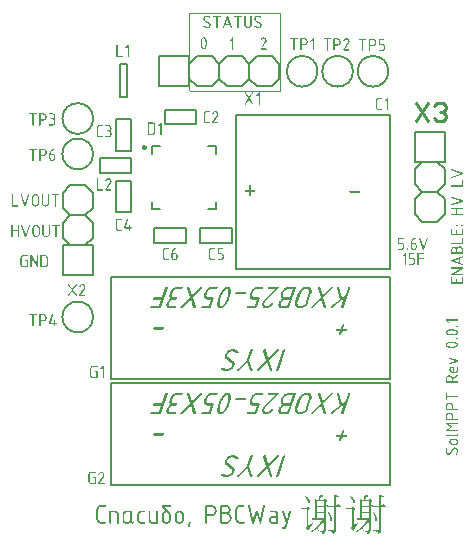
<source format=gto>
G04 Layer_Color=16316664*
%FSLAX44Y44*%
%MOMM*%
G71*
G01*
G75*
%ADD17C,0.2000*%
%ADD31C,0.2500*%
%ADD32C,0.1000*%
%ADD33C,0.2540*%
G36*
X208696Y80935D02*
X208857Y80871D01*
X208987Y80773D01*
X209084Y80611D01*
X209116Y80385D01*
X209052Y80093D01*
X206234Y71867D01*
X208955Y64063D01*
Y64030D01*
X208987Y63901D01*
Y63739D01*
X208955Y63545D01*
X208922Y63512D01*
X208890Y63383D01*
X208793Y63253D01*
X208663Y63059D01*
X208501Y62897D01*
X208307Y62735D01*
X208048Y62638D01*
X207724Y62605D01*
X207659D01*
X207465Y62670D01*
X207238Y62767D01*
X207141Y62897D01*
X207076Y63026D01*
X204680Y69924D01*
X197588Y62994D01*
X197555Y62962D01*
X197523Y62929D01*
X197296Y62800D01*
X197005Y62670D01*
X196843Y62605D01*
X196519D01*
X196357Y62638D01*
X196227Y62735D01*
X196098Y62832D01*
X196001Y62994D01*
X195968Y63221D01*
X196033Y63545D01*
X196065Y63577D01*
X196130Y63706D01*
X196227Y63868D01*
X196422Y64063D01*
X204388Y71803D01*
X207206Y80093D01*
Y80126D01*
X207271Y80223D01*
X207335Y80385D01*
X207465Y80547D01*
X207627Y80709D01*
X207854Y80871D01*
X208113Y80968D01*
X208436Y81000D01*
X208566D01*
X208696Y80935D01*
D02*
G37*
G36*
X236352D02*
X236514Y80871D01*
X236644Y80773D01*
X236741Y80611D01*
X236773Y80385D01*
X236709Y80093D01*
X231074Y63545D01*
X231041Y63512D01*
X231009Y63383D01*
X230912Y63253D01*
X230782Y63059D01*
X230620Y62897D01*
X230426Y62735D01*
X230167Y62638D01*
X229843Y62605D01*
X229713D01*
X229552Y62638D01*
X229422Y62735D01*
X229292Y62832D01*
X229195Y62994D01*
X229163Y63221D01*
X229228Y63545D01*
X234863Y80093D01*
Y80126D01*
X234927Y80223D01*
X234992Y80385D01*
X235122Y80547D01*
X235284Y80709D01*
X235510Y80871D01*
X235769Y80968D01*
X236093Y81000D01*
X236223D01*
X236352Y80935D01*
D02*
G37*
G36*
X219108Y38741D02*
X219247Y38658D01*
X219386Y38575D01*
X219525Y38436D01*
X219608Y38242D01*
X219636Y37964D01*
Y37936D01*
X219608Y37797D01*
X216471Y23639D01*
Y23611D01*
X216443Y23528D01*
X216388Y23444D01*
X216332Y23333D01*
X216221Y23194D01*
X216082Y23111D01*
X215916Y23028D01*
X215694Y23000D01*
X215610D01*
X215499Y23028D01*
X215388Y23083D01*
X215250Y23167D01*
X215111Y23278D01*
X215000Y23444D01*
X214888Y23666D01*
X212556Y30718D01*
X210197Y23666D01*
Y23639D01*
X210141Y23555D01*
X210086Y23444D01*
X210002Y23333D01*
X209891Y23222D01*
X209753Y23111D01*
X209586Y23028D01*
X209392Y23000D01*
X209281D01*
X209170Y23028D01*
X209058Y23083D01*
X208920Y23167D01*
X208809Y23278D01*
X208698Y23444D01*
X208614Y23666D01*
X205449Y37797D01*
Y37825D01*
Y37853D01*
Y37964D01*
Y37992D01*
Y38103D01*
X205505Y38214D01*
X205560Y38380D01*
X205644Y38519D01*
X205783Y38658D01*
X205977Y38741D01*
X206227Y38769D01*
X206338D01*
X206449Y38741D01*
X206560Y38686D01*
X206699Y38630D01*
X206838Y38519D01*
X206921Y38352D01*
X207004Y38158D01*
X209530Y26748D01*
X211751Y33383D01*
Y33411D01*
X211807Y33494D01*
X211863Y33605D01*
X211946Y33716D01*
X212029Y33827D01*
X212168Y33938D01*
X212334Y34022D01*
X212529Y34049D01*
X212612D01*
X212723Y34022D01*
X212862Y33966D01*
X212973Y33883D01*
X213112Y33772D01*
X213223Y33605D01*
X213334Y33383D01*
X215527Y26748D01*
X218081Y38158D01*
Y38186D01*
X218109Y38242D01*
X218165Y38352D01*
X218220Y38464D01*
X218331Y38575D01*
X218470Y38686D01*
X218636Y38741D01*
X218859Y38769D01*
X218970D01*
X219108Y38741D01*
D02*
G37*
G36*
X128326Y34022D02*
X128493Y33938D01*
X128631Y33855D01*
X128770Y33716D01*
X128854Y33522D01*
X128881Y33244D01*
Y23777D01*
Y23750D01*
Y23666D01*
X128854Y23528D01*
X128770Y23389D01*
X128687Y23250D01*
X128548Y23111D01*
X128354Y23028D01*
X128076Y23000D01*
X124078D01*
X123912Y23028D01*
X123662Y23056D01*
X123357Y23111D01*
X122996Y23222D01*
X122635Y23389D01*
X122246Y23583D01*
X121885Y23888D01*
X121857Y23944D01*
X121746Y24055D01*
X121608Y24249D01*
X121441Y24527D01*
X121274Y24832D01*
X121136Y25221D01*
X121025Y25665D01*
X120997Y26137D01*
Y33244D01*
Y33272D01*
Y33383D01*
X121052Y33494D01*
X121108Y33661D01*
X121191Y33800D01*
X121330Y33938D01*
X121524Y34022D01*
X121774Y34049D01*
X121913D01*
X122024Y34022D01*
X122191Y33938D01*
X122329Y33855D01*
X122468Y33716D01*
X122551Y33522D01*
X122579Y33244D01*
Y26137D01*
Y26109D01*
Y26026D01*
X122607Y25915D01*
X122635Y25749D01*
X122690Y25582D01*
X122774Y25388D01*
X122885Y25221D01*
X123023Y25027D01*
X123051Y24999D01*
X123107Y24971D01*
X123218Y24888D01*
X123329Y24804D01*
X123495Y24721D01*
X123690Y24666D01*
X123912Y24610D01*
X124134Y24583D01*
X127299D01*
Y33244D01*
Y33272D01*
Y33383D01*
X127354Y33494D01*
X127410Y33661D01*
X127493Y33800D01*
X127632Y33938D01*
X127826Y34022D01*
X128076Y34049D01*
X128215D01*
X128326Y34022D01*
D02*
G37*
G36*
X241179D02*
X241346Y33938D01*
X241485Y33855D01*
X241623Y33716D01*
X241707Y33522D01*
X241735Y33244D01*
Y33217D01*
Y33161D01*
X241707Y33105D01*
X241651Y32994D01*
X236932Y18808D01*
Y18780D01*
X236904Y18725D01*
X236765Y18530D01*
X236682Y18419D01*
X236543Y18336D01*
X236376Y18280D01*
X236182Y18253D01*
X234516D01*
X234378Y18308D01*
X234239Y18364D01*
X234100Y18447D01*
X233961Y18586D01*
X233878Y18780D01*
X233850Y19058D01*
Y19086D01*
Y19169D01*
X233878Y19280D01*
X233933Y19391D01*
X234017Y19530D01*
X234128Y19669D01*
X234267Y19752D01*
X234489Y19835D01*
X234572D01*
X234683Y19863D01*
X235627D01*
X236932Y23777D01*
X233878Y32994D01*
Y33022D01*
Y33078D01*
X233850Y33244D01*
Y33272D01*
Y33383D01*
X233906Y33494D01*
X233961Y33661D01*
X234044Y33800D01*
X234183Y33938D01*
X234378Y34022D01*
X234627Y34049D01*
X234711D01*
X234822Y34022D01*
X234933Y33994D01*
X235044Y33911D01*
X235183Y33827D01*
X235294Y33688D01*
X235377Y33494D01*
X237765Y26276D01*
X240152Y33494D01*
Y33522D01*
X240180Y33577D01*
X240319Y33772D01*
X240430Y33883D01*
X240569Y33966D01*
X240735Y34022D01*
X240930Y34049D01*
X241068D01*
X241179Y34022D01*
D02*
G37*
G36*
X230814Y80935D02*
X230976Y80871D01*
X231106Y80773D01*
X231203Y80611D01*
X231236Y80385D01*
X231171Y80093D01*
X231138Y80028D01*
X231106Y79931D01*
X230976Y79737D01*
X230847Y79575D01*
X223010Y71803D01*
X225568Y64030D01*
Y63998D01*
X225600Y63868D01*
X225568Y63739D01*
X225536Y63545D01*
X225503Y63512D01*
X225471Y63383D01*
X225374Y63253D01*
X225244Y63059D01*
X225082Y62897D01*
X224888Y62735D01*
X224629Y62638D01*
X224305Y62605D01*
X224240D01*
X224046Y62670D01*
X223852Y62767D01*
X223755Y62897D01*
X223690Y63026D01*
X221326Y70151D01*
X214169Y63026D01*
X214136Y62994D01*
X214104Y62962D01*
X213909Y62800D01*
X213618Y62670D01*
X213424Y62638D01*
X213262Y62605D01*
X213132D01*
X213003Y62638D01*
X212841Y62735D01*
X212711Y62832D01*
X212614Y62994D01*
X212582Y63221D01*
X212647Y63545D01*
X212679Y63577D01*
X212711Y63706D01*
X212808Y63868D01*
X212970Y64030D01*
X220807Y71803D01*
X218249Y79575D01*
Y79608D01*
X218217Y79737D01*
X218249Y79899D01*
X218281Y80093D01*
Y80126D01*
X218346Y80223D01*
X218443Y80385D01*
X218541Y80547D01*
X218735Y80709D01*
X218929Y80871D01*
X219188Y80968D01*
X219512Y81000D01*
X219577D01*
X219771Y80935D01*
X219965Y80838D01*
X220063Y80741D01*
X220127Y80611D01*
X222459Y73487D01*
X229649Y80611D01*
X229681D01*
X229713Y80676D01*
X229908Y80806D01*
X230199Y80935D01*
X230361Y80968D01*
X230555Y81000D01*
X230685D01*
X230814Y80935D01*
D02*
G37*
G36*
X179009Y133935D02*
X179171Y133870D01*
X179300Y133773D01*
X179397Y133611D01*
X179430Y133385D01*
X179365Y133093D01*
X179333Y133061D01*
X179300Y132931D01*
X179203Y132802D01*
X179074Y132607D01*
X178912Y132445D01*
X178717Y132284D01*
X178458Y132186D01*
X178134Y132154D01*
X174248D01*
X174021Y132122D01*
X173730Y132057D01*
X173374Y131960D01*
X173018Y131830D01*
X172596Y131636D01*
X172208Y131377D01*
X172176Y131344D01*
X172046Y131215D01*
X171852Y131053D01*
X171625Y130826D01*
X171366Y130535D01*
X171139Y130211D01*
X170912Y129822D01*
X170751Y129401D01*
X170135Y127588D01*
X170103Y127523D01*
X170070Y127394D01*
X170038Y127167D01*
X170006Y126908D01*
Y126584D01*
X170038Y126260D01*
X170135Y125936D01*
X170297Y125612D01*
X170330Y125580D01*
X170394Y125483D01*
X170524Y125353D01*
X170686Y125191D01*
X170912Y125062D01*
X171204Y124932D01*
X171560Y124835D01*
X171949Y124803D01*
X175770D01*
X175900Y124738D01*
X176062Y124673D01*
X176191Y124576D01*
X176256Y124414D01*
X176288Y124187D01*
X176224Y123896D01*
X173730Y116545D01*
X173698Y116512D01*
X173665Y116383D01*
X173568Y116253D01*
X173438Y116059D01*
X173277Y115897D01*
X173082Y115735D01*
X172823Y115638D01*
X172499Y115605D01*
X165925D01*
X165763Y115638D01*
X165634Y115735D01*
X165504Y115832D01*
X165407Y115994D01*
X165375Y116221D01*
X165439Y116545D01*
Y116577D01*
X165504Y116674D01*
X165601Y116836D01*
X165731Y116998D01*
X165893Y117160D01*
X166119Y117322D01*
X166379Y117419D01*
X166702Y117451D01*
X172208D01*
X174086Y122957D01*
X171107D01*
X170977Y122989D01*
X170653Y123021D01*
X170265Y123119D01*
X169811Y123281D01*
X169358Y123540D01*
X168905Y123863D01*
X168548Y124317D01*
X168516Y124382D01*
X168419Y124544D01*
X168289Y124835D01*
X168160Y125224D01*
X168095Y125709D01*
X168063Y126260D01*
X168127Y126908D01*
X168192Y127232D01*
X168289Y127588D01*
X168905Y129401D01*
Y129434D01*
X168937Y129499D01*
X168969Y129596D01*
X169034Y129725D01*
X169196Y130081D01*
X169455Y130535D01*
X169779Y131053D01*
X170200Y131571D01*
X170751Y132154D01*
X171366Y132672D01*
X171398D01*
X171431Y132737D01*
X171560Y132802D01*
X171690Y132866D01*
X172046Y133093D01*
X172499Y133320D01*
X173050Y133579D01*
X173698Y133806D01*
X174345Y133935D01*
X175058Y134000D01*
X178879D01*
X179009Y133935D01*
D02*
G37*
G36*
X188174Y133968D02*
X188368Y133935D01*
X188789Y133806D01*
X189016Y133708D01*
X189242Y133547D01*
X189501Y133385D01*
X189728Y133158D01*
X189955Y132866D01*
X190149Y132510D01*
X190311Y132122D01*
X190441Y131668D01*
X190538Y131118D01*
X190570Y130502D01*
Y130470D01*
Y130405D01*
Y130243D01*
X190538Y130081D01*
Y129855D01*
X190505Y129563D01*
X190473Y129239D01*
X190441Y128883D01*
X190376Y128495D01*
X190279Y128041D01*
X190214Y127588D01*
X190084Y127070D01*
X189825Y126001D01*
X189437Y124803D01*
Y124770D01*
X189372Y124641D01*
X189307Y124479D01*
X189242Y124252D01*
X189113Y123961D01*
X188983Y123637D01*
X188854Y123281D01*
X188659Y122860D01*
X188271Y121985D01*
X187785Y121014D01*
X187267Y120042D01*
X186684Y119103D01*
X186652Y119071D01*
X186587Y118941D01*
X186457Y118779D01*
X186263Y118552D01*
X186069Y118293D01*
X185810Y118002D01*
X185486Y117678D01*
X185162Y117354D01*
X184417Y116706D01*
X184028Y116415D01*
X183575Y116156D01*
X183122Y115929D01*
X182668Y115767D01*
X182183Y115638D01*
X181697Y115605D01*
X181600D01*
X181470Y115638D01*
X181276Y115670D01*
X180887Y115800D01*
X180628Y115897D01*
X180401Y116059D01*
X180175Y116221D01*
X179916Y116480D01*
X179721Y116739D01*
X179494Y117095D01*
X179333Y117484D01*
X179203Y117969D01*
X179138Y118520D01*
X179106Y119135D01*
Y119168D01*
Y119233D01*
Y119362D01*
X179138Y119556D01*
Y119783D01*
X179171Y120075D01*
X179203Y120398D01*
X179235Y120754D01*
X179300Y121143D01*
X179397Y121564D01*
X179462Y122050D01*
X179592Y122536D01*
X179851Y123604D01*
X180239Y124803D01*
Y124835D01*
X180304Y124932D01*
X180336Y125126D01*
X180434Y125353D01*
X180531Y125645D01*
X180660Y125969D01*
X180822Y126357D01*
X180984Y126746D01*
X181405Y127653D01*
X181859Y128592D01*
X182409Y129563D01*
X182992Y130502D01*
X183025Y130535D01*
X183089Y130664D01*
X183219Y130826D01*
X183413Y131053D01*
X183607Y131312D01*
X183867Y131603D01*
X184158Y131927D01*
X184482Y132251D01*
X185227Y132899D01*
X185648Y133190D01*
X186069Y133449D01*
X186522Y133676D01*
X186975Y133838D01*
X187461Y133968D01*
X187947Y134000D01*
X188044D01*
X188174Y133968D01*
D02*
G37*
G36*
X149538Y133935D02*
X149700Y133870D01*
X149830Y133773D01*
X149927Y133611D01*
X149959Y133385D01*
X149895Y133093D01*
X149862Y133061D01*
X149830Y132931D01*
X149733Y132802D01*
X149603Y132607D01*
X149441Y132445D01*
X149247Y132284D01*
X148988Y132186D01*
X148664Y132154D01*
X144778D01*
X144551Y132122D01*
X144260Y132057D01*
X143936Y131960D01*
X143580Y131830D01*
X143159Y131636D01*
X142770Y131377D01*
X142705Y131344D01*
X142576Y131215D01*
X142414Y131053D01*
X142155Y130826D01*
X141928Y130535D01*
X141669Y130211D01*
X141442Y129822D01*
X141280Y129401D01*
X140665Y127588D01*
X140632Y127523D01*
X140600Y127394D01*
X140568Y127167D01*
X140535Y126908D01*
Y126584D01*
X140568Y126260D01*
X140665Y125936D01*
X140827Y125612D01*
X140859Y125580D01*
X140924Y125483D01*
X141053Y125353D01*
X141215Y125191D01*
X141442Y125062D01*
X141734Y124932D01*
X142090Y124835D01*
X142479Y124803D01*
X144454D01*
X144616Y124738D01*
X144745Y124673D01*
X144875Y124576D01*
X144972Y124414D01*
X145005Y124187D01*
X144940Y123896D01*
Y123863D01*
X144875Y123734D01*
X144810Y123604D01*
X144681Y123410D01*
X144519Y123248D01*
X144292Y123086D01*
X144033Y122989D01*
X143709Y122957D01*
X141669D01*
X141442Y122924D01*
X141151Y122860D01*
X140794Y122762D01*
X140438Y122633D01*
X140017Y122439D01*
X139629Y122179D01*
X139596Y122147D01*
X139467Y122018D01*
X139272Y121856D01*
X139046Y121629D01*
X138787Y121337D01*
X138560Y121014D01*
X138333Y120625D01*
X138171Y120204D01*
X138139Y120139D01*
X138106Y120010D01*
X138074Y119815D01*
X138042Y119524D01*
Y119233D01*
X138074Y118909D01*
X138171Y118585D01*
X138333Y118261D01*
X138366Y118229D01*
X138430Y118131D01*
X138560Y118002D01*
X138722Y117840D01*
X138948Y117710D01*
X139240Y117581D01*
X139596Y117484D01*
X139985Y117451D01*
X143774D01*
X143936Y117387D01*
X144065Y117322D01*
X144195Y117225D01*
X144292Y117063D01*
X144324Y116836D01*
X144260Y116545D01*
X144227Y116512D01*
X144195Y116383D01*
X144098Y116253D01*
X143968Y116059D01*
X143806Y115897D01*
X143612Y115735D01*
X143353Y115638D01*
X143029Y115605D01*
X139143D01*
X139013Y115638D01*
X138689Y115670D01*
X138301Y115767D01*
X137847Y115929D01*
X137394Y116188D01*
X136941Y116512D01*
X136584Y116966D01*
X136552Y117030D01*
X136455Y117192D01*
X136325Y117484D01*
X136196Y117872D01*
X136131Y118358D01*
X136099Y118909D01*
X136163Y119524D01*
X136228Y119848D01*
X136325Y120204D01*
Y120236D01*
X136358Y120301D01*
X136423Y120431D01*
X136487Y120593D01*
X136584Y120787D01*
X136682Y121014D01*
X137005Y121532D01*
X137426Y122115D01*
X137945Y122730D01*
X138268Y123021D01*
X138625Y123345D01*
X138981Y123637D01*
X139402Y123896D01*
X139337Y123961D01*
X139208Y124155D01*
X139013Y124446D01*
X138819Y124867D01*
X138657Y125418D01*
X138592Y126033D01*
Y126390D01*
X138625Y126778D01*
X138689Y127167D01*
X138819Y127588D01*
X139434Y129401D01*
Y129434D01*
X139467Y129499D01*
X139499Y129596D01*
X139564Y129725D01*
X139726Y130081D01*
X139985Y130535D01*
X140309Y131053D01*
X140730Y131571D01*
X141280Y132154D01*
X141896Y132672D01*
X141928D01*
X141960Y132737D01*
X142090Y132802D01*
X142219Y132866D01*
X142576Y133093D01*
X143029Y133320D01*
X143580Y133579D01*
X144227Y133806D01*
X144875Y133935D01*
X145587Y134000D01*
X149409D01*
X149538Y133935D01*
D02*
G37*
G36*
X192438Y80968D02*
X192730Y80935D01*
X193054Y80903D01*
X193442Y80838D01*
X193831Y80741D01*
X194673Y80514D01*
X195126Y80352D01*
X195580Y80158D01*
X196001Y79931D01*
X196454Y79640D01*
X196843Y79348D01*
X197231Y78992D01*
X197264Y78927D01*
X197361Y78798D01*
X197425Y78539D01*
Y78409D01*
X197393Y78247D01*
Y78215D01*
X197361Y78183D01*
X197296Y78021D01*
X197134Y77826D01*
X196907Y77632D01*
X196875D01*
X196843Y77600D01*
X196648Y77470D01*
X196422Y77373D01*
X196130Y77340D01*
X196098D01*
X196001Y77373D01*
X195871Y77405D01*
X195677Y77502D01*
X195644Y77535D01*
X195547Y77600D01*
X195385Y77697D01*
X195159Y77826D01*
X194867Y78021D01*
X194511Y78247D01*
X194090Y78474D01*
X193572Y78766D01*
X193539D01*
X193377Y78830D01*
X193183Y78895D01*
X192892Y78960D01*
X192568Y79025D01*
X192179Y79089D01*
X191726Y79122D01*
X191240Y79154D01*
X191046D01*
X190819Y79122D01*
X190527Y79057D01*
X190204Y78960D01*
X189847Y78830D01*
X189426Y78636D01*
X189038Y78377D01*
X188973Y78344D01*
X188843Y78215D01*
X188682Y78053D01*
X188423Y77826D01*
X188196Y77535D01*
X187937Y77211D01*
X187710Y76822D01*
X187548Y76401D01*
Y76369D01*
X187516Y76337D01*
X187483Y76110D01*
X187419Y75818D01*
Y75462D01*
X187451Y75074D01*
X187581Y74653D01*
X187710Y74458D01*
X187840Y74264D01*
X188001Y74102D01*
X188228Y73940D01*
X192503Y71284D01*
X192535D01*
X192600Y71220D01*
X192697Y71155D01*
X192827Y71058D01*
X193118Y70734D01*
X193280Y70540D01*
X193410Y70313D01*
X193572Y70022D01*
X193701Y69730D01*
X193798Y69406D01*
X193863Y69018D01*
X193896Y68629D01*
X193863Y68176D01*
X193766Y67722D01*
X193636Y67204D01*
Y67172D01*
X193604Y67107D01*
X193572Y67010D01*
X193507Y66880D01*
X193345Y66524D01*
X193086Y66103D01*
X192762Y65585D01*
X192309Y65034D01*
X191791Y64484D01*
X191175Y63966D01*
X191143Y63933D01*
X191078Y63901D01*
X190981Y63836D01*
X190851Y63739D01*
X190690Y63642D01*
X190495Y63545D01*
X190042Y63285D01*
X189459Y63026D01*
X188843Y62832D01*
X188163Y62670D01*
X187451Y62605D01*
X186933D01*
X186641Y62638D01*
X186350Y62670D01*
X185670Y62735D01*
X184893Y62864D01*
X184115Y63026D01*
X183403Y63285D01*
X183111Y63447D01*
X182820Y63609D01*
X182787D01*
X182755Y63674D01*
X182626Y63836D01*
X182528Y64095D01*
Y64257D01*
X182561Y64451D01*
X182593Y64516D01*
X182658Y64678D01*
X182820Y64872D01*
X183047Y65099D01*
X183111Y65131D01*
X183273Y65229D01*
X183500Y65326D01*
X183792Y65358D01*
X183889D01*
X183986Y65326D01*
X184148Y65261D01*
X184180D01*
X184245Y65229D01*
X184342Y65196D01*
X184471Y65131D01*
X184634Y65067D01*
X184828Y65002D01*
X185346Y64840D01*
X185929Y64710D01*
X186577Y64581D01*
X187321Y64484D01*
X188099Y64451D01*
X188293D01*
X188520Y64484D01*
X188811Y64548D01*
X189135Y64646D01*
X189524Y64808D01*
X189912Y65002D01*
X190333Y65261D01*
X190366Y65293D01*
X190495Y65390D01*
X190690Y65585D01*
X190916Y65812D01*
X191143Y66103D01*
X191402Y66427D01*
X191629Y66783D01*
X191791Y67204D01*
Y67236D01*
X191823Y67269D01*
X191855Y67463D01*
X191888Y67787D01*
X191920Y68143D01*
X191855Y68532D01*
X191726Y68953D01*
X191629Y69147D01*
X191499Y69341D01*
X191305Y69503D01*
X191110Y69665D01*
X186836Y72321D01*
X186803D01*
X186738Y72386D01*
X186641Y72450D01*
X186512Y72580D01*
X186220Y72871D01*
X186058Y73066D01*
X185929Y73325D01*
X185767Y73584D01*
X185637Y73875D01*
X185540Y74232D01*
X185476Y74588D01*
X185443Y74976D01*
X185476Y75430D01*
X185573Y75883D01*
X185702Y76401D01*
Y76434D01*
X185735Y76498D01*
X185767Y76596D01*
X185832Y76725D01*
X185994Y77081D01*
X186253Y77535D01*
X186577Y78053D01*
X186998Y78571D01*
X187548Y79154D01*
X188163Y79672D01*
X188196D01*
X188228Y79737D01*
X188358Y79802D01*
X188487Y79866D01*
X188649Y79964D01*
X188843Y80093D01*
X189297Y80320D01*
X189880Y80579D01*
X190495Y80806D01*
X191175Y80935D01*
X191888Y81000D01*
X192212D01*
X192438Y80968D01*
D02*
G37*
G36*
X136649Y133935D02*
X136811Y133870D01*
X136941Y133773D01*
X137038Y133611D01*
X137070Y133385D01*
X137005Y133093D01*
X131370Y116545D01*
X131338Y116512D01*
X131306Y116383D01*
X131208Y116253D01*
X131079Y116059D01*
X130917Y115897D01*
X130723Y115735D01*
X130464Y115638D01*
X130140Y115605D01*
X122659D01*
X122497Y115638D01*
X122367Y115735D01*
X122238Y115832D01*
X122141Y115994D01*
X122108Y116221D01*
X122173Y116545D01*
Y116577D01*
X122238Y116674D01*
X122335Y116836D01*
X122432Y116998D01*
X122626Y117160D01*
X122821Y117322D01*
X123080Y117419D01*
X123404Y117451D01*
X129848D01*
X131727Y122957D01*
X125153D01*
X125023Y122989D01*
X124861Y123086D01*
X124732Y123183D01*
X124634Y123345D01*
X124602Y123572D01*
X124667Y123896D01*
Y123928D01*
X124732Y124025D01*
X124829Y124187D01*
X124926Y124349D01*
X125120Y124511D01*
X125314Y124673D01*
X125574Y124770D01*
X125897Y124803D01*
X132342D01*
X135160Y133093D01*
Y133126D01*
X135224Y133223D01*
X135289Y133385D01*
X135419Y133547D01*
X135581Y133708D01*
X135807Y133870D01*
X136066Y133968D01*
X136390Y134000D01*
X136520D01*
X136649Y133935D01*
D02*
G37*
G36*
X106227Y34022D02*
X106394Y33938D01*
X106533Y33855D01*
X106671Y33716D01*
X106755Y33522D01*
X106783Y33244D01*
Y25360D01*
Y25332D01*
Y25249D01*
X106838Y25110D01*
X106894Y24971D01*
X106977Y24804D01*
X107116Y24694D01*
X107310Y24583D01*
X107560Y24555D01*
X107699D01*
X107810Y24527D01*
X107976Y24471D01*
X108115Y24360D01*
X108254Y24221D01*
X108337Y24027D01*
X108365Y23777D01*
Y23750D01*
Y23666D01*
X108337Y23528D01*
X108254Y23389D01*
X108171Y23250D01*
X108032Y23111D01*
X107837Y23028D01*
X107560Y23000D01*
X107504D01*
X107393Y23028D01*
X107171Y23056D01*
X106921Y23111D01*
X106644Y23194D01*
X106338Y23361D01*
X106033Y23555D01*
X105755Y23833D01*
X105728Y23805D01*
X105589Y23694D01*
X105422Y23583D01*
X105172Y23416D01*
X104867Y23278D01*
X104478Y23139D01*
X104090Y23028D01*
X103618Y23000D01*
X101980D01*
X101813Y23028D01*
X101563Y23056D01*
X101258Y23111D01*
X100897Y23222D01*
X100536Y23389D01*
X100147Y23583D01*
X99787Y23888D01*
X99759Y23944D01*
X99648Y24055D01*
X99509Y24249D01*
X99342Y24527D01*
X99176Y24832D01*
X99037Y25221D01*
X98926Y25665D01*
X98898Y26137D01*
Y30884D01*
Y30912D01*
Y30940D01*
X98926Y31107D01*
X98954Y31356D01*
X99009Y31662D01*
X99120Y32023D01*
X99287Y32384D01*
X99481Y32772D01*
X99787Y33133D01*
X99842Y33161D01*
X99953Y33272D01*
X100147Y33411D01*
X100425Y33605D01*
X100730Y33772D01*
X101119Y33911D01*
X101563Y34022D01*
X102035Y34049D01*
X106116D01*
X106227Y34022D01*
D02*
G37*
G36*
X117277D02*
X117443Y33938D01*
X117582Y33855D01*
X117721Y33716D01*
X117804Y33522D01*
X117832Y33244D01*
Y33217D01*
Y33133D01*
X117804Y32994D01*
X117749Y32856D01*
X117638Y32717D01*
X117499Y32578D01*
X117304Y32495D01*
X117055Y32467D01*
X114556D01*
X114445Y32439D01*
X114278Y32411D01*
X114112Y32356D01*
X113917Y32273D01*
X113751Y32162D01*
X113556Y31995D01*
X113529Y31967D01*
X113501Y31912D01*
X113418Y31801D01*
X113334Y31690D01*
X113251Y31523D01*
X113196Y31329D01*
X113140Y31107D01*
X113112Y30884D01*
Y26137D01*
Y26109D01*
Y26026D01*
X113140Y25915D01*
X113168Y25749D01*
X113223Y25582D01*
X113307Y25388D01*
X113418Y25221D01*
X113556Y25027D01*
X113584Y24999D01*
X113640Y24971D01*
X113751Y24888D01*
X113862Y24804D01*
X114029Y24721D01*
X114223Y24666D01*
X114445Y24610D01*
X114667Y24583D01*
X117166D01*
X117304Y24555D01*
X117443Y24471D01*
X117582Y24388D01*
X117721Y24249D01*
X117804Y24055D01*
X117832Y23777D01*
Y23750D01*
Y23666D01*
X117804Y23528D01*
X117721Y23389D01*
X117638Y23250D01*
X117499Y23111D01*
X117304Y23028D01*
X117027Y23000D01*
X114612D01*
X114445Y23028D01*
X114195Y23056D01*
X113890Y23111D01*
X113529Y23222D01*
X113168Y23389D01*
X112779Y23583D01*
X112418Y23888D01*
X112390Y23944D01*
X112280Y24055D01*
X112141Y24249D01*
X111974Y24527D01*
X111807Y24832D01*
X111669Y25221D01*
X111558Y25665D01*
X111530Y26137D01*
Y30884D01*
Y30912D01*
Y30940D01*
X111558Y31107D01*
X111585Y31356D01*
X111641Y31662D01*
X111752Y32023D01*
X111918Y32384D01*
X112113Y32772D01*
X112418Y33133D01*
X112474Y33161D01*
X112585Y33272D01*
X112779Y33411D01*
X113057Y33605D01*
X113362Y33772D01*
X113751Y33911D01*
X114195Y34022D01*
X114667Y34049D01*
X117166D01*
X117277Y34022D01*
D02*
G37*
G36*
X93040Y33994D02*
X93346Y33938D01*
X93679Y33827D01*
X94067Y33661D01*
X94428Y33411D01*
X94789Y33105D01*
X94817Y33078D01*
X94928Y32939D01*
X95095Y32745D01*
X95261Y32495D01*
X95428Y32162D01*
X95594Y31773D01*
X95705Y31356D01*
X95733Y30884D01*
Y23777D01*
Y23750D01*
Y23666D01*
X95705Y23528D01*
X95622Y23389D01*
X95539Y23250D01*
X95400Y23111D01*
X95206Y23028D01*
X94928Y23000D01*
X94817D01*
X94678Y23056D01*
X94539Y23111D01*
X94401Y23194D01*
X94262Y23333D01*
X94178Y23528D01*
X94151Y23777D01*
Y30884D01*
Y30912D01*
Y30996D01*
X94123Y31107D01*
X94095Y31273D01*
X94040Y31440D01*
X93956Y31634D01*
X93845Y31828D01*
X93679Y31995D01*
X93651Y32023D01*
X93596Y32078D01*
X93512Y32134D01*
X93373Y32245D01*
X93207Y32328D01*
X93013Y32384D01*
X92818Y32439D01*
X92568Y32467D01*
X89431D01*
Y23777D01*
Y23750D01*
Y23666D01*
X89403Y23528D01*
X89320Y23389D01*
X89237Y23250D01*
X89098Y23111D01*
X88904Y23028D01*
X88626Y23000D01*
X88515D01*
X88376Y23056D01*
X88237Y23111D01*
X88099Y23194D01*
X87960Y23333D01*
X87877Y23528D01*
X87849Y23777D01*
Y33244D01*
Y33272D01*
Y33383D01*
X87904Y33494D01*
X87960Y33661D01*
X88043Y33800D01*
X88182Y33938D01*
X88376Y34022D01*
X88626Y34049D01*
X92790D01*
X93040Y33994D01*
D02*
G37*
G36*
X155949Y24555D02*
X156116Y24471D01*
X156255Y24388D01*
X156394Y24249D01*
X156477Y24055D01*
X156505Y23777D01*
Y23722D01*
X156477Y23666D01*
Y23583D01*
X156449Y23472D01*
X156394Y23333D01*
X156366Y23139D01*
X156310Y22917D01*
X156255Y22667D01*
X156172Y22334D01*
X156060Y21973D01*
X155977Y21529D01*
X155838Y21029D01*
X155700Y20446D01*
Y20418D01*
X155672Y20363D01*
X155616Y20252D01*
X155533Y20141D01*
X155450Y20029D01*
X155311Y19918D01*
X155144Y19863D01*
X154922Y19835D01*
X154811D01*
X154672Y19891D01*
X154534Y19946D01*
X154395Y20029D01*
X154256Y20168D01*
X154173Y20363D01*
X154145Y20640D01*
Y20668D01*
Y20779D01*
X154200Y20946D01*
Y21084D01*
X154256Y21251D01*
X154284Y21445D01*
X154339Y21695D01*
X154395Y21945D01*
X154478Y22278D01*
X154589Y22611D01*
X154672Y23028D01*
X154811Y23472D01*
X154950Y23972D01*
Y23999D01*
X154978Y24055D01*
X155033Y24166D01*
X155117Y24277D01*
X155200Y24388D01*
X155339Y24499D01*
X155505Y24555D01*
X155700Y24583D01*
X155838D01*
X155949Y24555D01*
D02*
G37*
G36*
X84129Y38741D02*
X84295Y38658D01*
X84434Y38575D01*
X84573Y38436D01*
X84656Y38242D01*
X84684Y37964D01*
Y37936D01*
Y37853D01*
X84656Y37714D01*
X84573Y37575D01*
X84489Y37436D01*
X84351Y37297D01*
X84156Y37214D01*
X83879Y37187D01*
X80686D01*
X80520Y37159D01*
X80270Y37131D01*
X79964Y37048D01*
X79631Y36909D01*
X79298Y36687D01*
X78965Y36381D01*
X78826Y36215D01*
X78687Y35993D01*
Y35965D01*
X78632Y35909D01*
X78604Y35798D01*
X78548Y35660D01*
X78493Y35465D01*
X78437Y35271D01*
X78410Y35049D01*
X78382Y34799D01*
Y26942D01*
Y26887D01*
Y26776D01*
X78410Y26581D01*
X78465Y26359D01*
X78548Y26082D01*
X78659Y25804D01*
X78826Y25526D01*
X79048Y25249D01*
X79076Y25221D01*
X79187Y25138D01*
X79326Y25027D01*
X79520Y24916D01*
X79770Y24804D01*
X80048Y24694D01*
X80381Y24610D01*
X80742Y24583D01*
X84017D01*
X84129Y24555D01*
X84295Y24471D01*
X84434Y24388D01*
X84573Y24249D01*
X84656Y24055D01*
X84684Y23777D01*
Y23750D01*
Y23666D01*
X84656Y23528D01*
X84573Y23389D01*
X84489Y23250D01*
X84351Y23111D01*
X84156Y23028D01*
X83879Y23000D01*
X80575D01*
X80464Y23028D01*
X80159Y23056D01*
X79770Y23139D01*
X79326Y23278D01*
X78882Y23472D01*
X78382Y23750D01*
X77938Y24138D01*
X77882Y24194D01*
X77771Y24360D01*
X77577Y24583D01*
X77382Y24916D01*
X77160Y25332D01*
X76966Y25804D01*
X76855Y26359D01*
X76799Y26942D01*
Y34827D01*
Y34855D01*
Y34910D01*
Y34993D01*
X76827Y35104D01*
X76855Y35410D01*
X76938Y35771D01*
X77077Y36215D01*
X77271Y36687D01*
X77549Y37159D01*
X77938Y37603D01*
X77993Y37658D01*
X78160Y37797D01*
X78382Y37964D01*
X78715Y38186D01*
X79131Y38408D01*
X79603Y38575D01*
X80159Y38713D01*
X80742Y38769D01*
X84017D01*
X84129Y38741D01*
D02*
G37*
G36*
X139375D02*
X139542Y38658D01*
X139681Y38575D01*
X139820Y38436D01*
X139903Y38242D01*
X139931Y37964D01*
Y37936D01*
Y37853D01*
X139903Y37714D01*
X139820Y37575D01*
X139736Y37436D01*
X139598Y37297D01*
X139403Y37214D01*
X139125Y37187D01*
X134656D01*
X138626Y33022D01*
X138653Y32994D01*
X138681Y32967D01*
X138737Y32883D01*
X138820Y32772D01*
X139042Y32522D01*
X139292Y32134D01*
X139514Y31717D01*
X139736Y31218D01*
X139875Y30662D01*
X139931Y30385D01*
Y30079D01*
Y26942D01*
Y26915D01*
Y26859D01*
Y26776D01*
X139903Y26665D01*
X139875Y26359D01*
X139792Y25971D01*
X139653Y25526D01*
X139431Y25082D01*
X139153Y24583D01*
X138765Y24138D01*
X138709Y24083D01*
X138570Y23972D01*
X138320Y23777D01*
X137987Y23583D01*
X137571Y23361D01*
X137099Y23167D01*
X136571Y23056D01*
X135988Y23000D01*
X135822D01*
X135711Y23028D01*
X135405Y23056D01*
X135017Y23139D01*
X134572Y23278D01*
X134128Y23472D01*
X133629Y23750D01*
X133184Y24138D01*
X133129Y24194D01*
X133018Y24360D01*
X132823Y24583D01*
X132629Y24916D01*
X132407Y25332D01*
X132213Y25804D01*
X132102Y26332D01*
X132046Y26915D01*
Y30079D01*
Y30107D01*
Y30190D01*
X132074Y30301D01*
Y30468D01*
X132102Y30662D01*
X132157Y30884D01*
X132296Y31412D01*
X132407Y31690D01*
X132546Y31995D01*
X132712Y32273D01*
X132907Y32550D01*
X133129Y32856D01*
X133406Y33105D01*
X133712Y33355D01*
X134073Y33577D01*
X134101Y33605D01*
X134212Y33661D01*
X134378Y33716D01*
X134572Y33800D01*
X134822Y33883D01*
X135072Y33966D01*
X135350Y33994D01*
X135627Y34022D01*
X132185Y37492D01*
X132157Y37520D01*
X132129Y37603D01*
X132074Y37742D01*
X132046Y37964D01*
Y37992D01*
Y38103D01*
X132102Y38214D01*
X132157Y38380D01*
X132240Y38519D01*
X132379Y38658D01*
X132574Y38741D01*
X132823Y38769D01*
X139264D01*
X139375Y38741D01*
D02*
G37*
G36*
X201729D02*
X201896Y38658D01*
X202035Y38575D01*
X202174Y38436D01*
X202257Y38242D01*
X202285Y37964D01*
Y37936D01*
Y37853D01*
X202257Y37714D01*
X202174Y37575D01*
X202090Y37436D01*
X201951Y37297D01*
X201757Y37214D01*
X201479Y37187D01*
X198176D01*
X197981Y37159D01*
X197759Y37103D01*
X197482Y37020D01*
X197204Y36881D01*
X196926Y36714D01*
X196649Y36492D01*
X196621Y36465D01*
X196538Y36381D01*
X196427Y36215D01*
X196316Y36021D01*
X196205Y35771D01*
X196094Y35493D01*
X196010Y35160D01*
X195982Y34799D01*
Y26942D01*
Y26887D01*
Y26776D01*
X196010Y26581D01*
X196066Y26359D01*
X196149Y26082D01*
X196260Y25804D01*
X196427Y25526D01*
X196649Y25249D01*
X196677Y25221D01*
X196788Y25138D01*
X196926Y25027D01*
X197121Y24916D01*
X197371Y24804D01*
X197648Y24694D01*
X197981Y24610D01*
X198342Y24583D01*
X201618D01*
X201729Y24555D01*
X201896Y24471D01*
X202035Y24388D01*
X202174Y24249D01*
X202257Y24055D01*
X202285Y23777D01*
Y23750D01*
Y23666D01*
X202257Y23528D01*
X202174Y23389D01*
X202090Y23250D01*
X201951Y23111D01*
X201757Y23028D01*
X201479Y23000D01*
X198176D01*
X198065Y23028D01*
X197759Y23056D01*
X197371Y23139D01*
X196926Y23278D01*
X196482Y23472D01*
X195982Y23750D01*
X195538Y24138D01*
X195483Y24194D01*
X195372Y24360D01*
X195177Y24583D01*
X194983Y24916D01*
X194761Y25332D01*
X194567Y25804D01*
X194456Y26359D01*
X194400Y26942D01*
Y34827D01*
Y34855D01*
Y34910D01*
Y34993D01*
X194428Y35104D01*
X194456Y35410D01*
X194539Y35771D01*
X194678Y36215D01*
X194872Y36687D01*
X195150Y37159D01*
X195538Y37603D01*
X195594Y37658D01*
X195760Y37797D01*
X195982Y37964D01*
X196316Y38186D01*
X196732Y38408D01*
X197204Y38575D01*
X197759Y38713D01*
X198342Y38769D01*
X201618D01*
X201729Y38741D01*
D02*
G37*
G36*
X227992Y33994D02*
X228298Y33938D01*
X228659Y33827D01*
X229020Y33661D01*
X229408Y33439D01*
X229769Y33133D01*
X229797Y33105D01*
X229908Y32967D01*
X230047Y32772D01*
X230241Y32522D01*
X230408Y32189D01*
X230546Y31801D01*
X230658Y31356D01*
X230685Y30884D01*
Y23777D01*
Y23750D01*
Y23666D01*
X230658Y23528D01*
X230574Y23389D01*
X230491Y23250D01*
X230352Y23111D01*
X230158Y23028D01*
X229880Y23000D01*
X225882D01*
X225716Y23028D01*
X225466Y23056D01*
X225161Y23111D01*
X224800Y23222D01*
X224439Y23389D01*
X224050Y23611D01*
X223689Y23916D01*
X223661Y23972D01*
X223550Y24083D01*
X223412Y24277D01*
X223245Y24555D01*
X223078Y24860D01*
X222940Y25249D01*
X222829Y25693D01*
X222801Y26165D01*
Y26193D01*
Y26304D01*
X222829Y26470D01*
X222856Y26692D01*
X222912Y26942D01*
X222967Y27192D01*
X223078Y27470D01*
X223217Y27747D01*
Y27775D01*
X223273Y27803D01*
X223300Y27886D01*
X223384Y27997D01*
X223606Y28247D01*
X223883Y28552D01*
X224272Y28830D01*
X224744Y29080D01*
X224994Y29191D01*
X225299Y29274D01*
X225605Y29302D01*
X225938Y29330D01*
X229103D01*
Y30884D01*
Y30912D01*
Y30996D01*
X229075Y31107D01*
X229047Y31273D01*
X228992Y31440D01*
X228909Y31634D01*
X228797Y31828D01*
X228631Y31995D01*
X228603Y32023D01*
X228547Y32078D01*
X228464Y32134D01*
X228326Y32245D01*
X228159Y32328D01*
X227964Y32384D01*
X227770Y32439D01*
X227520Y32467D01*
X224272D01*
X224133Y32522D01*
X223995Y32578D01*
X223828Y32661D01*
X223717Y32800D01*
X223606Y32994D01*
X223578Y33244D01*
Y33272D01*
Y33383D01*
X223634Y33494D01*
X223689Y33661D01*
X223773Y33800D01*
X223911Y33938D01*
X224106Y34022D01*
X224383Y34049D01*
X227742D01*
X227992Y33994D01*
D02*
G37*
G36*
X186765Y38741D02*
X187071Y38713D01*
X187460Y38630D01*
X187904Y38491D01*
X188376Y38269D01*
X188848Y37992D01*
X189292Y37603D01*
X189347Y37547D01*
X189486Y37409D01*
X189653Y37159D01*
X189875Y36826D01*
X190097Y36437D01*
X190264Y35965D01*
X190402Y35410D01*
X190458Y34827D01*
Y34799D01*
Y34743D01*
Y34632D01*
X190430Y34521D01*
X190402Y34355D01*
X190375Y34160D01*
X190264Y33744D01*
X190097Y33244D01*
X189847Y32745D01*
X189681Y32467D01*
X189486Y32217D01*
X189236Y31967D01*
X188986Y31745D01*
X189014Y31717D01*
X189097Y31690D01*
X189209Y31606D01*
X189347Y31495D01*
X189514Y31356D01*
X189708Y31190D01*
X189903Y30968D01*
X190125Y30746D01*
X190319Y30468D01*
X190513Y30190D01*
X190708Y29857D01*
X190874Y29496D01*
X191041Y29080D01*
X191152Y28663D01*
X191207Y28219D01*
X191235Y27720D01*
Y27692D01*
Y27636D01*
Y27525D01*
X191207Y27386D01*
Y27220D01*
X191152Y27025D01*
X191069Y26554D01*
X190902Y26026D01*
X190652Y25471D01*
X190486Y25193D01*
X190319Y24916D01*
X190097Y24638D01*
X189847Y24360D01*
X189819Y24333D01*
X189792Y24305D01*
X189708Y24249D01*
X189597Y24138D01*
X189458Y24055D01*
X189292Y23944D01*
X188903Y23694D01*
X188431Y23444D01*
X187848Y23222D01*
X187210Y23056D01*
X186849Y23028D01*
X186488Y23000D01*
X182435D01*
X182296Y23056D01*
X182157Y23111D01*
X182018Y23194D01*
X181879Y23333D01*
X181796Y23528D01*
X181768Y23777D01*
Y37964D01*
Y37992D01*
Y38103D01*
X181824Y38214D01*
X181879Y38380D01*
X181963Y38519D01*
X182101Y38658D01*
X182296Y38741D01*
X182546Y38769D01*
X186654D01*
X186765Y38741D01*
D02*
G37*
G36*
X147315Y34022D02*
X147621Y33994D01*
X148009Y33911D01*
X148426Y33772D01*
X148898Y33550D01*
X149370Y33272D01*
X149814Y32883D01*
X149869Y32828D01*
X150008Y32689D01*
X150175Y32439D01*
X150397Y32106D01*
X150619Y31690D01*
X150786Y31218D01*
X150924Y30690D01*
X150980Y30079D01*
Y26942D01*
Y26915D01*
Y26859D01*
Y26776D01*
X150952Y26665D01*
X150924Y26359D01*
X150841Y25971D01*
X150702Y25526D01*
X150480Y25082D01*
X150203Y24583D01*
X149814Y24138D01*
X149758Y24083D01*
X149620Y23972D01*
X149370Y23777D01*
X149037Y23583D01*
X148620Y23361D01*
X148148Y23167D01*
X147621Y23056D01*
X147038Y23000D01*
X146871D01*
X146760Y23028D01*
X146455Y23056D01*
X146066Y23139D01*
X145622Y23278D01*
X145178Y23472D01*
X144678Y23750D01*
X144234Y24138D01*
X144178Y24194D01*
X144067Y24360D01*
X143873Y24583D01*
X143679Y24916D01*
X143456Y25332D01*
X143262Y25804D01*
X143151Y26359D01*
X143096Y26942D01*
Y30079D01*
Y30107D01*
Y30163D01*
Y30246D01*
X143123Y30357D01*
X143151Y30662D01*
X143234Y31051D01*
X143373Y31495D01*
X143567Y31967D01*
X143845Y32439D01*
X144234Y32883D01*
X144289Y32939D01*
X144456Y33078D01*
X144678Y33244D01*
X145011Y33466D01*
X145428Y33688D01*
X145899Y33855D01*
X146455Y33994D01*
X147038Y34049D01*
X147204D01*
X147315Y34022D01*
D02*
G37*
G36*
X174189Y38741D02*
X174356D01*
X174550Y38686D01*
X175022Y38602D01*
X175550Y38436D01*
X176105Y38186D01*
X176382Y38019D01*
X176660Y37853D01*
X176938Y37631D01*
X177215Y37381D01*
X177243Y37353D01*
X177271Y37325D01*
X177354Y37242D01*
X177437Y37131D01*
X177548Y36992D01*
X177659Y36826D01*
X177909Y36437D01*
X178159Y35965D01*
X178381Y35382D01*
X178548Y34743D01*
X178576Y34383D01*
X178603Y34022D01*
Y33994D01*
Y33938D01*
Y33827D01*
X178576Y33661D01*
Y33494D01*
X178548Y33300D01*
X178437Y32800D01*
X178270Y32273D01*
X178048Y31690D01*
X177715Y31134D01*
X177493Y30857D01*
X177271Y30607D01*
X177243D01*
X177215Y30551D01*
X177132Y30496D01*
X177049Y30412D01*
X176743Y30190D01*
X176355Y29968D01*
X175855Y29718D01*
X175272Y29496D01*
X174606Y29358D01*
X174245Y29330D01*
X173856Y29302D01*
X170719D01*
Y23777D01*
Y23750D01*
Y23666D01*
X170691Y23528D01*
X170608Y23389D01*
X170525Y23250D01*
X170386Y23111D01*
X170191Y23028D01*
X169914Y23000D01*
X169803D01*
X169664Y23056D01*
X169525Y23111D01*
X169386Y23194D01*
X169247Y23333D01*
X169164Y23528D01*
X169136Y23777D01*
Y37964D01*
Y37992D01*
Y38103D01*
X169192Y38214D01*
X169247Y38380D01*
X169331Y38519D01*
X169470Y38658D01*
X169664Y38741D01*
X169914Y38769D01*
X174050D01*
X174189Y38741D01*
D02*
G37*
G36*
X217677Y133935D02*
X217838Y133870D01*
X217968Y133773D01*
X218065Y133611D01*
X218097Y133385D01*
X218033Y133093D01*
X218000Y133061D01*
X217968Y132931D01*
X217871Y132802D01*
X217741Y132607D01*
X217579Y132445D01*
X217385Y132284D01*
X217126Y132186D01*
X216802Y132154D01*
X212916D01*
X212689Y132122D01*
X212398Y132057D01*
X212041Y131960D01*
X211685Y131830D01*
X211264Y131636D01*
X210876Y131377D01*
X210843Y131344D01*
X210714Y131215D01*
X210519Y131053D01*
X210293Y130826D01*
X210034Y130535D01*
X209807Y130211D01*
X209580Y129822D01*
X209418Y129401D01*
X208803Y127588D01*
X208771Y127523D01*
X208738Y127394D01*
X208706Y127167D01*
X208673Y126908D01*
Y126584D01*
X208706Y126260D01*
X208803Y125936D01*
X208965Y125612D01*
X208997Y125580D01*
X209062Y125483D01*
X209192Y125353D01*
X209354Y125191D01*
X209580Y125062D01*
X209872Y124932D01*
X210228Y124835D01*
X210616Y124803D01*
X214438D01*
X214568Y124738D01*
X214729Y124673D01*
X214859Y124576D01*
X214924Y124414D01*
X214956Y124187D01*
X214891Y123896D01*
X212398Y116545D01*
X212365Y116512D01*
X212333Y116383D01*
X212236Y116253D01*
X212106Y116059D01*
X211944Y115897D01*
X211750Y115735D01*
X211491Y115638D01*
X211167Y115605D01*
X204593D01*
X204431Y115638D01*
X204301Y115735D01*
X204172Y115832D01*
X204075Y115994D01*
X204042Y116221D01*
X204107Y116545D01*
Y116577D01*
X204172Y116674D01*
X204269Y116836D01*
X204399Y116998D01*
X204561Y117160D01*
X204787Y117322D01*
X205046Y117419D01*
X205370Y117451D01*
X210876D01*
X212754Y122957D01*
X209774D01*
X209645Y122989D01*
X209321Y123021D01*
X208932Y123119D01*
X208479Y123281D01*
X208026Y123540D01*
X207572Y123863D01*
X207216Y124317D01*
X207184Y124382D01*
X207087Y124544D01*
X206957Y124835D01*
X206828Y125224D01*
X206763Y125709D01*
X206730Y126260D01*
X206795Y126908D01*
X206860Y127232D01*
X206957Y127588D01*
X207572Y129401D01*
Y129434D01*
X207605Y129499D01*
X207637Y129596D01*
X207702Y129725D01*
X207864Y130081D01*
X208123Y130535D01*
X208447Y131053D01*
X208868Y131571D01*
X209418Y132154D01*
X210034Y132672D01*
X210066D01*
X210098Y132737D01*
X210228Y132802D01*
X210357Y132866D01*
X210714Y133093D01*
X211167Y133320D01*
X211718Y133579D01*
X212365Y133806D01*
X213013Y133935D01*
X213725Y134000D01*
X217547D01*
X217677Y133935D01*
D02*
G37*
G36*
X36469Y301999D02*
X36580Y301943D01*
X36673Y301888D01*
X36765Y301795D01*
X36821Y301666D01*
X36839Y301480D01*
Y294648D01*
Y294629D01*
Y294592D01*
Y294518D01*
X36821Y294426D01*
Y294314D01*
X36784Y294185D01*
X36728Y293870D01*
X36617Y293518D01*
X36451Y293148D01*
X36339Y292963D01*
X36228Y292778D01*
X36080Y292593D01*
X35914Y292407D01*
X35895Y292389D01*
X35877Y292370D01*
X35821Y292333D01*
X35747Y292259D01*
X35654Y292204D01*
X35543Y292130D01*
X35284Y291963D01*
X34969Y291796D01*
X34580Y291648D01*
X34154Y291537D01*
X33914Y291518D01*
X33673Y291500D01*
X33543D01*
X33451Y291518D01*
X33340Y291537D01*
X33210Y291556D01*
X32895Y291611D01*
X32543Y291722D01*
X32173Y291889D01*
X31988Y291981D01*
X31803Y292111D01*
X31618Y292241D01*
X31432Y292407D01*
X31414Y292426D01*
X31395Y292444D01*
X31358Y292500D01*
X31284Y292574D01*
X31229Y292666D01*
X31155Y292778D01*
X30988Y293037D01*
X30821Y293370D01*
X30673Y293741D01*
X30562Y294166D01*
X30544Y294407D01*
X30525Y294648D01*
Y301480D01*
Y301499D01*
Y301573D01*
X30562Y301647D01*
X30599Y301758D01*
X30655Y301851D01*
X30747Y301943D01*
X30877Y301999D01*
X31044Y302017D01*
X31136D01*
X31210Y301999D01*
X31321Y301943D01*
X31414Y301888D01*
X31507Y301795D01*
X31562Y301666D01*
X31581Y301480D01*
Y294648D01*
Y294629D01*
Y294611D01*
X31599Y294500D01*
X31618Y294333D01*
X31655Y294129D01*
X31729Y293889D01*
X31840Y293648D01*
X31969Y293389D01*
X32173Y293148D01*
X32210Y293130D01*
X32284Y293055D01*
X32414Y292963D01*
X32599Y292852D01*
X32803Y292741D01*
X33062Y292648D01*
X33358Y292574D01*
X33673Y292555D01*
X33710D01*
X33821Y292574D01*
X33988Y292593D01*
X34191Y292630D01*
X34432Y292704D01*
X34673Y292815D01*
X34932Y292944D01*
X35173Y293148D01*
X35191Y293185D01*
X35265Y293259D01*
X35358Y293389D01*
X35488Y293574D01*
X35599Y293778D01*
X35691Y294037D01*
X35765Y294333D01*
X35784Y294648D01*
Y301480D01*
Y301499D01*
Y301573D01*
X35821Y301647D01*
X35858Y301758D01*
X35914Y301851D01*
X36006Y301943D01*
X36136Y301999D01*
X36302Y302017D01*
X36395D01*
X36469Y301999D01*
D02*
G37*
G36*
X19619D02*
X19712Y301943D01*
X19804Y301888D01*
X19897Y301795D01*
X19952Y301666D01*
X19971Y301480D01*
Y301462D01*
Y301425D01*
X19952Y301332D01*
X16804Y291889D01*
Y291870D01*
X16786Y291833D01*
X16693Y291704D01*
X16619Y291630D01*
X16527Y291556D01*
X16415Y291518D01*
X16286Y291500D01*
X16230D01*
X16156Y291518D01*
X16082Y291556D01*
X15990Y291593D01*
X15916Y291667D01*
X15841Y291759D01*
X15767Y291889D01*
X12638Y301332D01*
Y301351D01*
Y301369D01*
X12620Y301480D01*
Y301499D01*
Y301573D01*
X12657Y301647D01*
X12694Y301758D01*
X12749Y301851D01*
X12842Y301943D01*
X12971Y301999D01*
X13138Y302017D01*
X13194D01*
X13268Y301999D01*
X13342Y301980D01*
X13416Y301925D01*
X13508Y301869D01*
X13583Y301777D01*
X13638Y301666D01*
X16286Y293685D01*
X18952Y301666D01*
Y301684D01*
X18971Y301721D01*
X19063Y301851D01*
X19138Y301906D01*
X19211Y301962D01*
X19323Y301999D01*
X19452Y302017D01*
X19526D01*
X19619Y301999D01*
D02*
G37*
G36*
X44894D02*
X45005Y301943D01*
X45098Y301888D01*
X45190Y301795D01*
X45246Y301666D01*
X45264Y301480D01*
Y301462D01*
Y301406D01*
X45246Y301314D01*
X45190Y301221D01*
X45135Y301129D01*
X45042Y301036D01*
X44913Y300980D01*
X44727Y300962D01*
X42635D01*
Y292019D01*
Y292000D01*
Y291944D01*
X42617Y291852D01*
X42561Y291759D01*
X42505Y291667D01*
X42413Y291574D01*
X42283Y291518D01*
X42098Y291500D01*
X42024D01*
X41931Y291537D01*
X41839Y291574D01*
X41746Y291630D01*
X41654Y291722D01*
X41598Y291852D01*
X41580Y292019D01*
Y300962D01*
X39395D01*
X39302Y300999D01*
X39209Y301036D01*
X39117Y301092D01*
X39024Y301184D01*
X38969Y301314D01*
X38950Y301480D01*
Y301499D01*
Y301573D01*
X38987Y301647D01*
X39024Y301758D01*
X39080Y301851D01*
X39172Y301943D01*
X39302Y301999D01*
X39469Y302017D01*
X44820D01*
X44894Y301999D01*
D02*
G37*
G36*
X5935D02*
X6046Y301943D01*
X6139Y301888D01*
X6231Y301795D01*
X6287Y301666D01*
X6305Y301480D01*
Y292555D01*
X10064D01*
X10138Y292537D01*
X10250Y292481D01*
X10342Y292426D01*
X10435Y292333D01*
X10490Y292204D01*
X10509Y292019D01*
Y292000D01*
Y291944D01*
X10490Y291852D01*
X10435Y291759D01*
X10379Y291667D01*
X10287Y291574D01*
X10157Y291518D01*
X9972Y291500D01*
X5694D01*
X5602Y291537D01*
X5509Y291574D01*
X5417Y291630D01*
X5324Y291722D01*
X5268Y291852D01*
X5250Y292019D01*
Y301480D01*
Y301499D01*
Y301573D01*
X5287Y301647D01*
X5324Y301758D01*
X5380Y301851D01*
X5472Y301943D01*
X5602Y301999D01*
X5768Y302017D01*
X5861D01*
X5935Y301999D01*
D02*
G37*
G36*
X25470D02*
X25581D01*
X25711Y301962D01*
X26026Y301906D01*
X26377Y301795D01*
X26748Y301629D01*
X26933Y301518D01*
X27118Y301406D01*
X27303Y301258D01*
X27488Y301092D01*
X27507Y301073D01*
X27525Y301055D01*
X27581Y300999D01*
X27637Y300925D01*
X27711Y300832D01*
X27785Y300721D01*
X27951Y300462D01*
X28118Y300147D01*
X28266Y299758D01*
X28377Y299333D01*
X28396Y299092D01*
X28414Y298851D01*
Y294648D01*
Y294629D01*
Y294592D01*
Y294518D01*
X28396Y294426D01*
Y294314D01*
X28359Y294185D01*
X28303Y293870D01*
X28192Y293518D01*
X28025Y293148D01*
X27914Y292963D01*
X27803Y292778D01*
X27655Y292593D01*
X27488Y292407D01*
X27470Y292389D01*
X27451Y292370D01*
X27396Y292333D01*
X27322Y292259D01*
X27229Y292204D01*
X27118Y292130D01*
X26859Y291963D01*
X26544Y291796D01*
X26155Y291648D01*
X25729Y291537D01*
X25489Y291518D01*
X25248Y291500D01*
X25118D01*
X25026Y291518D01*
X24915Y291537D01*
X24785Y291556D01*
X24470Y291611D01*
X24118Y291722D01*
X23748Y291889D01*
X23563Y291981D01*
X23378Y292111D01*
X23193Y292241D01*
X23007Y292407D01*
X22989Y292426D01*
X22970Y292444D01*
X22933Y292500D01*
X22859Y292574D01*
X22804Y292666D01*
X22730Y292778D01*
X22563Y293037D01*
X22396Y293370D01*
X22248Y293741D01*
X22137Y294166D01*
X22119Y294407D01*
X22100Y294648D01*
Y298851D01*
Y298870D01*
Y298907D01*
Y298981D01*
X22119Y299073D01*
X22137Y299184D01*
X22156Y299314D01*
X22211Y299629D01*
X22322Y299981D01*
X22489Y300351D01*
X22582Y300536D01*
X22711Y300721D01*
X22841Y300906D01*
X23007Y301092D01*
X23026Y301110D01*
X23045Y301129D01*
X23100Y301184D01*
X23174Y301240D01*
X23267Y301314D01*
X23378Y301388D01*
X23637Y301555D01*
X23970Y301721D01*
X24341Y301869D01*
X24766Y301980D01*
X25007Y301999D01*
X25248Y302017D01*
X25378D01*
X25470Y301999D01*
D02*
G37*
G36*
X26026Y275999D02*
X26137D01*
X26266Y275962D01*
X26581Y275906D01*
X26933Y275795D01*
X27303Y275629D01*
X27488Y275518D01*
X27674Y275406D01*
X27859Y275258D01*
X28044Y275092D01*
X28062Y275073D01*
X28081Y275055D01*
X28136Y274999D01*
X28192Y274925D01*
X28266Y274832D01*
X28340Y274721D01*
X28507Y274462D01*
X28674Y274147D01*
X28822Y273758D01*
X28933Y273333D01*
X28951Y273092D01*
X28970Y272851D01*
Y268648D01*
Y268629D01*
Y268592D01*
Y268518D01*
X28951Y268426D01*
Y268314D01*
X28914Y268185D01*
X28859Y267870D01*
X28747Y267518D01*
X28581Y267148D01*
X28470Y266963D01*
X28359Y266778D01*
X28210Y266593D01*
X28044Y266407D01*
X28025Y266389D01*
X28007Y266370D01*
X27951Y266333D01*
X27877Y266259D01*
X27785Y266204D01*
X27674Y266130D01*
X27414Y265963D01*
X27099Y265796D01*
X26711Y265648D01*
X26285Y265537D01*
X26044Y265518D01*
X25803Y265500D01*
X25674D01*
X25581Y265518D01*
X25470Y265537D01*
X25340Y265556D01*
X25026Y265611D01*
X24674Y265722D01*
X24304Y265889D01*
X24118Y265981D01*
X23933Y266111D01*
X23748Y266241D01*
X23563Y266407D01*
X23544Y266426D01*
X23526Y266444D01*
X23489Y266500D01*
X23415Y266574D01*
X23359Y266667D01*
X23285Y266778D01*
X23119Y267037D01*
X22952Y267370D01*
X22804Y267740D01*
X22693Y268166D01*
X22674Y268407D01*
X22656Y268648D01*
Y272851D01*
Y272870D01*
Y272907D01*
Y272981D01*
X22674Y273073D01*
X22693Y273184D01*
X22711Y273314D01*
X22767Y273629D01*
X22878Y273981D01*
X23044Y274351D01*
X23137Y274536D01*
X23267Y274721D01*
X23396Y274906D01*
X23563Y275092D01*
X23581Y275110D01*
X23600Y275129D01*
X23656Y275184D01*
X23730Y275240D01*
X23822Y275314D01*
X23933Y275388D01*
X24192Y275555D01*
X24526Y275721D01*
X24896Y275869D01*
X25322Y275980D01*
X25563Y275999D01*
X25803Y276017D01*
X25933D01*
X26026Y275999D01*
D02*
G37*
G36*
X10694D02*
X10805Y275943D01*
X10898Y275888D01*
X10990Y275795D01*
X11046Y275666D01*
X11064Y275480D01*
Y266019D01*
Y266000D01*
Y265944D01*
X11046Y265852D01*
X10990Y265759D01*
X10934Y265667D01*
X10842Y265574D01*
X10712Y265518D01*
X10527Y265500D01*
X10453D01*
X10360Y265537D01*
X10268Y265574D01*
X10175Y265630D01*
X10083Y265722D01*
X10027Y265852D01*
X10009Y266019D01*
Y270759D01*
X5805D01*
Y266019D01*
Y266000D01*
Y265944D01*
X5787Y265852D01*
X5731Y265759D01*
X5676Y265667D01*
X5583Y265574D01*
X5454Y265518D01*
X5268Y265500D01*
X5194D01*
X5102Y265537D01*
X5009Y265574D01*
X4917Y265630D01*
X4824Y265722D01*
X4769Y265852D01*
X4750Y266019D01*
Y275480D01*
Y275499D01*
Y275573D01*
X4787Y275647D01*
X4824Y275758D01*
X4880Y275851D01*
X4972Y275943D01*
X5102Y275999D01*
X5268Y276017D01*
X5361D01*
X5435Y275999D01*
X5546Y275943D01*
X5639Y275888D01*
X5731Y275795D01*
X5787Y275666D01*
X5805Y275480D01*
Y271814D01*
X10009D01*
Y275480D01*
Y275499D01*
Y275573D01*
X10046Y275647D01*
X10083Y275758D01*
X10138Y275851D01*
X10231Y275943D01*
X10360Y275999D01*
X10527Y276017D01*
X10620D01*
X10694Y275999D01*
D02*
G37*
G36*
X18444Y250499D02*
X18555Y250443D01*
X18648Y250388D01*
X18740Y250295D01*
X18796Y250166D01*
X18814Y249980D01*
Y249962D01*
Y249906D01*
X18796Y249814D01*
X18740Y249721D01*
X18685Y249629D01*
X18592Y249536D01*
X18462Y249480D01*
X18277Y249462D01*
X15018D01*
X14889Y249443D01*
X14741Y249406D01*
X14555Y249351D01*
X14370Y249258D01*
X14185Y249147D01*
X14000Y248999D01*
X13981Y248981D01*
X13926Y248925D01*
X13852Y248814D01*
X13778Y248684D01*
X13704Y248518D01*
X13629Y248333D01*
X13574Y248110D01*
X13555Y247870D01*
Y242629D01*
Y242592D01*
Y242518D01*
X13574Y242389D01*
X13611Y242241D01*
X13666Y242055D01*
X13741Y241870D01*
X13852Y241685D01*
X14000Y241500D01*
X14018Y241481D01*
X14092Y241426D01*
X14185Y241352D01*
X14315Y241278D01*
X14481Y241204D01*
X14666Y241129D01*
X14889Y241074D01*
X15129Y241055D01*
X17759D01*
Y245259D01*
X16629D01*
X16537Y245296D01*
X16444Y245333D01*
X16351Y245388D01*
X16259Y245481D01*
X16203Y245611D01*
X16185Y245777D01*
Y245796D01*
Y245870D01*
X16222Y245944D01*
X16259Y246055D01*
X16314Y246147D01*
X16407Y246240D01*
X16537Y246296D01*
X16703Y246314D01*
X18370D01*
X18444Y246296D01*
X18555Y246240D01*
X18648Y246185D01*
X18740Y246092D01*
X18796Y245962D01*
X18814Y245777D01*
Y240518D01*
Y240500D01*
Y240444D01*
X18796Y240352D01*
X18740Y240259D01*
X18685Y240167D01*
X18592Y240074D01*
X18462Y240019D01*
X18277Y240000D01*
X15018D01*
X14944Y240019D01*
X14741Y240037D01*
X14481Y240093D01*
X14185Y240185D01*
X13889Y240315D01*
X13555Y240500D01*
X13259Y240759D01*
X13222Y240796D01*
X13148Y240907D01*
X13018Y241055D01*
X12889Y241278D01*
X12741Y241555D01*
X12611Y241870D01*
X12537Y242241D01*
X12500Y242629D01*
Y247888D01*
Y247907D01*
Y247944D01*
Y247999D01*
X12519Y248073D01*
X12537Y248277D01*
X12593Y248518D01*
X12685Y248814D01*
X12815Y249129D01*
X13000Y249443D01*
X13259Y249740D01*
X13296Y249777D01*
X13407Y249869D01*
X13555Y249980D01*
X13778Y250129D01*
X14055Y250277D01*
X14370Y250388D01*
X14741Y250480D01*
X15129Y250517D01*
X18370D01*
X18444Y250499D01*
D02*
G37*
G36*
X20174Y275999D02*
X20267Y275943D01*
X20359Y275888D01*
X20452Y275795D01*
X20508Y275666D01*
X20526Y275480D01*
Y275462D01*
Y275425D01*
X20508Y275332D01*
X17360Y265889D01*
Y265870D01*
X17341Y265833D01*
X17249Y265704D01*
X17175Y265630D01*
X17082Y265556D01*
X16971Y265518D01*
X16841Y265500D01*
X16786D01*
X16712Y265518D01*
X16638Y265556D01*
X16545Y265593D01*
X16471Y265667D01*
X16397Y265759D01*
X16323Y265889D01*
X13194Y275332D01*
Y275351D01*
Y275369D01*
X13175Y275480D01*
Y275499D01*
Y275573D01*
X13212Y275647D01*
X13249Y275758D01*
X13305Y275851D01*
X13397Y275943D01*
X13527Y275999D01*
X13693Y276017D01*
X13749D01*
X13823Y275999D01*
X13897Y275980D01*
X13971Y275925D01*
X14064Y275869D01*
X14138Y275777D01*
X14194Y275666D01*
X16841Y267685D01*
X19508Y275666D01*
Y275684D01*
X19526Y275721D01*
X19619Y275851D01*
X19693Y275906D01*
X19767Y275962D01*
X19878Y275999D01*
X20008Y276017D01*
X20082D01*
X20174Y275999D01*
D02*
G37*
G36*
X45450D02*
X45561Y275943D01*
X45653Y275888D01*
X45746Y275795D01*
X45801Y275666D01*
X45820Y275480D01*
Y275462D01*
Y275406D01*
X45801Y275314D01*
X45746Y275221D01*
X45690Y275129D01*
X45598Y275036D01*
X45468Y274981D01*
X45283Y274962D01*
X43190D01*
Y266019D01*
Y266000D01*
Y265944D01*
X43172Y265852D01*
X43116Y265759D01*
X43061Y265667D01*
X42968Y265574D01*
X42839Y265518D01*
X42653Y265500D01*
X42579D01*
X42487Y265537D01*
X42394Y265574D01*
X42302Y265630D01*
X42209Y265722D01*
X42154Y265852D01*
X42135Y266019D01*
Y274962D01*
X39950D01*
X39857Y274999D01*
X39765Y275036D01*
X39672Y275092D01*
X39580Y275184D01*
X39524Y275314D01*
X39506Y275480D01*
Y275499D01*
Y275573D01*
X39543Y275647D01*
X39580Y275758D01*
X39635Y275851D01*
X39728Y275943D01*
X39857Y275999D01*
X40024Y276017D01*
X45375D01*
X45450Y275999D01*
D02*
G37*
G36*
X37024D02*
X37136Y275943D01*
X37228Y275888D01*
X37321Y275795D01*
X37376Y275666D01*
X37395Y275480D01*
Y268648D01*
Y268629D01*
Y268592D01*
Y268518D01*
X37376Y268426D01*
Y268314D01*
X37339Y268185D01*
X37284Y267870D01*
X37173Y267518D01*
X37006Y267148D01*
X36895Y266963D01*
X36784Y266778D01*
X36636Y266593D01*
X36469Y266407D01*
X36450Y266389D01*
X36432Y266370D01*
X36376Y266333D01*
X36302Y266259D01*
X36210Y266204D01*
X36099Y266130D01*
X35839Y265963D01*
X35525Y265796D01*
X35136Y265648D01*
X34710Y265537D01*
X34469Y265518D01*
X34228Y265500D01*
X34099D01*
X34006Y265518D01*
X33895Y265537D01*
X33765Y265556D01*
X33451Y265611D01*
X33099Y265722D01*
X32729Y265889D01*
X32543Y265981D01*
X32358Y266111D01*
X32173Y266241D01*
X31988Y266407D01*
X31969Y266426D01*
X31951Y266444D01*
X31914Y266500D01*
X31840Y266574D01*
X31784Y266667D01*
X31710Y266778D01*
X31544Y267037D01*
X31377Y267370D01*
X31229Y267740D01*
X31118Y268166D01*
X31099Y268407D01*
X31081Y268648D01*
Y275480D01*
Y275499D01*
Y275573D01*
X31118Y275647D01*
X31155Y275758D01*
X31210Y275851D01*
X31303Y275943D01*
X31432Y275999D01*
X31599Y276017D01*
X31692D01*
X31766Y275999D01*
X31877Y275943D01*
X31969Y275888D01*
X32062Y275795D01*
X32118Y275666D01*
X32136Y275480D01*
Y268648D01*
Y268629D01*
Y268611D01*
X32155Y268500D01*
X32173Y268333D01*
X32210Y268129D01*
X32284Y267889D01*
X32395Y267648D01*
X32525Y267389D01*
X32729Y267148D01*
X32766Y267129D01*
X32840Y267055D01*
X32969Y266963D01*
X33154Y266852D01*
X33358Y266741D01*
X33617Y266648D01*
X33914Y266574D01*
X34228Y266555D01*
X34265D01*
X34377Y266574D01*
X34543Y266593D01*
X34747Y266630D01*
X34988Y266704D01*
X35228Y266815D01*
X35488Y266944D01*
X35728Y267148D01*
X35747Y267185D01*
X35821Y267259D01*
X35913Y267389D01*
X36043Y267574D01*
X36154Y267778D01*
X36247Y268037D01*
X36321Y268333D01*
X36339Y268648D01*
Y275480D01*
Y275499D01*
Y275573D01*
X36376Y275647D01*
X36413Y275758D01*
X36469Y275851D01*
X36562Y275943D01*
X36691Y275999D01*
X36858Y276017D01*
X36950D01*
X37024Y275999D01*
D02*
G37*
G36*
X291352Y133935D02*
X291514Y133870D01*
X291644Y133773D01*
X291741Y133611D01*
X291773Y133385D01*
X291709Y133093D01*
X286074Y116545D01*
X286041Y116512D01*
X286009Y116383D01*
X285912Y116253D01*
X285782Y116059D01*
X285620Y115897D01*
X285426Y115735D01*
X285167Y115638D01*
X284843Y115605D01*
X284713D01*
X284552Y115638D01*
X284422Y115735D01*
X284292Y115832D01*
X284195Y115994D01*
X284163Y116221D01*
X284228Y116545D01*
X286851Y124252D01*
X276423Y115897D01*
X276390D01*
X276358Y115864D01*
X276196Y115735D01*
X275937Y115638D01*
X275646Y115605D01*
X275516D01*
X275354Y115638D01*
X275225Y115735D01*
X275095Y115832D01*
X274998Y115994D01*
X274965Y116221D01*
X275030Y116545D01*
X275063Y116609D01*
X275127Y116739D01*
X275289Y116933D01*
X275484Y117160D01*
X282705Y122957D01*
X280633Y132640D01*
Y132672D01*
X280600Y132769D01*
X280633Y132931D01*
X280665Y133093D01*
X280698Y133158D01*
X280762Y133320D01*
X280924Y133514D01*
X281151Y133741D01*
X281183D01*
X281216Y133773D01*
X281378Y133870D01*
X281637Y133968D01*
X281896Y134000D01*
X281993D01*
X282187Y133935D01*
X282285Y133870D01*
X282414Y133806D01*
X282479Y133676D01*
X282544Y133514D01*
X284519Y124382D01*
X287790Y127005D01*
X289863Y133093D01*
Y133126D01*
X289927Y133223D01*
X289992Y133385D01*
X290122Y133547D01*
X290284Y133708D01*
X290510Y133870D01*
X290769Y133968D01*
X291093Y134000D01*
X291223D01*
X291352Y133935D01*
D02*
G37*
G36*
X166119D02*
X166282Y133870D01*
X166411Y133773D01*
X166508Y133611D01*
X166541Y133385D01*
X166476Y133093D01*
X166443Y133028D01*
X166411Y132931D01*
X166282Y132737D01*
X166152Y132575D01*
X158315Y124803D01*
X160873Y117030D01*
Y116998D01*
X160905Y116868D01*
X160873Y116739D01*
X160841Y116545D01*
X160808Y116512D01*
X160776Y116383D01*
X160679Y116253D01*
X160549Y116059D01*
X160387Y115897D01*
X160193Y115735D01*
X159934Y115638D01*
X159610Y115605D01*
X159545D01*
X159351Y115670D01*
X159157Y115767D01*
X159060Y115897D01*
X158995Y116026D01*
X156631Y123151D01*
X149474Y116026D01*
X149441Y115994D01*
X149409Y115962D01*
X149215Y115800D01*
X148923Y115670D01*
X148729Y115638D01*
X148567Y115605D01*
X148437D01*
X148308Y115638D01*
X148146Y115735D01*
X148016Y115832D01*
X147919Y115994D01*
X147887Y116221D01*
X147951Y116545D01*
X147984Y116577D01*
X148016Y116706D01*
X148113Y116868D01*
X148275Y117030D01*
X156113Y124803D01*
X153554Y132575D01*
Y132607D01*
X153522Y132737D01*
X153554Y132899D01*
X153587Y133093D01*
Y133126D01*
X153651Y133223D01*
X153749Y133385D01*
X153846Y133547D01*
X154040Y133708D01*
X154234Y133870D01*
X154493Y133968D01*
X154817Y134000D01*
X154882D01*
X155076Y133935D01*
X155271Y133838D01*
X155368Y133741D01*
X155433Y133611D01*
X157764Y126487D01*
X164954Y133611D01*
X164986D01*
X165018Y133676D01*
X165213Y133806D01*
X165504Y133935D01*
X165666Y133968D01*
X165861Y134000D01*
X165990D01*
X166119Y133935D01*
D02*
G37*
G36*
X255567Y133968D02*
X255729Y133935D01*
X255956Y133903D01*
X256474Y133806D01*
X257024Y133611D01*
X257575Y133320D01*
X257834Y133158D01*
X258093Y132931D01*
X258320Y132705D01*
X258546Y132413D01*
Y132381D01*
X258579Y132348D01*
X258643Y132251D01*
X258708Y132122D01*
X258773Y131960D01*
X258838Y131765D01*
X258967Y131312D01*
X259097Y130729D01*
X259129Y130081D01*
X259097Y129725D01*
X259032Y129337D01*
X258967Y128916D01*
X258838Y128495D01*
X256312Y121143D01*
Y121111D01*
X256279Y121046D01*
X256215Y120917D01*
X256150Y120754D01*
X256053Y120560D01*
X255956Y120333D01*
X255664Y119783D01*
X255243Y119168D01*
X254757Y118520D01*
X254142Y117872D01*
X253397Y117225D01*
X253365Y117192D01*
X253300Y117160D01*
X253170Y117063D01*
X253008Y116966D01*
X252814Y116836D01*
X252588Y116706D01*
X252328Y116577D01*
X252037Y116415D01*
X251357Y116124D01*
X250580Y115864D01*
X249770Y115670D01*
X249349Y115638D01*
X248928Y115605D01*
X248701D01*
X248539Y115638D01*
X248345D01*
X248151Y115702D01*
X247633Y115800D01*
X247082Y115994D01*
X246532Y116285D01*
X246272Y116480D01*
X246013Y116674D01*
X245787Y116933D01*
X245560Y117225D01*
Y117257D01*
X245528Y117289D01*
X245463Y117387D01*
X245398Y117516D01*
X245333Y117678D01*
X245268Y117872D01*
X245107Y118326D01*
X245009Y118876D01*
X244977Y119556D01*
X245009Y119913D01*
X245042Y120301D01*
X245139Y120722D01*
X245268Y121143D01*
X247794Y128495D01*
Y128527D01*
X247827Y128592D01*
X247892Y128721D01*
X247956Y128883D01*
X248054Y129078D01*
X248151Y129304D01*
X248442Y129855D01*
X248863Y130470D01*
X249349Y131118D01*
X249997Y131765D01*
X250353Y132089D01*
X250742Y132413D01*
X250774Y132445D01*
X250839Y132478D01*
X250968Y132543D01*
X251098Y132672D01*
X251292Y132769D01*
X251551Y132899D01*
X251810Y133061D01*
X252102Y133190D01*
X252749Y133482D01*
X253527Y133741D01*
X254336Y133935D01*
X254757Y133968D01*
X255178Y134000D01*
X255405D01*
X255567Y133968D01*
D02*
G37*
G36*
X230566Y133935D02*
X230728Y133870D01*
X230857Y133773D01*
X230954Y133611D01*
X230987Y133385D01*
X230922Y133093D01*
X230889Y133028D01*
X230857Y132931D01*
X230728Y132737D01*
X230598Y132575D01*
X220138Y121726D01*
X220105Y121694D01*
X220041Y121597D01*
X219911Y121435D01*
X219749Y121240D01*
X219620Y121014D01*
X219458Y120754D01*
X219328Y120496D01*
X219198Y120204D01*
X219166Y120139D01*
X219134Y120010D01*
X219101Y119815D01*
X219069Y119524D01*
Y119233D01*
X219101Y118909D01*
X219198Y118585D01*
X219361Y118261D01*
X219393Y118229D01*
X219458Y118131D01*
X219587Y118002D01*
X219749Y117840D01*
X219976Y117710D01*
X220267Y117581D01*
X220623Y117484D01*
X221012Y117451D01*
X221174D01*
X221271Y117484D01*
X221627Y117581D01*
X222048Y117743D01*
X222307Y117872D01*
X222599Y118002D01*
X222890Y118196D01*
X223214Y118423D01*
X223538Y118682D01*
X223894Y119006D01*
X224283Y119330D01*
X224672Y119751D01*
X224704Y119783D01*
X224736Y119815D01*
X224931Y119977D01*
X225222Y120139D01*
X225417Y120172D01*
X225611Y120204D01*
X225740D01*
X225902Y120139D01*
X226032Y120075D01*
X226161Y119977D01*
X226259Y119815D01*
X226291Y119589D01*
X226226Y119297D01*
Y119265D01*
X226161Y119168D01*
X226097Y119038D01*
X225999Y118909D01*
X225967Y118876D01*
X225870Y118779D01*
X225708Y118617D01*
X225514Y118390D01*
X225254Y118131D01*
X224963Y117872D01*
X224607Y117548D01*
X224251Y117257D01*
X223830Y116933D01*
X223376Y116642D01*
X222923Y116383D01*
X222437Y116124D01*
X221919Y115897D01*
X221401Y115735D01*
X220883Y115638D01*
X220364Y115605D01*
X220170D01*
X220041Y115638D01*
X219717Y115670D01*
X219328Y115767D01*
X218875Y115929D01*
X218421Y116188D01*
X217968Y116512D01*
X217612Y116966D01*
X217579Y117030D01*
X217482Y117192D01*
X217353Y117484D01*
X217223Y117872D01*
X217158Y118358D01*
X217126Y118909D01*
X217191Y119524D01*
X217255Y119848D01*
X217353Y120204D01*
X217385Y120269D01*
X217450Y120431D01*
X217547Y120690D01*
X217709Y121046D01*
X217968Y121435D01*
X218259Y121888D01*
X218616Y122374D01*
X219069Y122860D01*
X228040Y132154D01*
X222210D01*
X222048Y132186D01*
X221919Y132284D01*
X221789Y132381D01*
X221692Y132543D01*
X221660Y132769D01*
X221725Y133093D01*
Y133126D01*
X221789Y133223D01*
X221854Y133385D01*
X221984Y133547D01*
X222146Y133708D01*
X222372Y133870D01*
X222631Y133968D01*
X222955Y134000D01*
X230436D01*
X230566Y133935D01*
D02*
G37*
G36*
X245301D02*
X245463Y133870D01*
X245592Y133773D01*
X245690Y133611D01*
X245722Y133385D01*
X245657Y133093D01*
X240022Y116545D01*
X239990Y116512D01*
X239957Y116383D01*
X239860Y116253D01*
X239731Y116059D01*
X239569Y115897D01*
X239374Y115735D01*
X239115Y115638D01*
X238792Y115605D01*
X233999D01*
X233869Y115638D01*
X233545Y115670D01*
X233124Y115767D01*
X232638Y115929D01*
X232185Y116188D01*
X231731Y116512D01*
X231375Y116966D01*
X231343Y117030D01*
X231246Y117192D01*
X231116Y117484D01*
X231019Y117872D01*
X230922Y118326D01*
X230889Y118876D01*
X230954Y119524D01*
X231052Y119848D01*
X231149Y120204D01*
Y120236D01*
X231181Y120301D01*
X231246Y120431D01*
X231311Y120560D01*
X231375Y120754D01*
X231505Y120981D01*
X231796Y121467D01*
X232185Y122050D01*
X232703Y122633D01*
X233318Y123248D01*
X233675Y123540D01*
X234063Y123799D01*
X234031Y123831D01*
X233966Y123863D01*
X233869Y123961D01*
X233739Y124090D01*
X233610Y124252D01*
X233448Y124446D01*
X233318Y124705D01*
X233157Y124965D01*
X233027Y125288D01*
X232897Y125612D01*
X232833Y126001D01*
X232768Y126422D01*
Y126908D01*
X232800Y127394D01*
X232897Y127912D01*
X233059Y128495D01*
Y128527D01*
X233092Y128592D01*
X233157Y128721D01*
X233221Y128883D01*
X233318Y129078D01*
X233416Y129304D01*
X233707Y129855D01*
X234128Y130470D01*
X234614Y131118D01*
X235261Y131765D01*
X235618Y132089D01*
X236006Y132413D01*
X236039Y132445D01*
X236103Y132478D01*
X236233Y132543D01*
X236363Y132672D01*
X236557Y132769D01*
X236816Y132899D01*
X237075Y133061D01*
X237367Y133190D01*
X238014Y133482D01*
X238792Y133741D01*
X239601Y133935D01*
X240022Y133968D01*
X240443Y134000D01*
X245171D01*
X245301Y133935D01*
D02*
G37*
G36*
X276617D02*
X276779Y133870D01*
X276909Y133773D01*
X277006Y133611D01*
X277038Y133385D01*
X276973Y133093D01*
X276941Y133028D01*
X276909Y132931D01*
X276779Y132737D01*
X276649Y132575D01*
X268812Y124803D01*
X271371Y117030D01*
Y116998D01*
X271403Y116868D01*
X271371Y116739D01*
X271338Y116545D01*
X271306Y116512D01*
X271274Y116383D01*
X271176Y116253D01*
X271047Y116059D01*
X270885Y115897D01*
X270691Y115735D01*
X270432Y115638D01*
X270108Y115605D01*
X270043D01*
X269849Y115670D01*
X269654Y115767D01*
X269557Y115897D01*
X269492Y116026D01*
X267128Y123151D01*
X259971Y116026D01*
X259939Y115994D01*
X259907Y115962D01*
X259712Y115800D01*
X259421Y115670D01*
X259226Y115638D01*
X259065Y115605D01*
X258935D01*
X258805Y115638D01*
X258643Y115735D01*
X258514Y115832D01*
X258417Y115994D01*
X258384Y116221D01*
X258449Y116545D01*
X258482Y116577D01*
X258514Y116706D01*
X258611Y116868D01*
X258773Y117030D01*
X266610Y124803D01*
X264052Y132575D01*
Y132607D01*
X264019Y132737D01*
X264052Y132899D01*
X264084Y133093D01*
Y133126D01*
X264149Y133223D01*
X264246Y133385D01*
X264343Y133547D01*
X264538Y133708D01*
X264732Y133870D01*
X264991Y133968D01*
X265315Y134000D01*
X265380D01*
X265574Y133935D01*
X265768Y133838D01*
X265865Y133741D01*
X265930Y133611D01*
X268262Y126487D01*
X275451Y133611D01*
X275484D01*
X275516Y133676D01*
X275710Y133806D01*
X276002Y133935D01*
X276164Y133968D01*
X276358Y134000D01*
X276488D01*
X276617Y133935D01*
D02*
G37*
G36*
X207140Y309511D02*
X207334Y309414D01*
X207496Y309317D01*
X207658Y309155D01*
X207756Y308928D01*
X207788Y308604D01*
Y305884D01*
X210702D01*
X210832Y305851D01*
X211026Y305754D01*
X211188Y305657D01*
X211350Y305495D01*
X211447Y305268D01*
X211480Y304945D01*
Y304912D01*
Y304815D01*
X211447Y304653D01*
X211350Y304491D01*
X211253Y304329D01*
X211091Y304167D01*
X210864Y304070D01*
X210541Y304038D01*
X207788D01*
Y301253D01*
Y301220D01*
Y301123D01*
X207756Y300961D01*
X207658Y300799D01*
X207561Y300637D01*
X207399Y300476D01*
X207173Y300378D01*
X206849Y300346D01*
X206719D01*
X206557Y300411D01*
X206395Y300476D01*
X206233Y300573D01*
X206071Y300735D01*
X205974Y300961D01*
X205942Y301253D01*
Y304038D01*
X203027D01*
X202865Y304103D01*
X202703Y304167D01*
X202542Y304265D01*
X202380Y304426D01*
X202282Y304653D01*
X202250Y304945D01*
Y304977D01*
Y305107D01*
X202315Y305236D01*
X202380Y305430D01*
X202477Y305592D01*
X202639Y305754D01*
X202865Y305851D01*
X203157Y305884D01*
X205942D01*
Y308604D01*
Y308636D01*
Y308766D01*
X206007Y308896D01*
X206071Y309090D01*
X206169Y309252D01*
X206331Y309414D01*
X206557Y309511D01*
X206849Y309543D01*
X207011D01*
X207140Y309511D01*
D02*
G37*
G36*
X299550Y304912D02*
X299744Y304815D01*
X299906Y304718D01*
X300068Y304556D01*
X300165Y304329D01*
X300197Y304005D01*
Y303973D01*
Y303876D01*
X300165Y303714D01*
X300068Y303552D01*
X299971Y303390D01*
X299809Y303228D01*
X299582Y303131D01*
X299258Y303099D01*
X291777D01*
X291615Y303163D01*
X291453Y303228D01*
X291292Y303325D01*
X291129Y303487D01*
X291032Y303714D01*
X291000Y304005D01*
Y304038D01*
Y304167D01*
X291065Y304297D01*
X291129Y304491D01*
X291227Y304653D01*
X291389Y304815D01*
X291615Y304912D01*
X291907Y304945D01*
X299420D01*
X299550Y304912D01*
D02*
G37*
G36*
X133852Y99337D02*
X134014Y99272D01*
X134144Y99175D01*
X134241Y99013D01*
X134273Y98786D01*
X134208Y98495D01*
X134176Y98462D01*
X134144Y98333D01*
X134047Y98203D01*
X133917Y98009D01*
X133755Y97847D01*
X133528Y97685D01*
X133269Y97588D01*
X132945Y97555D01*
X125465D01*
X125335Y97588D01*
X125173Y97685D01*
X125044Y97782D01*
X124979Y97944D01*
X124946Y98171D01*
X125011Y98495D01*
Y98527D01*
X125076Y98624D01*
X125141Y98786D01*
X125270Y98948D01*
X125432Y99110D01*
X125659Y99272D01*
X125918Y99369D01*
X126242Y99401D01*
X133723D01*
X133852Y99337D01*
D02*
G37*
G36*
X203233Y129337D02*
X203395Y129272D01*
X203524Y129175D01*
X203621Y129013D01*
X203654Y128786D01*
X203589Y128495D01*
X203557Y128462D01*
X203524Y128333D01*
X203427Y128203D01*
X203298Y128009D01*
X203136Y127847D01*
X202909Y127685D01*
X202650Y127588D01*
X202326Y127555D01*
X194845D01*
X194715Y127588D01*
X194554Y127685D01*
X194424Y127782D01*
X194359Y127944D01*
X194327Y128171D01*
X194392Y128495D01*
Y128527D01*
X194456Y128624D01*
X194521Y128786D01*
X194651Y128948D01*
X194813Y129110D01*
X195039Y129272D01*
X195298Y129369D01*
X195622Y129401D01*
X203103D01*
X203233Y129337D01*
D02*
G37*
G36*
X286423Y102089D02*
X286585Y102024D01*
X286715Y101927D01*
X286780Y101765D01*
X286812Y101539D01*
X286747Y101247D01*
X285808Y98462D01*
X288723D01*
X288852Y98397D01*
X289014Y98333D01*
X289144Y98236D01*
X289241Y98074D01*
X289273Y97847D01*
X289209Y97555D01*
X289176Y97523D01*
X289144Y97394D01*
X289047Y97264D01*
X288917Y97070D01*
X288755Y96908D01*
X288561Y96746D01*
X288302Y96649D01*
X287978Y96616D01*
X285193D01*
X284254Y93896D01*
Y93863D01*
X284189Y93734D01*
X284124Y93604D01*
X283995Y93410D01*
X283833Y93248D01*
X283606Y93086D01*
X283347Y92989D01*
X283023Y92957D01*
X282894D01*
X282764Y92989D01*
X282602Y93086D01*
X282472Y93183D01*
X282375Y93345D01*
X282343Y93572D01*
X282408Y93896D01*
X283347Y96616D01*
X280465D01*
X280303Y96649D01*
X280173Y96746D01*
X280044Y96843D01*
X279946Y97005D01*
X279914Y97232D01*
X279979Y97555D01*
Y97588D01*
X280044Y97685D01*
X280108Y97847D01*
X280238Y98009D01*
X280400Y98171D01*
X280627Y98333D01*
X280886Y98430D01*
X281209Y98462D01*
X283962D01*
X284901Y101247D01*
Y101280D01*
X284966Y101377D01*
X285063Y101539D01*
X285193Y101701D01*
X285355Y101863D01*
X285581Y102024D01*
X285840Y102122D01*
X286164Y102154D01*
X286294D01*
X286423Y102089D01*
D02*
G37*
G36*
X382648Y99118D02*
X382741Y99081D01*
X382833Y99007D01*
X382926Y98915D01*
X382981Y98785D01*
X383000Y98619D01*
Y98581D01*
Y98507D01*
X382981Y98359D01*
X382944Y98211D01*
X382907Y98026D01*
X382833Y97822D01*
X382722Y97637D01*
X382593Y97471D01*
X382574Y97452D01*
X382519Y97396D01*
X382426Y97341D01*
X382278Y97267D01*
X382111Y97174D01*
X381926Y97119D01*
X381685Y97063D01*
X381426Y97045D01*
X372927D01*
X372853Y97082D01*
X372742Y97119D01*
X372649Y97174D01*
X372557Y97267D01*
X372501Y97396D01*
X372483Y97563D01*
Y97582D01*
Y97656D01*
X372501Y97730D01*
X372557Y97841D01*
X372612Y97934D01*
X372705Y98026D01*
X372834Y98082D01*
X373019Y98100D01*
X381500D01*
X381556Y98137D01*
X381648Y98174D01*
X381741Y98230D01*
X381815Y98322D01*
X381908Y98452D01*
X381963Y98619D01*
Y98637D01*
X381982Y98693D01*
X382019Y98785D01*
X382074Y98878D01*
X382130Y98970D01*
X382222Y99063D01*
X382333Y99118D01*
X382481Y99137D01*
X382556D01*
X382648Y99118D01*
D02*
G37*
G36*
Y108599D02*
X382741Y108544D01*
X382833Y108488D01*
X382926Y108395D01*
X382981Y108266D01*
X383000Y108081D01*
Y108062D01*
Y108006D01*
X382963Y107914D01*
X382926Y107821D01*
X382870Y107729D01*
X382778Y107636D01*
X382648Y107581D01*
X382481Y107562D01*
X374742D01*
X377963Y105414D01*
X377982Y105396D01*
X378019Y105377D01*
X378112Y105266D01*
X378223Y105118D01*
X378260Y105025D01*
X378278Y104933D01*
Y104914D01*
Y104896D01*
X378241Y104766D01*
X378204Y104692D01*
X378130Y104599D01*
X378056Y104525D01*
X377945Y104433D01*
X374742Y102303D01*
X382556D01*
X382648Y102285D01*
X382741Y102229D01*
X382833Y102174D01*
X382926Y102081D01*
X382981Y101952D01*
X383000Y101766D01*
Y101748D01*
Y101692D01*
X382963Y101600D01*
X382926Y101507D01*
X382870Y101415D01*
X382778Y101322D01*
X382648Y101266D01*
X382481Y101248D01*
X372927D01*
X372853Y101285D01*
X372742Y101322D01*
X372649Y101377D01*
X372557Y101470D01*
X372501Y101600D01*
X372483Y101766D01*
Y101785D01*
Y101822D01*
X372520Y101933D01*
X372557Y102007D01*
X372594Y102081D01*
X372668Y102155D01*
X372760Y102229D01*
X376797Y104914D01*
X372723Y107636D01*
X372705D01*
X372686Y107673D01*
X372594Y107747D01*
X372520Y107895D01*
X372501Y107970D01*
X372483Y108081D01*
Y108099D01*
Y108173D01*
X372501Y108247D01*
X372557Y108358D01*
X372612Y108451D01*
X372705Y108544D01*
X372834Y108599D01*
X373019Y108617D01*
X382556D01*
X382648Y108599D01*
D02*
G37*
G36*
X380556Y94915D02*
X380760Y94897D01*
X381019Y94841D01*
X381315Y94749D01*
X381611Y94600D01*
X381945Y94415D01*
X382241Y94156D01*
X382278Y94119D01*
X382352Y94026D01*
X382481Y93860D01*
X382611Y93638D01*
X382759Y93360D01*
X382889Y93045D01*
X382963Y92693D01*
X383000Y92304D01*
Y92286D01*
Y92249D01*
Y92193D01*
X382981Y92119D01*
X382963Y91916D01*
X382907Y91656D01*
X382815Y91360D01*
X382685Y91064D01*
X382500Y90730D01*
X382241Y90434D01*
X382204Y90397D01*
X382093Y90323D01*
X381945Y90194D01*
X381722Y90064D01*
X381445Y89916D01*
X381130Y89786D01*
X380760Y89712D01*
X380371Y89675D01*
X378167D01*
X378093Y89694D01*
X377889Y89712D01*
X377630Y89768D01*
X377334Y89860D01*
X377019Y89990D01*
X376704Y90175D01*
X376408Y90434D01*
X376371Y90471D01*
X376278Y90582D01*
X376167Y90730D01*
X376019Y90953D01*
X375871Y91230D01*
X375760Y91545D01*
X375667Y91916D01*
X375630Y92304D01*
Y92323D01*
Y92360D01*
Y92416D01*
X375649Y92490D01*
X375667Y92693D01*
X375723Y92952D01*
X375816Y93230D01*
X375964Y93545D01*
X376149Y93860D01*
X376408Y94156D01*
X376445Y94193D01*
X376538Y94286D01*
X376704Y94397D01*
X376927Y94545D01*
X377204Y94693D01*
X377519Y94804D01*
X377871Y94897D01*
X378278Y94934D01*
X380482D01*
X380556Y94915D01*
D02*
G37*
G36*
X377668Y323092D02*
X387111Y319944D01*
X387130D01*
X387167Y319925D01*
X387296Y319833D01*
X387370Y319759D01*
X387444Y319666D01*
X387481Y319555D01*
X387500Y319426D01*
Y319407D01*
Y319370D01*
X387481Y319296D01*
X387444Y319222D01*
X387407Y319129D01*
X387333Y319055D01*
X387241Y318981D01*
X387111Y318907D01*
X377668Y315778D01*
X377631D01*
X377520Y315759D01*
X377427D01*
X377353Y315796D01*
X377242Y315833D01*
X377149Y315889D01*
X377057Y315981D01*
X377001Y316111D01*
X376983Y316278D01*
Y316296D01*
Y316333D01*
X377001Y316407D01*
X377020Y316481D01*
X377075Y316556D01*
X377131Y316648D01*
X377223Y316722D01*
X377334Y316778D01*
X385315Y319426D01*
X377334Y322092D01*
X377316D01*
X377279Y322110D01*
X377149Y322203D01*
X377094Y322277D01*
X377038Y322351D01*
X377001Y322462D01*
X376983Y322592D01*
Y322610D01*
Y322666D01*
X377001Y322758D01*
X377057Y322851D01*
X377112Y322944D01*
X377205Y323036D01*
X377334Y323092D01*
X377520Y323110D01*
X377575D01*
X377668Y323092D01*
D02*
G37*
G36*
X380556Y87546D02*
X380760Y87527D01*
X381019Y87472D01*
X381315Y87379D01*
X381611Y87231D01*
X381945Y87046D01*
X382241Y86786D01*
X382278Y86749D01*
X382352Y86657D01*
X382481Y86490D01*
X382611Y86268D01*
X382759Y85990D01*
X382889Y85675D01*
X382963Y85305D01*
X383000Y84916D01*
Y84898D01*
Y84824D01*
Y84731D01*
X382981Y84583D01*
X382963Y84416D01*
X382944Y84231D01*
X382907Y84009D01*
X382852Y83750D01*
X382722Y83213D01*
X382630Y82935D01*
X382519Y82639D01*
X382389Y82343D01*
X382222Y82046D01*
X382056Y81750D01*
X381852Y81472D01*
X381815Y81435D01*
X381741Y81361D01*
X381593Y81287D01*
X381519Y81269D01*
X381426Y81250D01*
X381389D01*
X381297Y81269D01*
X381185Y81306D01*
X381074Y81398D01*
X381056Y81417D01*
X380982Y81509D01*
X380926Y81620D01*
X380908Y81769D01*
Y81787D01*
X380926Y81861D01*
X380945Y81954D01*
X381000Y82065D01*
X381019Y82083D01*
X381056Y82157D01*
X381111Y82268D01*
X381185Y82416D01*
X381297Y82620D01*
X381426Y82879D01*
X381556Y83176D01*
X381722Y83527D01*
Y83565D01*
X381759Y83639D01*
X381796Y83768D01*
X381833Y83935D01*
X381870Y84139D01*
X381908Y84379D01*
X381926Y84639D01*
X381945Y84916D01*
Y84953D01*
Y85027D01*
X381926Y85157D01*
X381889Y85305D01*
X381833Y85490D01*
X381759Y85675D01*
X381648Y85861D01*
X381500Y86046D01*
X381482Y86064D01*
X381408Y86120D01*
X381315Y86194D01*
X381185Y86286D01*
X381019Y86361D01*
X380834Y86435D01*
X380611Y86490D01*
X380371Y86509D01*
X380334D01*
X380204Y86490D01*
X380037Y86472D01*
X379834Y86398D01*
X379612Y86286D01*
X379371Y86138D01*
X379148Y85916D01*
X379056Y85768D01*
X378963Y85620D01*
X377445Y82676D01*
Y82657D01*
X377408Y82620D01*
X377371Y82546D01*
X377315Y82454D01*
X377130Y82231D01*
X377019Y82102D01*
X376889Y81972D01*
X376723Y81824D01*
X376556Y81694D01*
X376371Y81583D01*
X376149Y81472D01*
X375927Y81380D01*
X375667Y81306D01*
X375408Y81269D01*
X375112Y81250D01*
X375001D01*
X374927Y81269D01*
X374723Y81287D01*
X374482Y81343D01*
X374186Y81435D01*
X373871Y81565D01*
X373557Y81750D01*
X373260Y82009D01*
X373223Y82046D01*
X373131Y82157D01*
X373019Y82305D01*
X372871Y82528D01*
X372723Y82805D01*
X372612Y83120D01*
X372520Y83490D01*
X372483Y83879D01*
Y83898D01*
Y83953D01*
Y84065D01*
Y84176D01*
X372501Y84342D01*
X372520Y84509D01*
X372538Y84713D01*
X372557Y84935D01*
X372631Y85379D01*
X372723Y85861D01*
X372871Y86305D01*
X372964Y86527D01*
X373057Y86712D01*
Y86731D01*
X373094Y86768D01*
X373186Y86879D01*
X373334Y86972D01*
X373427Y87009D01*
X373538Y87027D01*
X373575D01*
X373668Y87009D01*
X373779Y86953D01*
X373908Y86861D01*
X373927Y86842D01*
X373982Y86768D01*
X374038Y86657D01*
X374057Y86509D01*
Y86490D01*
Y86453D01*
X374038Y86379D01*
X374001Y86286D01*
Y86268D01*
X373982Y86231D01*
X373964Y86175D01*
X373927Y86083D01*
X373890Y85972D01*
X373853Y85842D01*
X373760Y85527D01*
X373686Y85157D01*
X373612Y84750D01*
X373557Y84324D01*
X373538Y83879D01*
Y83842D01*
Y83768D01*
X373557Y83639D01*
X373594Y83490D01*
X373649Y83305D01*
X373742Y83120D01*
X373853Y82935D01*
X374001Y82750D01*
X374019Y82731D01*
X374075Y82676D01*
X374186Y82602D01*
X374316Y82528D01*
X374482Y82454D01*
X374668Y82380D01*
X374871Y82324D01*
X375112Y82305D01*
X375149D01*
X375260Y82324D01*
X375445Y82343D01*
X375649Y82416D01*
X375871Y82509D01*
X376112Y82657D01*
X376334Y82879D01*
X376427Y83009D01*
X376519Y83157D01*
X378037Y86120D01*
Y86138D01*
X378075Y86175D01*
X378112Y86250D01*
X378186Y86342D01*
X378352Y86583D01*
X378463Y86712D01*
X378612Y86842D01*
X378760Y86972D01*
X378926Y87101D01*
X379130Y87231D01*
X379334Y87342D01*
X379556Y87435D01*
X379815Y87509D01*
X380074Y87546D01*
X380371Y87564D01*
X380482D01*
X380556Y87546D01*
D02*
G37*
G36*
X375890Y117024D02*
X376001D01*
X376130Y117006D01*
X376464Y116931D01*
X376815Y116820D01*
X377204Y116672D01*
X377575Y116450D01*
X377760Y116302D01*
X377926Y116154D01*
Y116135D01*
X377963Y116117D01*
X378000Y116061D01*
X378056Y116006D01*
X378204Y115802D01*
X378352Y115543D01*
X378519Y115209D01*
X378667Y114821D01*
X378760Y114376D01*
X378778Y114136D01*
X378797Y113876D01*
Y111784D01*
X382556D01*
X382648Y111765D01*
X382741Y111710D01*
X382833Y111654D01*
X382926Y111562D01*
X382981Y111432D01*
X383000Y111247D01*
Y111228D01*
Y111173D01*
X382963Y111080D01*
X382926Y110988D01*
X382870Y110895D01*
X382778Y110802D01*
X382648Y110747D01*
X382481Y110728D01*
X372927D01*
X372853Y110765D01*
X372742Y110802D01*
X372649Y110858D01*
X372557Y110951D01*
X372501Y111080D01*
X372483Y111247D01*
Y113876D01*
Y113895D01*
Y113932D01*
Y114006D01*
X372501Y114099D01*
Y114210D01*
X372538Y114339D01*
X372594Y114654D01*
X372705Y115006D01*
X372871Y115376D01*
X372982Y115561D01*
X373094Y115746D01*
X373242Y115932D01*
X373408Y116117D01*
X373427Y116135D01*
X373445Y116154D01*
X373501Y116209D01*
X373575Y116265D01*
X373668Y116339D01*
X373779Y116413D01*
X374038Y116580D01*
X374353Y116746D01*
X374742Y116895D01*
X375168Y117006D01*
X375408Y117024D01*
X375649Y117043D01*
X375779D01*
X375890Y117024D01*
D02*
G37*
G36*
X382648Y155983D02*
X382741Y155927D01*
X382833Y155872D01*
X382926Y155779D01*
X382981Y155650D01*
X383000Y155464D01*
Y152835D01*
Y152817D01*
Y152798D01*
X382981Y152687D01*
X382963Y152520D01*
X382926Y152317D01*
X382852Y152076D01*
X382741Y151835D01*
X382611Y151576D01*
X382407Y151335D01*
X382370Y151317D01*
X382296Y151243D01*
X382167Y151150D01*
X381982Y151039D01*
X381778Y150928D01*
X381519Y150835D01*
X381222Y150761D01*
X380908Y150743D01*
X378167D01*
X378093Y150761D01*
X377889Y150780D01*
X377630Y150835D01*
X377334Y150928D01*
X377019Y151058D01*
X376704Y151243D01*
X376408Y151502D01*
X376371Y151539D01*
X376278Y151650D01*
X376167Y151798D01*
X376019Y152020D01*
X375871Y152298D01*
X375760Y152613D01*
X375667Y152983D01*
X375630Y153372D01*
Y153391D01*
Y153428D01*
Y153483D01*
X375649Y153557D01*
X375667Y153761D01*
X375723Y154020D01*
X375816Y154298D01*
X375964Y154613D01*
X376149Y154928D01*
X376408Y155224D01*
X376445Y155261D01*
X376538Y155353D01*
X376704Y155464D01*
X376927Y155613D01*
X377186Y155761D01*
X377501Y155872D01*
X377871Y155964D01*
X378260Y156002D01*
X379834D01*
Y151798D01*
X380963D01*
X381037Y151817D01*
X381148Y151835D01*
X381278Y151872D01*
X381389Y151928D01*
X381519Y152002D01*
X381648Y152094D01*
X381667Y152113D01*
X381685Y152150D01*
X381741Y152224D01*
X381796Y152298D01*
X381852Y152409D01*
X381889Y152539D01*
X381926Y152687D01*
X381945Y152835D01*
Y155464D01*
Y155483D01*
Y155557D01*
X381963Y155631D01*
X382019Y155742D01*
X382074Y155835D01*
X382167Y155927D01*
X382296Y155983D01*
X382481Y156002D01*
X382556D01*
X382648Y155983D01*
D02*
G37*
G36*
X376334Y163334D02*
X382574Y161260D01*
X382593D01*
X382648Y161223D01*
X382704Y161186D01*
X382778Y161149D01*
X382870Y161075D01*
X382926Y160982D01*
X382981Y160871D01*
X383000Y160742D01*
Y160723D01*
Y160686D01*
X382981Y160612D01*
X382944Y160538D01*
X382889Y160445D01*
X382815Y160353D01*
X382722Y160279D01*
X382574Y160205D01*
X376334Y158131D01*
X376278D01*
X376167Y158112D01*
X376130D01*
X376038Y158131D01*
X375908Y158168D01*
X375797Y158260D01*
X375779Y158279D01*
X375704Y158372D01*
X375649Y158483D01*
X375630Y158631D01*
Y158649D01*
Y158686D01*
X375649Y158760D01*
X375667Y158835D01*
X375723Y158927D01*
X375779Y159001D01*
X375871Y159075D01*
X376001Y159131D01*
X380815Y160742D01*
X376001Y162334D01*
X375982D01*
X375945Y162353D01*
X375816Y162445D01*
X375742Y162501D01*
X375686Y162593D01*
X375649Y162705D01*
X375630Y162834D01*
Y162853D01*
Y162927D01*
X375649Y163001D01*
X375704Y163112D01*
X375760Y163204D01*
X375853Y163297D01*
X375982Y163353D01*
X376167Y163371D01*
X376223D01*
X376334Y163334D01*
D02*
G37*
G36*
X382611Y148613D02*
X382722Y148558D01*
X382852Y148465D01*
X382870Y148428D01*
X382926Y148354D01*
X382981Y148243D01*
X383000Y148095D01*
Y148076D01*
Y148039D01*
X382981Y147984D01*
X382963Y147910D01*
X382926Y147836D01*
X382889Y147743D01*
X382815Y147669D01*
X382722Y147613D01*
X378797Y145669D01*
Y145651D01*
Y145614D01*
Y145558D01*
Y145466D01*
Y143373D01*
X382556D01*
X382648Y143355D01*
X382741Y143299D01*
X382833Y143244D01*
X382926Y143151D01*
X382981Y143021D01*
X383000Y142836D01*
Y142818D01*
Y142762D01*
X382963Y142670D01*
X382926Y142577D01*
X382870Y142484D01*
X382778Y142392D01*
X382648Y142336D01*
X382481Y142318D01*
X372927D01*
X372853Y142355D01*
X372742Y142392D01*
X372649Y142447D01*
X372557Y142540D01*
X372501Y142670D01*
X372483Y142836D01*
Y145466D01*
Y145484D01*
Y145521D01*
Y145595D01*
X372501Y145688D01*
Y145799D01*
X372538Y145928D01*
X372594Y146243D01*
X372705Y146595D01*
X372871Y146965D01*
X372982Y147151D01*
X373094Y147336D01*
X373242Y147521D01*
X373408Y147706D01*
X373427Y147725D01*
X373445Y147743D01*
X373501Y147799D01*
X373575Y147854D01*
X373668Y147928D01*
X373779Y148002D01*
X374038Y148169D01*
X374353Y148336D01*
X374742Y148484D01*
X375168Y148595D01*
X375408Y148613D01*
X375649Y148632D01*
X375742D01*
X375853Y148613D01*
X376001Y148595D01*
X376167Y148576D01*
X376371Y148539D01*
X376593Y148465D01*
X376834Y148391D01*
X377075Y148299D01*
X377315Y148169D01*
X377556Y148021D01*
X377797Y147836D01*
X378019Y147613D01*
X378223Y147354D01*
X378408Y147058D01*
X378574Y146725D01*
X382241Y148558D01*
X382259Y148576D01*
X382315Y148595D01*
X382389Y148613D01*
X382481Y148632D01*
X382519D01*
X382611Y148613D01*
D02*
G37*
G36*
X375890Y125449D02*
X376001D01*
X376130Y125431D01*
X376464Y125357D01*
X376815Y125245D01*
X377204Y125097D01*
X377575Y124875D01*
X377760Y124727D01*
X377926Y124579D01*
Y124560D01*
X377963Y124542D01*
X378000Y124486D01*
X378056Y124431D01*
X378204Y124227D01*
X378352Y123968D01*
X378519Y123635D01*
X378667Y123246D01*
X378760Y122801D01*
X378778Y122561D01*
X378797Y122301D01*
Y120209D01*
X382556D01*
X382648Y120190D01*
X382741Y120135D01*
X382833Y120079D01*
X382926Y119987D01*
X382981Y119857D01*
X383000Y119672D01*
Y119653D01*
Y119598D01*
X382963Y119505D01*
X382926Y119413D01*
X382870Y119320D01*
X382778Y119228D01*
X382648Y119172D01*
X382481Y119153D01*
X372927D01*
X372853Y119191D01*
X372742Y119228D01*
X372649Y119283D01*
X372557Y119376D01*
X372501Y119505D01*
X372483Y119672D01*
Y122301D01*
Y122320D01*
Y122357D01*
Y122431D01*
X372501Y122523D01*
Y122635D01*
X372538Y122764D01*
X372594Y123079D01*
X372705Y123431D01*
X372871Y123801D01*
X372982Y123986D01*
X373094Y124171D01*
X373242Y124357D01*
X373408Y124542D01*
X373427Y124560D01*
X373445Y124579D01*
X373501Y124634D01*
X373575Y124690D01*
X373668Y124764D01*
X373779Y124838D01*
X374038Y125005D01*
X374353Y125171D01*
X374742Y125319D01*
X375168Y125431D01*
X375408Y125449D01*
X375649Y125468D01*
X375779D01*
X375890Y125449D01*
D02*
G37*
G36*
X373186Y133874D02*
X373279Y133819D01*
X373371Y133763D01*
X373464Y133671D01*
X373520Y133541D01*
X373538Y133356D01*
Y131263D01*
X382556D01*
X382648Y131245D01*
X382741Y131189D01*
X382833Y131134D01*
X382926Y131041D01*
X382981Y130912D01*
X383000Y130726D01*
Y130708D01*
Y130652D01*
X382963Y130560D01*
X382926Y130467D01*
X382870Y130374D01*
X382778Y130282D01*
X382648Y130226D01*
X382481Y130208D01*
X373538D01*
Y128097D01*
Y128078D01*
Y128023D01*
X373501Y127930D01*
X373464Y127838D01*
X373408Y127745D01*
X373316Y127653D01*
X373186Y127597D01*
X373019Y127578D01*
X372927D01*
X372853Y127616D01*
X372742Y127653D01*
X372649Y127708D01*
X372557Y127801D01*
X372501Y127930D01*
X372483Y128097D01*
Y133356D01*
Y133374D01*
Y133448D01*
X372501Y133522D01*
X372557Y133633D01*
X372612Y133726D01*
X372705Y133819D01*
X372834Y133874D01*
X373019Y133893D01*
X373094D01*
X373186Y133874D01*
D02*
G37*
G36*
X384574Y257821D02*
X384686D01*
X384815Y257784D01*
X385130Y257728D01*
X385482Y257617D01*
X385852Y257451D01*
X386037Y257339D01*
X386222Y257228D01*
X386408Y257080D01*
X386593Y256914D01*
X386611Y256895D01*
X386630Y256876D01*
X386667Y256821D01*
X386741Y256747D01*
X386796Y256654D01*
X386870Y256543D01*
X387037Y256284D01*
X387204Y255969D01*
X387352Y255580D01*
X387463Y255154D01*
X387481Y254914D01*
X387500Y254673D01*
Y252044D01*
Y252025D01*
Y251970D01*
X387463Y251877D01*
X387426Y251784D01*
X387370Y251692D01*
X387278Y251599D01*
X387148Y251544D01*
X386982Y251525D01*
X377427D01*
X377353Y251562D01*
X377242Y251599D01*
X377149Y251655D01*
X377057Y251747D01*
X377001Y251877D01*
X376983Y252044D01*
Y254673D01*
Y254692D01*
Y254729D01*
Y254784D01*
X377001Y254858D01*
X377020Y255062D01*
X377075Y255321D01*
X377168Y255617D01*
X377316Y255932D01*
X377501Y256247D01*
X377760Y256543D01*
X377797Y256580D01*
X377890Y256673D01*
X378056Y256784D01*
X378279Y256932D01*
X378538Y257080D01*
X378853Y257191D01*
X379223Y257284D01*
X379612Y257321D01*
X379742D01*
X379816Y257302D01*
X379927Y257284D01*
X380056Y257265D01*
X380334Y257191D01*
X380667Y257080D01*
X381001Y256914D01*
X381186Y256802D01*
X381353Y256673D01*
X381519Y256506D01*
X381667Y256339D01*
X381686Y256358D01*
X381704Y256413D01*
X381760Y256488D01*
X381834Y256580D01*
X381926Y256691D01*
X382038Y256821D01*
X382186Y256950D01*
X382334Y257099D01*
X382519Y257228D01*
X382704Y257358D01*
X382926Y257488D01*
X383167Y257599D01*
X383445Y257710D01*
X383723Y257784D01*
X384019Y257821D01*
X384352Y257839D01*
X384482D01*
X384574Y257821D01*
D02*
G37*
G36*
X387148Y265190D02*
X387241Y265135D01*
X387333Y265079D01*
X387426Y264987D01*
X387481Y264857D01*
X387500Y264672D01*
Y260469D01*
Y260450D01*
Y260395D01*
X387463Y260302D01*
X387426Y260209D01*
X387370Y260117D01*
X387278Y260024D01*
X387148Y259969D01*
X386982Y259950D01*
X377427D01*
X377353Y259987D01*
X377242Y260024D01*
X377149Y260080D01*
X377057Y260172D01*
X377001Y260302D01*
X376983Y260469D01*
Y260487D01*
Y260561D01*
X377001Y260635D01*
X377057Y260746D01*
X377112Y260839D01*
X377205Y260932D01*
X377334Y260987D01*
X377520Y261006D01*
X386445D01*
Y264672D01*
Y264690D01*
Y264764D01*
X386463Y264839D01*
X386519Y264950D01*
X386574Y265042D01*
X386667Y265135D01*
X386796Y265190D01*
X386982Y265209D01*
X387056D01*
X387148Y265190D01*
D02*
G37*
G36*
Y249377D02*
X387241Y249340D01*
X387333Y249266D01*
X387426Y249174D01*
X387481Y249044D01*
X387500Y248877D01*
Y248859D01*
Y248822D01*
X387481Y248748D01*
X387463Y248674D01*
X387407Y248599D01*
X387352Y248507D01*
X387259Y248433D01*
X387148Y248377D01*
X384871Y247618D01*
Y243822D01*
X387148Y243063D01*
X387167D01*
X387204Y243044D01*
X387315Y242952D01*
X387389Y242878D01*
X387444Y242804D01*
X387481Y242693D01*
X387500Y242563D01*
Y242545D01*
Y242489D01*
X387463Y242397D01*
X387426Y242304D01*
X387370Y242211D01*
X387278Y242119D01*
X387148Y242063D01*
X386982Y242045D01*
X386926D01*
X386815Y242063D01*
X377408Y245193D01*
X377390D01*
X377334Y245229D01*
X377279Y245266D01*
X377186Y245322D01*
X377112Y245378D01*
X377057Y245470D01*
X377001Y245581D01*
X376983Y245711D01*
Y245730D01*
Y245767D01*
X377001Y245841D01*
X377038Y245915D01*
X377075Y246007D01*
X377149Y246100D01*
X377260Y246174D01*
X377390Y246229D01*
X386815Y249377D01*
X386833D01*
X386870Y249396D01*
X387056D01*
X387148Y249377D01*
D02*
G37*
G36*
Y231490D02*
X387241Y231435D01*
X387333Y231379D01*
X387426Y231287D01*
X387481Y231157D01*
X387500Y230972D01*
Y226768D01*
Y226750D01*
Y226694D01*
X387463Y226602D01*
X387426Y226509D01*
X387370Y226417D01*
X387278Y226324D01*
X387148Y226269D01*
X386982Y226250D01*
X377427D01*
X377353Y226287D01*
X377242Y226324D01*
X377149Y226380D01*
X377057Y226472D01*
X377001Y226602D01*
X376983Y226768D01*
Y230972D01*
Y230990D01*
Y231064D01*
X377001Y231138D01*
X377057Y231250D01*
X377112Y231342D01*
X377205Y231435D01*
X377334Y231490D01*
X377520Y231509D01*
X377594D01*
X377686Y231490D01*
X377779Y231435D01*
X377871Y231379D01*
X377964Y231287D01*
X378019Y231157D01*
X378038Y230972D01*
Y227305D01*
X381186D01*
Y229916D01*
Y229935D01*
Y230009D01*
X381204Y230083D01*
X381260Y230194D01*
X381315Y230287D01*
X381408Y230379D01*
X381538Y230435D01*
X381723Y230453D01*
X381797D01*
X381889Y230435D01*
X381982Y230379D01*
X382075Y230324D01*
X382167Y230231D01*
X382223Y230101D01*
X382241Y229916D01*
Y227305D01*
X386445D01*
Y230972D01*
Y230990D01*
Y231064D01*
X386463Y231138D01*
X386519Y231250D01*
X386574Y231342D01*
X386667Y231435D01*
X386796Y231490D01*
X386982Y231509D01*
X387056D01*
X387148Y231490D01*
D02*
G37*
G36*
Y239915D02*
X387241Y239860D01*
X387333Y239804D01*
X387426Y239712D01*
X387481Y239582D01*
X387500Y239397D01*
Y239378D01*
Y239341D01*
X387463Y239230D01*
X387389Y239063D01*
X387333Y238989D01*
X387241Y238934D01*
X379538Y234675D01*
X387056D01*
X387148Y234657D01*
X387241Y234601D01*
X387333Y234545D01*
X387426Y234453D01*
X387481Y234323D01*
X387500Y234138D01*
Y234119D01*
Y234064D01*
X387463Y233971D01*
X387426Y233879D01*
X387370Y233786D01*
X387278Y233694D01*
X387148Y233638D01*
X386982Y233620D01*
X377427D01*
X377353Y233657D01*
X377242Y233694D01*
X377149Y233749D01*
X377057Y233842D01*
X377001Y233971D01*
X376983Y234138D01*
Y234157D01*
Y234194D01*
X377001Y234249D01*
X377020Y234323D01*
X377057Y234397D01*
X377112Y234471D01*
X377186Y234545D01*
X377297Y234620D01*
X384945Y238878D01*
X377427D01*
X377353Y238915D01*
X377242Y238952D01*
X377149Y239008D01*
X377057Y239100D01*
X377001Y239230D01*
X376983Y239397D01*
Y239415D01*
Y239489D01*
X377001Y239563D01*
X377057Y239674D01*
X377112Y239767D01*
X377205Y239860D01*
X377334Y239915D01*
X377520Y239934D01*
X387056D01*
X387148Y239915D01*
D02*
G37*
G36*
Y272560D02*
X387241Y272505D01*
X387333Y272449D01*
X387426Y272356D01*
X387481Y272227D01*
X387500Y272041D01*
Y267838D01*
Y267820D01*
Y267764D01*
X387463Y267672D01*
X387426Y267579D01*
X387370Y267486D01*
X387278Y267394D01*
X387148Y267338D01*
X386982Y267320D01*
X377427D01*
X377353Y267357D01*
X377242Y267394D01*
X377149Y267449D01*
X377057Y267542D01*
X377001Y267672D01*
X376983Y267838D01*
Y272041D01*
Y272060D01*
Y272134D01*
X377001Y272208D01*
X377057Y272319D01*
X377112Y272412D01*
X377205Y272505D01*
X377334Y272560D01*
X377520Y272579D01*
X377594D01*
X377686Y272560D01*
X377779Y272505D01*
X377871Y272449D01*
X377964Y272356D01*
X378019Y272227D01*
X378038Y272041D01*
Y268375D01*
X381186D01*
Y270986D01*
Y271005D01*
Y271079D01*
X381204Y271153D01*
X381260Y271264D01*
X381315Y271356D01*
X381408Y271449D01*
X381538Y271505D01*
X381723Y271523D01*
X381797D01*
X381889Y271505D01*
X381982Y271449D01*
X382075Y271394D01*
X382167Y271301D01*
X382223Y271171D01*
X382241Y270986D01*
Y268375D01*
X386445D01*
Y272041D01*
Y272060D01*
Y272134D01*
X386463Y272208D01*
X386519Y272319D01*
X386574Y272412D01*
X386667Y272505D01*
X386796Y272560D01*
X386982Y272579D01*
X387056D01*
X387148Y272560D01*
D02*
G37*
G36*
X377668Y299928D02*
X387111Y296780D01*
X387130D01*
X387167Y296761D01*
X387296Y296669D01*
X387370Y296595D01*
X387444Y296502D01*
X387481Y296391D01*
X387500Y296261D01*
Y296243D01*
Y296206D01*
X387481Y296132D01*
X387444Y296058D01*
X387407Y295965D01*
X387333Y295891D01*
X387241Y295817D01*
X387111Y295743D01*
X377668Y292614D01*
X377631D01*
X377520Y292595D01*
X377427D01*
X377353Y292632D01*
X377242Y292669D01*
X377149Y292725D01*
X377057Y292817D01*
X377001Y292947D01*
X376983Y293113D01*
Y293132D01*
Y293169D01*
X377001Y293243D01*
X377020Y293317D01*
X377075Y293391D01*
X377131Y293484D01*
X377223Y293558D01*
X377334Y293613D01*
X385315Y296261D01*
X377334Y298928D01*
X377316D01*
X377279Y298946D01*
X377149Y299039D01*
X377094Y299113D01*
X377038Y299187D01*
X377001Y299298D01*
X376983Y299428D01*
Y299446D01*
Y299502D01*
X377001Y299594D01*
X377057Y299687D01*
X377112Y299779D01*
X377205Y299872D01*
X377334Y299928D01*
X377520Y299946D01*
X377575D01*
X377668Y299928D01*
D02*
G37*
G36*
X387148Y313630D02*
X387241Y313574D01*
X387333Y313519D01*
X387426Y313426D01*
X387481Y313297D01*
X387500Y313111D01*
Y308908D01*
Y308890D01*
Y308834D01*
X387463Y308741D01*
X387426Y308649D01*
X387370Y308556D01*
X387278Y308464D01*
X387148Y308408D01*
X386982Y308390D01*
X377427D01*
X377353Y308427D01*
X377242Y308464D01*
X377149Y308519D01*
X377057Y308612D01*
X377001Y308741D01*
X376983Y308908D01*
Y308927D01*
Y309001D01*
X377001Y309075D01*
X377057Y309186D01*
X377112Y309278D01*
X377205Y309371D01*
X377334Y309427D01*
X377520Y309445D01*
X386445D01*
Y313111D01*
Y313130D01*
Y313204D01*
X386463Y313278D01*
X386519Y313389D01*
X386574Y313482D01*
X386667Y313574D01*
X386796Y313630D01*
X386982Y313648D01*
X387056D01*
X387148Y313630D01*
D02*
G37*
G36*
Y290466D02*
X387241Y290410D01*
X387333Y290354D01*
X387426Y290262D01*
X387481Y290132D01*
X387500Y289947D01*
Y289929D01*
Y289873D01*
X387463Y289780D01*
X387426Y289688D01*
X387370Y289595D01*
X387278Y289503D01*
X387148Y289447D01*
X386982Y289429D01*
X382241D01*
Y285225D01*
X387056D01*
X387148Y285207D01*
X387241Y285151D01*
X387333Y285096D01*
X387426Y285003D01*
X387481Y284874D01*
X387500Y284688D01*
Y284670D01*
Y284614D01*
X387463Y284522D01*
X387426Y284429D01*
X387370Y284337D01*
X387278Y284244D01*
X387148Y284188D01*
X386982Y284170D01*
X377427D01*
X377353Y284207D01*
X377242Y284244D01*
X377149Y284300D01*
X377057Y284392D01*
X377001Y284522D01*
X376983Y284688D01*
Y284707D01*
Y284781D01*
X377001Y284855D01*
X377057Y284966D01*
X377112Y285059D01*
X377205Y285151D01*
X377334Y285207D01*
X377520Y285225D01*
X381186D01*
Y289429D01*
X377427D01*
X377353Y289466D01*
X377242Y289503D01*
X377149Y289558D01*
X377057Y289651D01*
X377001Y289780D01*
X376983Y289947D01*
Y289966D01*
Y290040D01*
X377001Y290114D01*
X377057Y290225D01*
X377112Y290317D01*
X377205Y290410D01*
X377334Y290466D01*
X377520Y290484D01*
X387056D01*
X387148Y290466D01*
D02*
G37*
G36*
X382408Y275726D02*
X382500Y275671D01*
X382593Y275615D01*
X382686Y275523D01*
X382741Y275393D01*
X382760Y275208D01*
Y275189D01*
Y275134D01*
X382723Y275041D01*
X382686Y274949D01*
X382630Y274856D01*
X382538Y274764D01*
X382408Y274708D01*
X382241Y274689D01*
X381630D01*
X381556Y274727D01*
X381445Y274764D01*
X381353Y274819D01*
X381260Y274912D01*
X381204Y275041D01*
X381186Y275208D01*
Y275226D01*
Y275301D01*
X381204Y275375D01*
X381260Y275486D01*
X381315Y275578D01*
X381408Y275671D01*
X381538Y275726D01*
X381723Y275745D01*
X382315D01*
X382408Y275726D01*
D02*
G37*
G36*
X386630D02*
X386722Y275671D01*
X386815Y275615D01*
X386908Y275523D01*
X386963Y275393D01*
X386982Y275208D01*
Y275189D01*
Y275134D01*
X386945Y275041D01*
X386908Y274949D01*
X386852Y274856D01*
X386759Y274764D01*
X386630Y274708D01*
X386463Y274689D01*
X385852D01*
X385778Y274727D01*
X385667Y274764D01*
X385574Y274819D01*
X385482Y274912D01*
X385426Y275041D01*
X385408Y275208D01*
Y275226D01*
Y275301D01*
X385426Y275375D01*
X385482Y275486D01*
X385537Y275578D01*
X385630Y275671D01*
X385760Y275726D01*
X385945Y275745D01*
X386537D01*
X386630Y275726D01*
D02*
G37*
G36*
X378223Y177036D02*
X378408D01*
X378630Y177018D01*
X378852Y176999D01*
X379371Y176944D01*
X379908Y176851D01*
X380463Y176740D01*
X381000Y176592D01*
X381019D01*
X381093Y176555D01*
X381185Y176518D01*
X381315Y176462D01*
X381463Y176388D01*
X381630Y176296D01*
X382000Y176073D01*
X382370Y175759D01*
X382537Y175592D01*
X382685Y175388D01*
X382815Y175185D01*
X382907Y174944D01*
X382981Y174703D01*
X383000Y174426D01*
Y174407D01*
Y174352D01*
X382981Y174277D01*
X382963Y174185D01*
X382944Y174055D01*
X382889Y173907D01*
X382833Y173759D01*
X382741Y173592D01*
X382648Y173407D01*
X382519Y173241D01*
X382352Y173055D01*
X382148Y172870D01*
X381926Y172703D01*
X381667Y172537D01*
X381352Y172370D01*
X381000Y172241D01*
X380982D01*
X380945Y172222D01*
X380852Y172204D01*
X380760Y172167D01*
X380630Y172129D01*
X380463Y172092D01*
X380278Y172055D01*
X380074Y172018D01*
X379852Y171981D01*
X379593Y171944D01*
X379334Y171907D01*
X379037Y171870D01*
X378426Y171815D01*
X377741Y171796D01*
X377426D01*
X377260Y171815D01*
X377075D01*
X376871Y171833D01*
X376630Y171852D01*
X376130Y171907D01*
X375575Y171981D01*
X375019Y172092D01*
X374482Y172241D01*
X374464D01*
X374390Y172278D01*
X374297Y172315D01*
X374168Y172370D01*
X374019Y172444D01*
X373853Y172537D01*
X373483Y172778D01*
X373112Y173074D01*
X372946Y173259D01*
X372797Y173444D01*
X372668Y173666D01*
X372575Y173907D01*
X372501Y174148D01*
X372483Y174426D01*
Y174444D01*
Y174500D01*
X372501Y174574D01*
X372520Y174666D01*
X372538Y174796D01*
X372594Y174925D01*
X372649Y175092D01*
X372742Y175259D01*
X372834Y175425D01*
X372982Y175611D01*
X373131Y175777D01*
X373334Y175962D01*
X373557Y176129D01*
X373834Y176296D01*
X374149Y176462D01*
X374501Y176592D01*
X374519D01*
X374556Y176611D01*
X374631Y176629D01*
X374742Y176666D01*
X374871Y176703D01*
X375038Y176740D01*
X375223Y176777D01*
X375427Y176833D01*
X375649Y176870D01*
X375890Y176907D01*
X376167Y176944D01*
X376445Y176981D01*
X377056Y177036D01*
X377741Y177055D01*
X378056D01*
X378223Y177036D01*
D02*
G37*
G36*
X245301Y223685D02*
X245463Y223620D01*
X245592Y223523D01*
X245690Y223361D01*
X245722Y223135D01*
X245657Y222843D01*
X240022Y206294D01*
X239990Y206262D01*
X239957Y206133D01*
X239860Y206003D01*
X239731Y205809D01*
X239569Y205647D01*
X239374Y205485D01*
X239115Y205388D01*
X238792Y205355D01*
X233999D01*
X233869Y205388D01*
X233545Y205420D01*
X233124Y205517D01*
X232638Y205679D01*
X232185Y205938D01*
X231731Y206262D01*
X231375Y206716D01*
X231343Y206780D01*
X231246Y206942D01*
X231116Y207234D01*
X231019Y207622D01*
X230922Y208076D01*
X230889Y208626D01*
X230954Y209274D01*
X231052Y209598D01*
X231149Y209954D01*
Y209986D01*
X231181Y210051D01*
X231246Y210181D01*
X231311Y210310D01*
X231375Y210505D01*
X231505Y210731D01*
X231796Y211217D01*
X232185Y211800D01*
X232703Y212383D01*
X233318Y212998D01*
X233675Y213290D01*
X234063Y213549D01*
X234031Y213581D01*
X233966Y213613D01*
X233869Y213711D01*
X233739Y213840D01*
X233610Y214002D01*
X233448Y214196D01*
X233318Y214456D01*
X233157Y214715D01*
X233027Y215039D01*
X232897Y215362D01*
X232833Y215751D01*
X232768Y216172D01*
Y216658D01*
X232800Y217143D01*
X232897Y217662D01*
X233059Y218245D01*
Y218277D01*
X233092Y218342D01*
X233157Y218471D01*
X233221Y218633D01*
X233318Y218827D01*
X233416Y219054D01*
X233707Y219605D01*
X234128Y220220D01*
X234614Y220868D01*
X235261Y221516D01*
X235618Y221839D01*
X236006Y222163D01*
X236039Y222195D01*
X236103Y222228D01*
X236233Y222293D01*
X236363Y222422D01*
X236557Y222519D01*
X236816Y222649D01*
X237075Y222811D01*
X237367Y222940D01*
X238014Y223232D01*
X238792Y223491D01*
X239601Y223685D01*
X240022Y223718D01*
X240443Y223750D01*
X245171D01*
X245301Y223685D01*
D02*
G37*
G36*
X255567Y223718D02*
X255729Y223685D01*
X255956Y223653D01*
X256474Y223556D01*
X257024Y223361D01*
X257575Y223070D01*
X257834Y222908D01*
X258093Y222681D01*
X258320Y222455D01*
X258546Y222163D01*
Y222131D01*
X258579Y222098D01*
X258643Y222001D01*
X258708Y221872D01*
X258773Y221710D01*
X258838Y221516D01*
X258967Y221062D01*
X259097Y220479D01*
X259129Y219831D01*
X259097Y219475D01*
X259032Y219087D01*
X258967Y218666D01*
X258838Y218245D01*
X256312Y210893D01*
Y210861D01*
X256279Y210796D01*
X256215Y210667D01*
X256150Y210505D01*
X256053Y210310D01*
X255956Y210084D01*
X255664Y209533D01*
X255243Y208918D01*
X254757Y208270D01*
X254142Y207622D01*
X253397Y206975D01*
X253365Y206942D01*
X253300Y206910D01*
X253170Y206813D01*
X253008Y206716D01*
X252814Y206586D01*
X252588Y206456D01*
X252328Y206327D01*
X252037Y206165D01*
X251357Y205874D01*
X250580Y205614D01*
X249770Y205420D01*
X249349Y205388D01*
X248928Y205355D01*
X248701D01*
X248539Y205388D01*
X248345D01*
X248151Y205452D01*
X247633Y205550D01*
X247082Y205744D01*
X246532Y206035D01*
X246272Y206230D01*
X246013Y206424D01*
X245787Y206683D01*
X245560Y206975D01*
Y207007D01*
X245528Y207039D01*
X245463Y207136D01*
X245398Y207266D01*
X245333Y207428D01*
X245268Y207622D01*
X245107Y208076D01*
X245009Y208626D01*
X244977Y209306D01*
X245009Y209662D01*
X245042Y210051D01*
X245139Y210472D01*
X245268Y210893D01*
X247794Y218245D01*
Y218277D01*
X247827Y218342D01*
X247892Y218471D01*
X247956Y218633D01*
X248054Y218827D01*
X248151Y219054D01*
X248442Y219605D01*
X248863Y220220D01*
X249349Y220868D01*
X249997Y221516D01*
X250353Y221839D01*
X250742Y222163D01*
X250774Y222195D01*
X250839Y222228D01*
X250968Y222293D01*
X251098Y222422D01*
X251292Y222519D01*
X251551Y222649D01*
X251810Y222811D01*
X252102Y222940D01*
X252749Y223232D01*
X253527Y223491D01*
X254336Y223685D01*
X254757Y223718D01*
X255178Y223750D01*
X255405D01*
X255567Y223718D01*
D02*
G37*
G36*
X230566Y223685D02*
X230728Y223620D01*
X230857Y223523D01*
X230954Y223361D01*
X230987Y223135D01*
X230922Y222843D01*
X230889Y222778D01*
X230857Y222681D01*
X230728Y222487D01*
X230598Y222325D01*
X220138Y211476D01*
X220105Y211444D01*
X220041Y211347D01*
X219911Y211185D01*
X219749Y210990D01*
X219620Y210764D01*
X219458Y210505D01*
X219328Y210245D01*
X219198Y209954D01*
X219166Y209889D01*
X219134Y209760D01*
X219101Y209565D01*
X219069Y209274D01*
Y208983D01*
X219101Y208659D01*
X219198Y208335D01*
X219361Y208011D01*
X219393Y207978D01*
X219458Y207881D01*
X219587Y207752D01*
X219749Y207590D01*
X219976Y207460D01*
X220267Y207331D01*
X220623Y207234D01*
X221012Y207201D01*
X221174D01*
X221271Y207234D01*
X221627Y207331D01*
X222048Y207493D01*
X222307Y207622D01*
X222599Y207752D01*
X222890Y207946D01*
X223214Y208173D01*
X223538Y208432D01*
X223894Y208756D01*
X224283Y209080D01*
X224672Y209501D01*
X224704Y209533D01*
X224736Y209565D01*
X224931Y209727D01*
X225222Y209889D01*
X225417Y209922D01*
X225611Y209954D01*
X225740D01*
X225902Y209889D01*
X226032Y209825D01*
X226161Y209727D01*
X226259Y209565D01*
X226291Y209339D01*
X226226Y209047D01*
Y209015D01*
X226161Y208918D01*
X226097Y208788D01*
X225999Y208659D01*
X225967Y208626D01*
X225870Y208529D01*
X225708Y208367D01*
X225514Y208141D01*
X225254Y207881D01*
X224963Y207622D01*
X224607Y207298D01*
X224251Y207007D01*
X223830Y206683D01*
X223376Y206392D01*
X222923Y206133D01*
X222437Y205874D01*
X221919Y205647D01*
X221401Y205485D01*
X220883Y205388D01*
X220364Y205355D01*
X220170D01*
X220041Y205388D01*
X219717Y205420D01*
X219328Y205517D01*
X218875Y205679D01*
X218421Y205938D01*
X217968Y206262D01*
X217612Y206716D01*
X217579Y206780D01*
X217482Y206942D01*
X217353Y207234D01*
X217223Y207622D01*
X217158Y208108D01*
X217126Y208659D01*
X217191Y209274D01*
X217255Y209598D01*
X217353Y209954D01*
X217385Y210019D01*
X217450Y210181D01*
X217547Y210440D01*
X217709Y210796D01*
X217968Y211185D01*
X218259Y211638D01*
X218616Y212124D01*
X219069Y212610D01*
X228040Y221904D01*
X222210D01*
X222048Y221936D01*
X221919Y222034D01*
X221789Y222131D01*
X221692Y222293D01*
X221660Y222519D01*
X221725Y222843D01*
Y222876D01*
X221789Y222973D01*
X221854Y223135D01*
X221984Y223297D01*
X222146Y223459D01*
X222372Y223620D01*
X222631Y223718D01*
X222955Y223750D01*
X230436D01*
X230566Y223685D01*
D02*
G37*
G36*
X188174Y223718D02*
X188368Y223685D01*
X188789Y223556D01*
X189016Y223459D01*
X189242Y223297D01*
X189501Y223135D01*
X189728Y222908D01*
X189955Y222617D01*
X190149Y222260D01*
X190311Y221872D01*
X190441Y221418D01*
X190538Y220868D01*
X190570Y220252D01*
Y220220D01*
Y220155D01*
Y219993D01*
X190538Y219831D01*
Y219605D01*
X190505Y219313D01*
X190473Y218989D01*
X190441Y218633D01*
X190376Y218245D01*
X190279Y217791D01*
X190214Y217338D01*
X190084Y216820D01*
X189825Y215751D01*
X189437Y214553D01*
Y214520D01*
X189372Y214391D01*
X189307Y214229D01*
X189242Y214002D01*
X189113Y213711D01*
X188983Y213387D01*
X188854Y213031D01*
X188659Y212610D01*
X188271Y211735D01*
X187785Y210764D01*
X187267Y209792D01*
X186684Y208853D01*
X186652Y208820D01*
X186587Y208691D01*
X186457Y208529D01*
X186263Y208302D01*
X186069Y208043D01*
X185810Y207752D01*
X185486Y207428D01*
X185162Y207104D01*
X184417Y206456D01*
X184028Y206165D01*
X183575Y205906D01*
X183122Y205679D01*
X182668Y205517D01*
X182183Y205388D01*
X181697Y205355D01*
X181600D01*
X181470Y205388D01*
X181276Y205420D01*
X180887Y205550D01*
X180628Y205647D01*
X180401Y205809D01*
X180175Y205971D01*
X179916Y206230D01*
X179721Y206489D01*
X179494Y206845D01*
X179333Y207234D01*
X179203Y207719D01*
X179138Y208270D01*
X179106Y208885D01*
Y208918D01*
Y208983D01*
Y209112D01*
X179138Y209306D01*
Y209533D01*
X179171Y209825D01*
X179203Y210148D01*
X179235Y210505D01*
X179300Y210893D01*
X179397Y211314D01*
X179462Y211800D01*
X179592Y212286D01*
X179851Y213354D01*
X180239Y214553D01*
Y214585D01*
X180304Y214682D01*
X180336Y214876D01*
X180434Y215103D01*
X180531Y215395D01*
X180660Y215718D01*
X180822Y216107D01*
X180984Y216496D01*
X181405Y217403D01*
X181859Y218342D01*
X182409Y219313D01*
X182992Y220252D01*
X183025Y220285D01*
X183089Y220414D01*
X183219Y220576D01*
X183413Y220803D01*
X183607Y221062D01*
X183867Y221353D01*
X184158Y221677D01*
X184482Y222001D01*
X185227Y222649D01*
X185648Y222940D01*
X186069Y223200D01*
X186522Y223426D01*
X186975Y223588D01*
X187461Y223718D01*
X187947Y223750D01*
X188044D01*
X188174Y223718D01*
D02*
G37*
G36*
X217677Y223685D02*
X217838Y223620D01*
X217968Y223523D01*
X218065Y223361D01*
X218097Y223135D01*
X218033Y222843D01*
X218000Y222811D01*
X217968Y222681D01*
X217871Y222552D01*
X217741Y222358D01*
X217579Y222195D01*
X217385Y222034D01*
X217126Y221936D01*
X216802Y221904D01*
X212916D01*
X212689Y221872D01*
X212398Y221807D01*
X212041Y221710D01*
X211685Y221580D01*
X211264Y221386D01*
X210876Y221127D01*
X210843Y221094D01*
X210714Y220965D01*
X210519Y220803D01*
X210293Y220576D01*
X210034Y220285D01*
X209807Y219961D01*
X209580Y219572D01*
X209418Y219151D01*
X208803Y217338D01*
X208771Y217273D01*
X208738Y217143D01*
X208706Y216917D01*
X208673Y216658D01*
Y216334D01*
X208706Y216010D01*
X208803Y215686D01*
X208965Y215362D01*
X208997Y215330D01*
X209062Y215233D01*
X209192Y215103D01*
X209354Y214941D01*
X209580Y214812D01*
X209872Y214682D01*
X210228Y214585D01*
X210616Y214553D01*
X214438D01*
X214568Y214488D01*
X214729Y214423D01*
X214859Y214326D01*
X214924Y214164D01*
X214956Y213937D01*
X214891Y213646D01*
X212398Y206294D01*
X212365Y206262D01*
X212333Y206133D01*
X212236Y206003D01*
X212106Y205809D01*
X211944Y205647D01*
X211750Y205485D01*
X211491Y205388D01*
X211167Y205355D01*
X204593D01*
X204431Y205388D01*
X204301Y205485D01*
X204172Y205582D01*
X204075Y205744D01*
X204042Y205971D01*
X204107Y206294D01*
Y206327D01*
X204172Y206424D01*
X204269Y206586D01*
X204399Y206748D01*
X204561Y206910D01*
X204787Y207072D01*
X205046Y207169D01*
X205370Y207201D01*
X210876D01*
X212754Y212707D01*
X209774D01*
X209645Y212739D01*
X209321Y212771D01*
X208932Y212869D01*
X208479Y213031D01*
X208026Y213290D01*
X207572Y213613D01*
X207216Y214067D01*
X207184Y214132D01*
X207087Y214294D01*
X206957Y214585D01*
X206828Y214974D01*
X206763Y215459D01*
X206730Y216010D01*
X206795Y216658D01*
X206860Y216982D01*
X206957Y217338D01*
X207572Y219151D01*
Y219184D01*
X207605Y219249D01*
X207637Y219346D01*
X207702Y219475D01*
X207864Y219831D01*
X208123Y220285D01*
X208447Y220803D01*
X208868Y221321D01*
X209418Y221904D01*
X210034Y222422D01*
X210066D01*
X210098Y222487D01*
X210228Y222552D01*
X210357Y222617D01*
X210714Y222843D01*
X211167Y223070D01*
X211718Y223329D01*
X212365Y223556D01*
X213013Y223685D01*
X213725Y223750D01*
X217547D01*
X217677Y223685D01*
D02*
G37*
G36*
X291352D02*
X291514Y223620D01*
X291644Y223523D01*
X291741Y223361D01*
X291773Y223135D01*
X291709Y222843D01*
X286074Y206294D01*
X286041Y206262D01*
X286009Y206133D01*
X285912Y206003D01*
X285782Y205809D01*
X285620Y205647D01*
X285426Y205485D01*
X285167Y205388D01*
X284843Y205355D01*
X284713D01*
X284552Y205388D01*
X284422Y205485D01*
X284292Y205582D01*
X284195Y205744D01*
X284163Y205971D01*
X284228Y206294D01*
X286851Y214002D01*
X276423Y205647D01*
X276390D01*
X276358Y205614D01*
X276196Y205485D01*
X275937Y205388D01*
X275646Y205355D01*
X275516D01*
X275354Y205388D01*
X275225Y205485D01*
X275095Y205582D01*
X274998Y205744D01*
X274965Y205971D01*
X275030Y206294D01*
X275063Y206359D01*
X275127Y206489D01*
X275289Y206683D01*
X275484Y206910D01*
X282705Y212707D01*
X280633Y222390D01*
Y222422D01*
X280600Y222519D01*
X280633Y222681D01*
X280665Y222843D01*
X280698Y222908D01*
X280762Y223070D01*
X280924Y223264D01*
X281151Y223491D01*
X281183D01*
X281216Y223523D01*
X281378Y223620D01*
X281637Y223718D01*
X281896Y223750D01*
X281993D01*
X282187Y223685D01*
X282285Y223620D01*
X282414Y223556D01*
X282479Y223426D01*
X282544Y223264D01*
X284519Y214132D01*
X287790Y216755D01*
X289863Y222843D01*
Y222876D01*
X289927Y222973D01*
X289992Y223135D01*
X290122Y223297D01*
X290284Y223459D01*
X290510Y223620D01*
X290769Y223718D01*
X291093Y223750D01*
X291223D01*
X291352Y223685D01*
D02*
G37*
G36*
X286423Y191839D02*
X286585Y191775D01*
X286715Y191677D01*
X286780Y191515D01*
X286812Y191289D01*
X286747Y190997D01*
X285808Y188212D01*
X288723D01*
X288852Y188147D01*
X289014Y188083D01*
X289144Y187985D01*
X289241Y187824D01*
X289273Y187597D01*
X289209Y187305D01*
X289176Y187273D01*
X289144Y187143D01*
X289047Y187014D01*
X288917Y186820D01*
X288755Y186658D01*
X288561Y186496D01*
X288302Y186399D01*
X287978Y186366D01*
X285193D01*
X284254Y183646D01*
Y183613D01*
X284189Y183484D01*
X284124Y183354D01*
X283995Y183160D01*
X283833Y182998D01*
X283606Y182836D01*
X283347Y182739D01*
X283023Y182707D01*
X282894D01*
X282764Y182739D01*
X282602Y182836D01*
X282472Y182933D01*
X282375Y183095D01*
X282343Y183322D01*
X282408Y183646D01*
X283347Y186366D01*
X280465D01*
X280303Y186399D01*
X280173Y186496D01*
X280044Y186593D01*
X279946Y186755D01*
X279914Y186982D01*
X279979Y187305D01*
Y187338D01*
X280044Y187435D01*
X280108Y187597D01*
X280238Y187759D01*
X280400Y187921D01*
X280627Y188083D01*
X280886Y188180D01*
X281209Y188212D01*
X283962D01*
X284901Y190997D01*
Y191030D01*
X284966Y191127D01*
X285063Y191289D01*
X285193Y191451D01*
X285355Y191613D01*
X285581Y191775D01*
X285840Y191872D01*
X286164Y191904D01*
X286294D01*
X286423Y191839D01*
D02*
G37*
G36*
X133852Y189087D02*
X134014Y189022D01*
X134144Y188925D01*
X134241Y188763D01*
X134273Y188536D01*
X134208Y188245D01*
X134176Y188212D01*
X134144Y188083D01*
X134047Y187953D01*
X133917Y187759D01*
X133755Y187597D01*
X133528Y187435D01*
X133269Y187338D01*
X132945Y187305D01*
X125465D01*
X125335Y187338D01*
X125173Y187435D01*
X125044Y187532D01*
X124979Y187694D01*
X124946Y187921D01*
X125011Y188245D01*
Y188277D01*
X125076Y188374D01*
X125141Y188536D01*
X125270Y188698D01*
X125432Y188860D01*
X125659Y189022D01*
X125918Y189119D01*
X126242Y189151D01*
X133723D01*
X133852Y189087D01*
D02*
G37*
G36*
X203233Y219087D02*
X203395Y219022D01*
X203524Y218925D01*
X203621Y218763D01*
X203654Y218536D01*
X203589Y218245D01*
X203557Y218212D01*
X203524Y218083D01*
X203427Y217953D01*
X203298Y217759D01*
X203136Y217597D01*
X202909Y217435D01*
X202650Y217338D01*
X202326Y217305D01*
X194845D01*
X194715Y217338D01*
X194554Y217435D01*
X194424Y217532D01*
X194359Y217694D01*
X194327Y217921D01*
X194392Y218245D01*
Y218277D01*
X194456Y218374D01*
X194521Y218536D01*
X194651Y218698D01*
X194813Y218860D01*
X195039Y219022D01*
X195298Y219119D01*
X195622Y219151D01*
X203103D01*
X203233Y219087D01*
D02*
G37*
G36*
X166119Y223685D02*
X166282Y223620D01*
X166411Y223523D01*
X166508Y223361D01*
X166541Y223135D01*
X166476Y222843D01*
X166443Y222778D01*
X166411Y222681D01*
X166282Y222487D01*
X166152Y222325D01*
X158315Y214553D01*
X160873Y206780D01*
Y206748D01*
X160905Y206618D01*
X160873Y206489D01*
X160841Y206294D01*
X160808Y206262D01*
X160776Y206133D01*
X160679Y206003D01*
X160549Y205809D01*
X160387Y205647D01*
X160193Y205485D01*
X159934Y205388D01*
X159610Y205355D01*
X159545D01*
X159351Y205420D01*
X159157Y205517D01*
X159060Y205647D01*
X158995Y205776D01*
X156631Y212901D01*
X149474Y205776D01*
X149441Y205744D01*
X149409Y205712D01*
X149215Y205550D01*
X148923Y205420D01*
X148729Y205388D01*
X148567Y205355D01*
X148437D01*
X148308Y205388D01*
X148146Y205485D01*
X148016Y205582D01*
X147919Y205744D01*
X147887Y205971D01*
X147951Y206294D01*
X147984Y206327D01*
X148016Y206456D01*
X148113Y206618D01*
X148275Y206780D01*
X156113Y214553D01*
X153554Y222325D01*
Y222358D01*
X153522Y222487D01*
X153554Y222649D01*
X153587Y222843D01*
Y222876D01*
X153651Y222973D01*
X153749Y223135D01*
X153846Y223297D01*
X154040Y223459D01*
X154234Y223620D01*
X154493Y223718D01*
X154817Y223750D01*
X154882D01*
X155076Y223685D01*
X155271Y223588D01*
X155368Y223491D01*
X155433Y223361D01*
X157764Y216237D01*
X164954Y223361D01*
X164986D01*
X165018Y223426D01*
X165213Y223556D01*
X165504Y223685D01*
X165666Y223718D01*
X165861Y223750D01*
X165990D01*
X166119Y223685D01*
D02*
G37*
G36*
X276617D02*
X276779Y223620D01*
X276909Y223523D01*
X277006Y223361D01*
X277038Y223135D01*
X276973Y222843D01*
X276941Y222778D01*
X276909Y222681D01*
X276779Y222487D01*
X276649Y222325D01*
X268812Y214553D01*
X271371Y206780D01*
Y206748D01*
X271403Y206618D01*
X271371Y206489D01*
X271338Y206294D01*
X271306Y206262D01*
X271274Y206133D01*
X271176Y206003D01*
X271047Y205809D01*
X270885Y205647D01*
X270691Y205485D01*
X270432Y205388D01*
X270108Y205355D01*
X270043D01*
X269849Y205420D01*
X269654Y205517D01*
X269557Y205647D01*
X269492Y205776D01*
X267128Y212901D01*
X259971Y205776D01*
X259939Y205744D01*
X259907Y205712D01*
X259712Y205550D01*
X259421Y205420D01*
X259226Y205388D01*
X259065Y205355D01*
X258935D01*
X258805Y205388D01*
X258643Y205485D01*
X258514Y205582D01*
X258417Y205744D01*
X258384Y205971D01*
X258449Y206294D01*
X258482Y206327D01*
X258514Y206456D01*
X258611Y206618D01*
X258773Y206780D01*
X266610Y214553D01*
X264052Y222325D01*
Y222358D01*
X264019Y222487D01*
X264052Y222649D01*
X264084Y222843D01*
Y222876D01*
X264149Y222973D01*
X264246Y223135D01*
X264343Y223297D01*
X264538Y223459D01*
X264732Y223620D01*
X264991Y223718D01*
X265315Y223750D01*
X265380D01*
X265574Y223685D01*
X265768Y223588D01*
X265865Y223491D01*
X265930Y223361D01*
X268262Y216237D01*
X275451Y223361D01*
X275484D01*
X275516Y223426D01*
X275710Y223556D01*
X276002Y223685D01*
X276164Y223718D01*
X276358Y223750D01*
X276488D01*
X276617Y223685D01*
D02*
G37*
G36*
X382648Y196016D02*
X382741Y195960D01*
X382833Y195905D01*
X382926Y195812D01*
X382981Y195683D01*
X383000Y195497D01*
Y195479D01*
Y195423D01*
X382963Y195331D01*
X382926Y195238D01*
X382870Y195146D01*
X382778Y195053D01*
X382648Y194998D01*
X382481Y194979D01*
X374279D01*
X375501Y193757D01*
X375519Y193738D01*
X375575Y193664D01*
X375630Y193535D01*
X375649Y193386D01*
Y193368D01*
Y193312D01*
X375612Y193220D01*
X375575Y193127D01*
X375519Y193035D01*
X375427Y192942D01*
X375297Y192887D01*
X375112Y192868D01*
X375075D01*
X374982Y192887D01*
X374871Y192924D01*
X374742Y193016D01*
X372686Y195072D01*
X372668Y195090D01*
X372649Y195109D01*
X372575Y195201D01*
X372520Y195331D01*
X372483Y195423D01*
Y195497D01*
Y195516D01*
Y195590D01*
X372501Y195664D01*
X372557Y195775D01*
X372612Y195868D01*
X372705Y195960D01*
X372834Y196016D01*
X373019Y196034D01*
X382556D01*
X382648Y196016D01*
D02*
G37*
G36*
X208696Y170685D02*
X208857Y170620D01*
X208987Y170523D01*
X209084Y170361D01*
X209116Y170135D01*
X209052Y169843D01*
X206234Y161618D01*
X208955Y153813D01*
Y153780D01*
X208987Y153651D01*
Y153489D01*
X208955Y153294D01*
X208922Y153262D01*
X208890Y153133D01*
X208793Y153003D01*
X208663Y152809D01*
X208501Y152647D01*
X208307Y152485D01*
X208048Y152388D01*
X207724Y152355D01*
X207659D01*
X207465Y152420D01*
X207238Y152517D01*
X207141Y152647D01*
X207076Y152776D01*
X204680Y159674D01*
X197588Y152744D01*
X197555Y152712D01*
X197523Y152679D01*
X197296Y152550D01*
X197005Y152420D01*
X196843Y152355D01*
X196519D01*
X196357Y152388D01*
X196227Y152485D01*
X196098Y152582D01*
X196001Y152744D01*
X195968Y152971D01*
X196033Y153294D01*
X196065Y153327D01*
X196130Y153456D01*
X196227Y153618D01*
X196422Y153813D01*
X204388Y161553D01*
X207206Y169843D01*
Y169876D01*
X207271Y169973D01*
X207335Y170135D01*
X207465Y170297D01*
X207627Y170459D01*
X207854Y170620D01*
X208113Y170718D01*
X208436Y170750D01*
X208566D01*
X208696Y170685D01*
D02*
G37*
G36*
X382648Y190739D02*
X382741Y190683D01*
X382833Y190628D01*
X382926Y190535D01*
X382981Y190405D01*
X383000Y190220D01*
Y190202D01*
Y190146D01*
X382963Y190054D01*
X382926Y189961D01*
X382870Y189868D01*
X382778Y189776D01*
X382648Y189720D01*
X382481Y189702D01*
X381870D01*
X381796Y189739D01*
X381685Y189776D01*
X381593Y189831D01*
X381500Y189924D01*
X381445Y190054D01*
X381426Y190220D01*
Y190239D01*
Y190313D01*
X381445Y190387D01*
X381500Y190498D01*
X381556Y190590D01*
X381648Y190683D01*
X381778Y190739D01*
X381963Y190757D01*
X382556D01*
X382648Y190739D01*
D02*
G37*
G36*
Y180203D02*
X382741Y180147D01*
X382833Y180092D01*
X382926Y179999D01*
X382981Y179869D01*
X383000Y179684D01*
Y179666D01*
Y179610D01*
X382963Y179518D01*
X382926Y179425D01*
X382870Y179332D01*
X382778Y179240D01*
X382648Y179184D01*
X382481Y179166D01*
X381870D01*
X381796Y179203D01*
X381685Y179240D01*
X381593Y179295D01*
X381500Y179388D01*
X381445Y179518D01*
X381426Y179684D01*
Y179703D01*
Y179777D01*
X381445Y179851D01*
X381500Y179962D01*
X381556Y180055D01*
X381648Y180147D01*
X381778Y180203D01*
X381963Y180221D01*
X382556D01*
X382648Y180203D01*
D02*
G37*
G36*
X378223Y187572D02*
X378408D01*
X378630Y187554D01*
X378852Y187535D01*
X379371Y187480D01*
X379908Y187387D01*
X380463Y187276D01*
X381000Y187128D01*
X381019D01*
X381093Y187091D01*
X381185Y187054D01*
X381315Y186998D01*
X381463Y186924D01*
X381630Y186832D01*
X382000Y186609D01*
X382370Y186295D01*
X382537Y186128D01*
X382685Y185924D01*
X382815Y185721D01*
X382907Y185480D01*
X382981Y185239D01*
X383000Y184961D01*
Y184943D01*
Y184887D01*
X382981Y184813D01*
X382963Y184721D01*
X382944Y184591D01*
X382889Y184443D01*
X382833Y184295D01*
X382741Y184128D01*
X382648Y183943D01*
X382519Y183776D01*
X382352Y183591D01*
X382148Y183406D01*
X381926Y183239D01*
X381667Y183073D01*
X381352Y182906D01*
X381000Y182777D01*
X380982D01*
X380945Y182758D01*
X380852Y182740D01*
X380760Y182703D01*
X380630Y182665D01*
X380463Y182628D01*
X380278Y182591D01*
X380074Y182554D01*
X379852Y182517D01*
X379593Y182480D01*
X379334Y182443D01*
X379037Y182406D01*
X378426Y182351D01*
X377741Y182332D01*
X377426D01*
X377260Y182351D01*
X377075D01*
X376871Y182369D01*
X376630Y182388D01*
X376130Y182443D01*
X375575Y182517D01*
X375019Y182628D01*
X374482Y182777D01*
X374464D01*
X374390Y182814D01*
X374297Y182851D01*
X374168Y182906D01*
X374019Y182980D01*
X373853Y183073D01*
X373483Y183314D01*
X373112Y183610D01*
X372946Y183795D01*
X372797Y183980D01*
X372668Y184202D01*
X372575Y184443D01*
X372501Y184684D01*
X372483Y184961D01*
Y184980D01*
Y185035D01*
X372501Y185110D01*
X372520Y185202D01*
X372538Y185332D01*
X372594Y185461D01*
X372649Y185628D01*
X372742Y185795D01*
X372834Y185961D01*
X372982Y186147D01*
X373131Y186313D01*
X373334Y186498D01*
X373557Y186665D01*
X373834Y186832D01*
X374149Y186998D01*
X374501Y187128D01*
X374519D01*
X374556Y187146D01*
X374631Y187165D01*
X374742Y187202D01*
X374871Y187239D01*
X375038Y187276D01*
X375223Y187313D01*
X375427Y187369D01*
X375649Y187406D01*
X375890Y187443D01*
X376167Y187480D01*
X376445Y187517D01*
X377056Y187572D01*
X377741Y187591D01*
X378056D01*
X378223Y187572D01*
D02*
G37*
G36*
X236352Y170685D02*
X236514Y170620D01*
X236644Y170523D01*
X236741Y170361D01*
X236773Y170135D01*
X236709Y169843D01*
X231074Y153294D01*
X231041Y153262D01*
X231009Y153133D01*
X230912Y153003D01*
X230782Y152809D01*
X230620Y152647D01*
X230426Y152485D01*
X230167Y152388D01*
X229843Y152355D01*
X229713D01*
X229552Y152388D01*
X229422Y152485D01*
X229292Y152582D01*
X229195Y152744D01*
X229163Y152971D01*
X229228Y153294D01*
X234863Y169843D01*
Y169876D01*
X234927Y169973D01*
X234992Y170135D01*
X235122Y170297D01*
X235284Y170459D01*
X235510Y170620D01*
X235769Y170718D01*
X236093Y170750D01*
X236223D01*
X236352Y170685D01*
D02*
G37*
G36*
X149538Y223685D02*
X149700Y223620D01*
X149830Y223523D01*
X149927Y223361D01*
X149959Y223135D01*
X149895Y222843D01*
X149862Y222811D01*
X149830Y222681D01*
X149733Y222552D01*
X149603Y222358D01*
X149441Y222195D01*
X149247Y222034D01*
X148988Y221936D01*
X148664Y221904D01*
X144778D01*
X144551Y221872D01*
X144260Y221807D01*
X143936Y221710D01*
X143580Y221580D01*
X143159Y221386D01*
X142770Y221127D01*
X142705Y221094D01*
X142576Y220965D01*
X142414Y220803D01*
X142155Y220576D01*
X141928Y220285D01*
X141669Y219961D01*
X141442Y219572D01*
X141280Y219151D01*
X140665Y217338D01*
X140632Y217273D01*
X140600Y217143D01*
X140568Y216917D01*
X140535Y216658D01*
Y216334D01*
X140568Y216010D01*
X140665Y215686D01*
X140827Y215362D01*
X140859Y215330D01*
X140924Y215233D01*
X141053Y215103D01*
X141215Y214941D01*
X141442Y214812D01*
X141734Y214682D01*
X142090Y214585D01*
X142479Y214553D01*
X144454D01*
X144616Y214488D01*
X144745Y214423D01*
X144875Y214326D01*
X144972Y214164D01*
X145005Y213937D01*
X144940Y213646D01*
Y213613D01*
X144875Y213484D01*
X144810Y213354D01*
X144681Y213160D01*
X144519Y212998D01*
X144292Y212836D01*
X144033Y212739D01*
X143709Y212707D01*
X141669D01*
X141442Y212674D01*
X141151Y212610D01*
X140794Y212512D01*
X140438Y212383D01*
X140017Y212189D01*
X139629Y211929D01*
X139596Y211897D01*
X139467Y211768D01*
X139272Y211606D01*
X139046Y211379D01*
X138787Y211087D01*
X138560Y210764D01*
X138333Y210375D01*
X138171Y209954D01*
X138139Y209889D01*
X138106Y209760D01*
X138074Y209565D01*
X138042Y209274D01*
Y208983D01*
X138074Y208659D01*
X138171Y208335D01*
X138333Y208011D01*
X138366Y207978D01*
X138430Y207881D01*
X138560Y207752D01*
X138722Y207590D01*
X138948Y207460D01*
X139240Y207331D01*
X139596Y207234D01*
X139985Y207201D01*
X143774D01*
X143936Y207136D01*
X144065Y207072D01*
X144195Y206975D01*
X144292Y206813D01*
X144324Y206586D01*
X144260Y206294D01*
X144227Y206262D01*
X144195Y206133D01*
X144098Y206003D01*
X143968Y205809D01*
X143806Y205647D01*
X143612Y205485D01*
X143353Y205388D01*
X143029Y205355D01*
X139143D01*
X139013Y205388D01*
X138689Y205420D01*
X138301Y205517D01*
X137847Y205679D01*
X137394Y205938D01*
X136941Y206262D01*
X136584Y206716D01*
X136552Y206780D01*
X136455Y206942D01*
X136325Y207234D01*
X136196Y207622D01*
X136131Y208108D01*
X136099Y208659D01*
X136163Y209274D01*
X136228Y209598D01*
X136325Y209954D01*
Y209986D01*
X136358Y210051D01*
X136423Y210181D01*
X136487Y210343D01*
X136584Y210537D01*
X136682Y210764D01*
X137005Y211282D01*
X137426Y211865D01*
X137945Y212480D01*
X138268Y212771D01*
X138625Y213095D01*
X138981Y213387D01*
X139402Y213646D01*
X139337Y213711D01*
X139208Y213905D01*
X139013Y214196D01*
X138819Y214618D01*
X138657Y215168D01*
X138592Y215783D01*
Y216140D01*
X138625Y216528D01*
X138689Y216917D01*
X138819Y217338D01*
X139434Y219151D01*
Y219184D01*
X139467Y219249D01*
X139499Y219346D01*
X139564Y219475D01*
X139726Y219831D01*
X139985Y220285D01*
X140309Y220803D01*
X140730Y221321D01*
X141280Y221904D01*
X141896Y222422D01*
X141928D01*
X141960Y222487D01*
X142090Y222552D01*
X142219Y222617D01*
X142576Y222843D01*
X143029Y223070D01*
X143580Y223329D01*
X144227Y223556D01*
X144875Y223685D01*
X145587Y223750D01*
X149409D01*
X149538Y223685D01*
D02*
G37*
G36*
X179009D02*
X179171Y223620D01*
X179300Y223523D01*
X179397Y223361D01*
X179430Y223135D01*
X179365Y222843D01*
X179333Y222811D01*
X179300Y222681D01*
X179203Y222552D01*
X179074Y222358D01*
X178912Y222195D01*
X178717Y222034D01*
X178458Y221936D01*
X178134Y221904D01*
X174248D01*
X174021Y221872D01*
X173730Y221807D01*
X173374Y221710D01*
X173018Y221580D01*
X172596Y221386D01*
X172208Y221127D01*
X172176Y221094D01*
X172046Y220965D01*
X171852Y220803D01*
X171625Y220576D01*
X171366Y220285D01*
X171139Y219961D01*
X170912Y219572D01*
X170751Y219151D01*
X170135Y217338D01*
X170103Y217273D01*
X170070Y217143D01*
X170038Y216917D01*
X170006Y216658D01*
Y216334D01*
X170038Y216010D01*
X170135Y215686D01*
X170297Y215362D01*
X170330Y215330D01*
X170394Y215233D01*
X170524Y215103D01*
X170686Y214941D01*
X170912Y214812D01*
X171204Y214682D01*
X171560Y214585D01*
X171949Y214553D01*
X175770D01*
X175900Y214488D01*
X176062Y214423D01*
X176191Y214326D01*
X176256Y214164D01*
X176288Y213937D01*
X176224Y213646D01*
X173730Y206294D01*
X173698Y206262D01*
X173665Y206133D01*
X173568Y206003D01*
X173438Y205809D01*
X173277Y205647D01*
X173082Y205485D01*
X172823Y205388D01*
X172499Y205355D01*
X165925D01*
X165763Y205388D01*
X165634Y205485D01*
X165504Y205582D01*
X165407Y205744D01*
X165375Y205971D01*
X165439Y206294D01*
Y206327D01*
X165504Y206424D01*
X165601Y206586D01*
X165731Y206748D01*
X165893Y206910D01*
X166119Y207072D01*
X166379Y207169D01*
X166702Y207201D01*
X172208D01*
X174086Y212707D01*
X171107D01*
X170977Y212739D01*
X170653Y212771D01*
X170265Y212869D01*
X169811Y213031D01*
X169358Y213290D01*
X168905Y213613D01*
X168548Y214067D01*
X168516Y214132D01*
X168419Y214294D01*
X168289Y214585D01*
X168160Y214974D01*
X168095Y215459D01*
X168063Y216010D01*
X168127Y216658D01*
X168192Y216982D01*
X168289Y217338D01*
X168905Y219151D01*
Y219184D01*
X168937Y219249D01*
X168969Y219346D01*
X169034Y219475D01*
X169196Y219831D01*
X169455Y220285D01*
X169779Y220803D01*
X170200Y221321D01*
X170751Y221904D01*
X171366Y222422D01*
X171398D01*
X171431Y222487D01*
X171560Y222552D01*
X171690Y222617D01*
X172046Y222843D01*
X172499Y223070D01*
X173050Y223329D01*
X173698Y223556D01*
X174345Y223685D01*
X175058Y223750D01*
X178879D01*
X179009Y223685D01*
D02*
G37*
G36*
X136649D02*
X136811Y223620D01*
X136941Y223523D01*
X137038Y223361D01*
X137070Y223135D01*
X137005Y222843D01*
X131370Y206294D01*
X131338Y206262D01*
X131306Y206133D01*
X131208Y206003D01*
X131079Y205809D01*
X130917Y205647D01*
X130723Y205485D01*
X130464Y205388D01*
X130140Y205355D01*
X122659D01*
X122497Y205388D01*
X122367Y205485D01*
X122238Y205582D01*
X122141Y205744D01*
X122108Y205971D01*
X122173Y206294D01*
Y206327D01*
X122238Y206424D01*
X122335Y206586D01*
X122432Y206748D01*
X122626Y206910D01*
X122821Y207072D01*
X123080Y207169D01*
X123404Y207201D01*
X129848D01*
X131727Y212707D01*
X125153D01*
X125023Y212739D01*
X124861Y212836D01*
X124732Y212933D01*
X124634Y213095D01*
X124602Y213322D01*
X124667Y213646D01*
Y213678D01*
X124732Y213775D01*
X124829Y213937D01*
X124926Y214099D01*
X125120Y214261D01*
X125314Y214423D01*
X125574Y214520D01*
X125897Y214553D01*
X132342D01*
X135160Y222843D01*
Y222876D01*
X135224Y222973D01*
X135289Y223135D01*
X135419Y223297D01*
X135581Y223459D01*
X135807Y223620D01*
X136066Y223718D01*
X136390Y223750D01*
X136520D01*
X136649Y223685D01*
D02*
G37*
G36*
X230814Y170685D02*
X230976Y170620D01*
X231106Y170523D01*
X231203Y170361D01*
X231236Y170135D01*
X231171Y169843D01*
X231138Y169778D01*
X231106Y169681D01*
X230976Y169487D01*
X230847Y169325D01*
X223010Y161553D01*
X225568Y153780D01*
Y153748D01*
X225600Y153618D01*
X225568Y153489D01*
X225536Y153294D01*
X225503Y153262D01*
X225471Y153133D01*
X225374Y153003D01*
X225244Y152809D01*
X225082Y152647D01*
X224888Y152485D01*
X224629Y152388D01*
X224305Y152355D01*
X224240D01*
X224046Y152420D01*
X223852Y152517D01*
X223755Y152647D01*
X223690Y152776D01*
X221326Y159901D01*
X214169Y152776D01*
X214136Y152744D01*
X214104Y152712D01*
X213909Y152550D01*
X213618Y152420D01*
X213424Y152388D01*
X213262Y152355D01*
X213132D01*
X213003Y152388D01*
X212841Y152485D01*
X212711Y152582D01*
X212614Y152744D01*
X212582Y152971D01*
X212647Y153294D01*
X212679Y153327D01*
X212711Y153456D01*
X212808Y153618D01*
X212970Y153780D01*
X220807Y161553D01*
X218249Y169325D01*
Y169357D01*
X218217Y169487D01*
X218249Y169649D01*
X218281Y169843D01*
Y169876D01*
X218346Y169973D01*
X218443Y170135D01*
X218541Y170297D01*
X218735Y170459D01*
X218929Y170620D01*
X219188Y170718D01*
X219512Y170750D01*
X219577D01*
X219771Y170685D01*
X219965Y170588D01*
X220063Y170491D01*
X220127Y170361D01*
X222459Y163237D01*
X229649Y170361D01*
X229681D01*
X229713Y170426D01*
X229908Y170556D01*
X230199Y170685D01*
X230361Y170718D01*
X230555Y170750D01*
X230685D01*
X230814Y170685D01*
D02*
G37*
G36*
X192438Y170718D02*
X192730Y170685D01*
X193054Y170653D01*
X193442Y170588D01*
X193831Y170491D01*
X194673Y170264D01*
X195126Y170102D01*
X195580Y169908D01*
X196001Y169681D01*
X196454Y169390D01*
X196843Y169098D01*
X197231Y168742D01*
X197264Y168677D01*
X197361Y168548D01*
X197425Y168289D01*
Y168159D01*
X197393Y167997D01*
Y167965D01*
X197361Y167932D01*
X197296Y167771D01*
X197134Y167576D01*
X196907Y167382D01*
X196875D01*
X196843Y167350D01*
X196648Y167220D01*
X196422Y167123D01*
X196130Y167090D01*
X196098D01*
X196001Y167123D01*
X195871Y167155D01*
X195677Y167252D01*
X195644Y167285D01*
X195547Y167350D01*
X195385Y167447D01*
X195159Y167576D01*
X194867Y167771D01*
X194511Y167997D01*
X194090Y168224D01*
X193572Y168515D01*
X193539D01*
X193377Y168580D01*
X193183Y168645D01*
X192892Y168710D01*
X192568Y168775D01*
X192179Y168839D01*
X191726Y168872D01*
X191240Y168904D01*
X191046D01*
X190819Y168872D01*
X190527Y168807D01*
X190204Y168710D01*
X189847Y168580D01*
X189426Y168386D01*
X189038Y168127D01*
X188973Y168095D01*
X188843Y167965D01*
X188682Y167803D01*
X188423Y167576D01*
X188196Y167285D01*
X187937Y166961D01*
X187710Y166572D01*
X187548Y166151D01*
Y166119D01*
X187516Y166087D01*
X187483Y165860D01*
X187419Y165568D01*
Y165212D01*
X187451Y164824D01*
X187581Y164403D01*
X187710Y164208D01*
X187840Y164014D01*
X188001Y163852D01*
X188228Y163690D01*
X192503Y161035D01*
X192535D01*
X192600Y160970D01*
X192697Y160905D01*
X192827Y160808D01*
X193118Y160484D01*
X193280Y160290D01*
X193410Y160063D01*
X193572Y159771D01*
X193701Y159480D01*
X193798Y159156D01*
X193863Y158768D01*
X193896Y158379D01*
X193863Y157926D01*
X193766Y157472D01*
X193636Y156954D01*
Y156922D01*
X193604Y156857D01*
X193572Y156760D01*
X193507Y156630D01*
X193345Y156274D01*
X193086Y155853D01*
X192762Y155335D01*
X192309Y154784D01*
X191791Y154234D01*
X191175Y153715D01*
X191143Y153683D01*
X191078Y153651D01*
X190981Y153586D01*
X190851Y153489D01*
X190690Y153392D01*
X190495Y153294D01*
X190042Y153035D01*
X189459Y152776D01*
X188843Y152582D01*
X188163Y152420D01*
X187451Y152355D01*
X186933D01*
X186641Y152388D01*
X186350Y152420D01*
X185670Y152485D01*
X184893Y152614D01*
X184115Y152776D01*
X183403Y153035D01*
X183111Y153197D01*
X182820Y153359D01*
X182787D01*
X182755Y153424D01*
X182626Y153586D01*
X182528Y153845D01*
Y154007D01*
X182561Y154201D01*
X182593Y154266D01*
X182658Y154428D01*
X182820Y154622D01*
X183047Y154849D01*
X183111Y154881D01*
X183273Y154979D01*
X183500Y155076D01*
X183792Y155108D01*
X183889D01*
X183986Y155076D01*
X184148Y155011D01*
X184180D01*
X184245Y154979D01*
X184342Y154946D01*
X184471Y154881D01*
X184634Y154817D01*
X184828Y154752D01*
X185346Y154590D01*
X185929Y154460D01*
X186577Y154331D01*
X187321Y154234D01*
X188099Y154201D01*
X188293D01*
X188520Y154234D01*
X188811Y154298D01*
X189135Y154396D01*
X189524Y154558D01*
X189912Y154752D01*
X190333Y155011D01*
X190366Y155043D01*
X190495Y155140D01*
X190690Y155335D01*
X190916Y155562D01*
X191143Y155853D01*
X191402Y156177D01*
X191629Y156533D01*
X191791Y156954D01*
Y156986D01*
X191823Y157019D01*
X191855Y157213D01*
X191888Y157537D01*
X191920Y157893D01*
X191855Y158282D01*
X191726Y158703D01*
X191629Y158897D01*
X191499Y159091D01*
X191305Y159253D01*
X191110Y159415D01*
X186836Y162071D01*
X186803D01*
X186738Y162136D01*
X186641Y162200D01*
X186512Y162330D01*
X186220Y162621D01*
X186058Y162816D01*
X185929Y163075D01*
X185767Y163334D01*
X185637Y163625D01*
X185540Y163982D01*
X185476Y164338D01*
X185443Y164726D01*
X185476Y165180D01*
X185573Y165633D01*
X185702Y166151D01*
Y166184D01*
X185735Y166248D01*
X185767Y166346D01*
X185832Y166475D01*
X185994Y166831D01*
X186253Y167285D01*
X186577Y167803D01*
X186998Y168321D01*
X187548Y168904D01*
X188163Y169422D01*
X188196D01*
X188228Y169487D01*
X188358Y169552D01*
X188487Y169617D01*
X188649Y169714D01*
X188843Y169843D01*
X189297Y170070D01*
X189880Y170329D01*
X190495Y170556D01*
X191175Y170685D01*
X191888Y170750D01*
X192212D01*
X192438Y170718D01*
D02*
G37*
G36*
X33202Y250499D02*
X33405Y250480D01*
X33665Y250425D01*
X33961Y250332D01*
X34276Y250184D01*
X34590Y249999D01*
X34887Y249740D01*
X34924Y249703D01*
X35016Y249610D01*
X35127Y249443D01*
X35275Y249221D01*
X35424Y248962D01*
X35535Y248647D01*
X35627Y248277D01*
X35664Y247888D01*
Y242629D01*
Y242611D01*
Y242574D01*
Y242518D01*
X35646Y242444D01*
X35627Y242241D01*
X35572Y241981D01*
X35479Y241685D01*
X35331Y241389D01*
X35146Y241055D01*
X34887Y240759D01*
X34850Y240722D01*
X34757Y240648D01*
X34590Y240518D01*
X34368Y240389D01*
X34090Y240241D01*
X33776Y240111D01*
X33405Y240037D01*
X33016Y240000D01*
X29794D01*
X29702Y240037D01*
X29609Y240074D01*
X29517Y240130D01*
X29424Y240222D01*
X29369Y240352D01*
X29350Y240518D01*
Y249980D01*
Y249999D01*
Y250073D01*
X29387Y250147D01*
X29424Y250258D01*
X29480Y250351D01*
X29572Y250443D01*
X29702Y250499D01*
X29869Y250517D01*
X33128D01*
X33202Y250499D01*
D02*
G37*
G36*
X31795Y200499D02*
X31906D01*
X32036Y200462D01*
X32351Y200406D01*
X32702Y200295D01*
X33073Y200129D01*
X33258Y200018D01*
X33443Y199906D01*
X33628Y199758D01*
X33813Y199592D01*
X33832Y199573D01*
X33850Y199555D01*
X33906Y199499D01*
X33962Y199425D01*
X34036Y199332D01*
X34110Y199221D01*
X34276Y198962D01*
X34443Y198647D01*
X34591Y198258D01*
X34702Y197833D01*
X34721Y197592D01*
X34739Y197351D01*
Y197332D01*
Y197295D01*
Y197221D01*
X34721Y197110D01*
Y196999D01*
X34702Y196870D01*
X34628Y196536D01*
X34517Y196185D01*
X34369Y195796D01*
X34147Y195425D01*
X33998Y195240D01*
X33850Y195074D01*
X33832D01*
X33813Y195037D01*
X33758Y195000D01*
X33702Y194944D01*
X33499Y194796D01*
X33239Y194648D01*
X32906Y194481D01*
X32517Y194333D01*
X32073Y194240D01*
X31832Y194222D01*
X31573Y194203D01*
X29481D01*
Y190518D01*
Y190500D01*
Y190444D01*
X29462Y190352D01*
X29406Y190259D01*
X29351Y190167D01*
X29258Y190074D01*
X29129Y190019D01*
X28944Y190000D01*
X28869D01*
X28777Y190037D01*
X28684Y190074D01*
X28592Y190130D01*
X28499Y190222D01*
X28444Y190352D01*
X28425Y190518D01*
Y199980D01*
Y199999D01*
Y200073D01*
X28462Y200147D01*
X28499Y200258D01*
X28555Y200351D01*
X28647Y200443D01*
X28777Y200499D01*
X28944Y200517D01*
X31702D01*
X31795Y200499D01*
D02*
G37*
G36*
X39646D02*
X39739Y200443D01*
X39831Y200388D01*
X39924Y200295D01*
X39979Y200166D01*
X39998Y199980D01*
Y199962D01*
Y199943D01*
X39979Y199832D01*
X38072Y193166D01*
X40535D01*
Y194740D01*
Y194759D01*
Y194833D01*
X40572Y194907D01*
X40609Y195018D01*
X40665Y195111D01*
X40757Y195203D01*
X40887Y195259D01*
X41053Y195277D01*
X41146D01*
X41220Y195259D01*
X41331Y195203D01*
X41424Y195148D01*
X41516Y195055D01*
X41572Y194925D01*
X41590Y194740D01*
Y193166D01*
X42720D01*
X42794Y193148D01*
X42905Y193092D01*
X42998Y193037D01*
X43090Y192944D01*
X43146Y192815D01*
X43164Y192629D01*
Y192611D01*
Y192555D01*
X43146Y192463D01*
X43090Y192370D01*
X43035Y192278D01*
X42942Y192185D01*
X42812Y192129D01*
X42627Y192111D01*
X41590D01*
Y190518D01*
Y190500D01*
Y190444D01*
X41572Y190352D01*
X41516Y190259D01*
X41461Y190167D01*
X41368Y190074D01*
X41238Y190019D01*
X41053Y190000D01*
X40979D01*
X40887Y190037D01*
X40794Y190074D01*
X40701Y190130D01*
X40609Y190222D01*
X40553Y190352D01*
X40535Y190518D01*
Y192111D01*
X37294D01*
X37202Y192148D01*
X37109Y192185D01*
X37017Y192241D01*
X36924Y192333D01*
X36869Y192463D01*
X36850Y192629D01*
Y192648D01*
Y192685D01*
Y192778D01*
X38961Y200129D01*
Y200147D01*
X38979Y200184D01*
X39016Y200258D01*
X39072Y200332D01*
X39146Y200388D01*
X39220Y200462D01*
X39350Y200499D01*
X39479Y200517D01*
X39553D01*
X39646Y200499D01*
D02*
G37*
G36*
X25944D02*
X26055Y200443D01*
X26147Y200388D01*
X26240Y200295D01*
X26296Y200166D01*
X26314Y199980D01*
Y199962D01*
Y199906D01*
X26296Y199814D01*
X26240Y199721D01*
X26184Y199629D01*
X26092Y199536D01*
X25962Y199480D01*
X25777Y199462D01*
X23685D01*
Y190518D01*
Y190500D01*
Y190444D01*
X23666Y190352D01*
X23611Y190259D01*
X23555Y190167D01*
X23463Y190074D01*
X23333Y190019D01*
X23148Y190000D01*
X23074D01*
X22981Y190037D01*
X22889Y190074D01*
X22796Y190130D01*
X22703Y190222D01*
X22648Y190352D01*
X22629Y190518D01*
Y199462D01*
X20444D01*
X20352Y199499D01*
X20259Y199536D01*
X20167Y199592D01*
X20074Y199684D01*
X20018Y199814D01*
X20000Y199980D01*
Y199999D01*
Y200073D01*
X20037Y200147D01*
X20074Y200258D01*
X20130Y200351D01*
X20222Y200443D01*
X20352Y200499D01*
X20519Y200517D01*
X25870D01*
X25944Y200499D01*
D02*
G37*
G36*
X31795Y370499D02*
X31906D01*
X32036Y370462D01*
X32351Y370406D01*
X32702Y370295D01*
X33073Y370129D01*
X33258Y370018D01*
X33443Y369906D01*
X33628Y369758D01*
X33813Y369592D01*
X33832Y369573D01*
X33850Y369555D01*
X33906Y369499D01*
X33962Y369425D01*
X34036Y369332D01*
X34110Y369221D01*
X34276Y368962D01*
X34443Y368647D01*
X34591Y368258D01*
X34702Y367832D01*
X34721Y367592D01*
X34739Y367351D01*
Y367333D01*
Y367295D01*
Y367221D01*
X34721Y367110D01*
Y366999D01*
X34702Y366870D01*
X34628Y366536D01*
X34517Y366185D01*
X34369Y365796D01*
X34147Y365425D01*
X33998Y365240D01*
X33850Y365074D01*
X33832D01*
X33813Y365037D01*
X33758Y365000D01*
X33702Y364944D01*
X33499Y364796D01*
X33239Y364648D01*
X32906Y364481D01*
X32517Y364333D01*
X32073Y364240D01*
X31832Y364222D01*
X31573Y364203D01*
X29481D01*
Y360518D01*
Y360500D01*
Y360444D01*
X29462Y360352D01*
X29406Y360259D01*
X29351Y360167D01*
X29258Y360074D01*
X29129Y360019D01*
X28944Y360000D01*
X28869D01*
X28777Y360037D01*
X28684Y360074D01*
X28592Y360130D01*
X28499Y360222D01*
X28444Y360352D01*
X28425Y360518D01*
Y369980D01*
Y369999D01*
Y370073D01*
X28462Y370147D01*
X28499Y370258D01*
X28555Y370351D01*
X28647Y370443D01*
X28777Y370499D01*
X28944Y370517D01*
X31702D01*
X31795Y370499D01*
D02*
G37*
G36*
X39665D02*
X39868Y370480D01*
X40109Y370425D01*
X40405Y370332D01*
X40720Y370184D01*
X41035Y369999D01*
X41331Y369740D01*
X41368Y369703D01*
X41461Y369610D01*
X41572Y369444D01*
X41720Y369221D01*
X41868Y368943D01*
X41979Y368629D01*
X42072Y368277D01*
X42109Y367888D01*
Y367869D01*
Y367832D01*
Y367758D01*
X42090Y367666D01*
X42072Y367555D01*
X42053Y367425D01*
X41979Y367129D01*
X41850Y366796D01*
X41775Y366629D01*
X41664Y366444D01*
X41535Y366277D01*
X41405Y366092D01*
X41238Y365925D01*
X41053Y365777D01*
X41072D01*
X41090Y365740D01*
X41146Y365703D01*
X41220Y365629D01*
X41387Y365462D01*
X41590Y365222D01*
X41775Y364907D01*
X41942Y364555D01*
X42016Y364351D01*
X42072Y364129D01*
X42090Y363907D01*
X42109Y363666D01*
Y362629D01*
Y362611D01*
Y362574D01*
Y362518D01*
X42090Y362444D01*
X42072Y362240D01*
X42016Y361981D01*
X41924Y361685D01*
X41775Y361389D01*
X41590Y361055D01*
X41331Y360759D01*
X41294Y360722D01*
X41202Y360648D01*
X41035Y360518D01*
X40813Y360389D01*
X40535Y360241D01*
X40220Y360111D01*
X39868Y360037D01*
X39479Y360000D01*
X37294D01*
X37202Y360037D01*
X37109Y360074D01*
X37017Y360130D01*
X36924Y360222D01*
X36869Y360352D01*
X36850Y360518D01*
Y360537D01*
Y360611D01*
X36887Y360685D01*
X36924Y360796D01*
X36980Y360889D01*
X37072Y360981D01*
X37202Y361037D01*
X37369Y361055D01*
X39572D01*
X39702Y361074D01*
X39850Y361111D01*
X40035Y361166D01*
X40220Y361241D01*
X40405Y361352D01*
X40590Y361500D01*
X40609Y361518D01*
X40665Y361592D01*
X40739Y361685D01*
X40831Y361815D01*
X40905Y361981D01*
X40979Y362166D01*
X41035Y362389D01*
X41053Y362629D01*
Y363666D01*
Y363703D01*
Y363777D01*
X41035Y363907D01*
X40998Y364055D01*
X40942Y364240D01*
X40850Y364426D01*
X40739Y364611D01*
X40572Y364796D01*
X40553Y364814D01*
X40498Y364870D01*
X40387Y364944D01*
X40257Y365037D01*
X40090Y365111D01*
X39905Y365185D01*
X39702Y365240D01*
X39461Y365259D01*
X38331D01*
X38239Y365296D01*
X38146Y365333D01*
X38054Y365388D01*
X37961Y365481D01*
X37905Y365611D01*
X37887Y365777D01*
Y365796D01*
Y365870D01*
X37924Y365944D01*
X37961Y366055D01*
X38017Y366147D01*
X38109Y366240D01*
X38239Y366296D01*
X38405Y366314D01*
X39572D01*
X39702Y366333D01*
X39850Y366370D01*
X40035Y366425D01*
X40220Y366499D01*
X40405Y366610D01*
X40590Y366759D01*
X40609Y366777D01*
X40665Y366851D01*
X40739Y366944D01*
X40831Y367073D01*
X40905Y367240D01*
X40979Y367425D01*
X41035Y367647D01*
X41053Y367888D01*
Y367925D01*
Y367999D01*
X41035Y368110D01*
X40998Y368277D01*
X40942Y368444D01*
X40850Y368629D01*
X40739Y368814D01*
X40590Y368999D01*
X40572Y369018D01*
X40516Y369073D01*
X40405Y369147D01*
X40276Y369240D01*
X40109Y369314D01*
X39924Y369388D01*
X39702Y369444D01*
X39461Y369462D01*
X37294D01*
X37202Y369499D01*
X37109Y369536D01*
X37017Y369592D01*
X36924Y369684D01*
X36869Y369814D01*
X36850Y369980D01*
Y369999D01*
Y370073D01*
X36887Y370147D01*
X36924Y370258D01*
X36980Y370351D01*
X37072Y370443D01*
X37202Y370499D01*
X37369Y370517D01*
X39590D01*
X39665Y370499D01*
D02*
G37*
G36*
X25944Y340499D02*
X26055Y340443D01*
X26147Y340388D01*
X26240Y340295D01*
X26296Y340166D01*
X26314Y339980D01*
Y339962D01*
Y339906D01*
X26296Y339814D01*
X26240Y339721D01*
X26184Y339629D01*
X26092Y339536D01*
X25962Y339481D01*
X25777Y339462D01*
X23685D01*
Y330518D01*
Y330500D01*
Y330444D01*
X23666Y330352D01*
X23611Y330259D01*
X23555Y330167D01*
X23463Y330074D01*
X23333Y330019D01*
X23148Y330000D01*
X23074D01*
X22981Y330037D01*
X22889Y330074D01*
X22796Y330130D01*
X22703Y330222D01*
X22648Y330352D01*
X22629Y330518D01*
Y339462D01*
X20444D01*
X20352Y339499D01*
X20259Y339536D01*
X20167Y339592D01*
X20074Y339684D01*
X20018Y339814D01*
X20000Y339980D01*
Y339999D01*
Y340073D01*
X20037Y340147D01*
X20074Y340258D01*
X20130Y340351D01*
X20222Y340443D01*
X20352Y340499D01*
X20519Y340517D01*
X25870D01*
X25944Y340499D01*
D02*
G37*
G36*
X31795D02*
X31906D01*
X32036Y340462D01*
X32351Y340406D01*
X32702Y340295D01*
X33073Y340129D01*
X33258Y340018D01*
X33443Y339906D01*
X33628Y339758D01*
X33813Y339592D01*
X33832Y339573D01*
X33850Y339554D01*
X33906Y339499D01*
X33962Y339425D01*
X34036Y339332D01*
X34110Y339221D01*
X34276Y338962D01*
X34443Y338647D01*
X34591Y338258D01*
X34702Y337832D01*
X34721Y337592D01*
X34739Y337351D01*
Y337332D01*
Y337295D01*
Y337221D01*
X34721Y337110D01*
Y336999D01*
X34702Y336870D01*
X34628Y336536D01*
X34517Y336185D01*
X34369Y335796D01*
X34147Y335425D01*
X33998Y335240D01*
X33850Y335074D01*
X33832D01*
X33813Y335037D01*
X33758Y335000D01*
X33702Y334944D01*
X33499Y334796D01*
X33239Y334648D01*
X32906Y334481D01*
X32517Y334333D01*
X32073Y334240D01*
X31832Y334222D01*
X31573Y334203D01*
X29481D01*
Y330518D01*
Y330500D01*
Y330444D01*
X29462Y330352D01*
X29406Y330259D01*
X29351Y330167D01*
X29258Y330074D01*
X29129Y330019D01*
X28944Y330000D01*
X28869D01*
X28777Y330037D01*
X28684Y330074D01*
X28592Y330130D01*
X28499Y330222D01*
X28444Y330352D01*
X28425Y330518D01*
Y339980D01*
Y339999D01*
Y340073D01*
X28462Y340147D01*
X28499Y340258D01*
X28555Y340351D01*
X28647Y340443D01*
X28777Y340499D01*
X28944Y340517D01*
X31702D01*
X31795Y340499D01*
D02*
G37*
G36*
X320220Y433499D02*
X320331Y433443D01*
X320424Y433388D01*
X320516Y433295D01*
X320572Y433166D01*
X320590Y432980D01*
Y432962D01*
Y432906D01*
X320572Y432814D01*
X320516Y432721D01*
X320461Y432629D01*
X320368Y432536D01*
X320239Y432481D01*
X320053Y432462D01*
X316906D01*
Y429314D01*
X318591D01*
X318665Y429296D01*
X318868Y429277D01*
X319128Y429222D01*
X319405Y429129D01*
X319720Y428981D01*
X320035Y428796D01*
X320331Y428536D01*
X320368Y428499D01*
X320461Y428407D01*
X320572Y428240D01*
X320720Y428018D01*
X320868Y427740D01*
X320979Y427425D01*
X321072Y427055D01*
X321109Y426666D01*
Y425629D01*
Y425611D01*
Y425574D01*
Y425518D01*
X321090Y425444D01*
X321072Y425241D01*
X321016Y424981D01*
X320924Y424685D01*
X320775Y424389D01*
X320590Y424055D01*
X320331Y423759D01*
X320294Y423722D01*
X320201Y423648D01*
X320035Y423518D01*
X319813Y423389D01*
X319535Y423241D01*
X319220Y423111D01*
X318868Y423037D01*
X318479Y423000D01*
X316294D01*
X316202Y423037D01*
X316109Y423074D01*
X316017Y423130D01*
X315924Y423222D01*
X315869Y423352D01*
X315850Y423518D01*
Y423537D01*
Y423611D01*
X315887Y423685D01*
X315924Y423796D01*
X315980Y423889D01*
X316072Y423981D01*
X316202Y424037D01*
X316369Y424055D01*
X318591D01*
X318702Y424074D01*
X318868Y424111D01*
X319035Y424166D01*
X319220Y424241D01*
X319405Y424352D01*
X319590Y424500D01*
X319609Y424518D01*
X319664Y424592D01*
X319739Y424685D01*
X319831Y424815D01*
X319905Y424981D01*
X319979Y425166D01*
X320035Y425389D01*
X320053Y425629D01*
Y426666D01*
Y426703D01*
Y426777D01*
X320035Y426907D01*
X319998Y427055D01*
X319942Y427240D01*
X319850Y427425D01*
X319739Y427611D01*
X319590Y427796D01*
X319572Y427814D01*
X319516Y427870D01*
X319405Y427944D01*
X319276Y428036D01*
X319109Y428111D01*
X318924Y428185D01*
X318720Y428240D01*
X318479Y428259D01*
X316294D01*
X316202Y428296D01*
X316109Y428333D01*
X316017Y428388D01*
X315924Y428481D01*
X315869Y428610D01*
X315850Y428777D01*
Y432980D01*
Y432999D01*
Y433073D01*
X315887Y433147D01*
X315924Y433258D01*
X315980Y433351D01*
X316072Y433443D01*
X316202Y433499D01*
X316369Y433517D01*
X320146D01*
X320220Y433499D01*
D02*
G37*
G36*
X304944D02*
X305055Y433443D01*
X305147Y433388D01*
X305240Y433295D01*
X305296Y433166D01*
X305314Y432980D01*
Y432962D01*
Y432906D01*
X305296Y432814D01*
X305240Y432721D01*
X305185Y432629D01*
X305092Y432536D01*
X304962Y432481D01*
X304777Y432462D01*
X302685D01*
Y423518D01*
Y423500D01*
Y423444D01*
X302666Y423352D01*
X302611Y423259D01*
X302555Y423167D01*
X302463Y423074D01*
X302333Y423018D01*
X302148Y423000D01*
X302074D01*
X301981Y423037D01*
X301889Y423074D01*
X301796Y423130D01*
X301703Y423222D01*
X301648Y423352D01*
X301629Y423518D01*
Y432462D01*
X299444D01*
X299352Y432499D01*
X299259Y432536D01*
X299167Y432592D01*
X299074Y432684D01*
X299018Y432814D01*
X299000Y432980D01*
Y432999D01*
Y433073D01*
X299037Y433147D01*
X299074Y433258D01*
X299130Y433351D01*
X299222Y433443D01*
X299352Y433499D01*
X299519Y433517D01*
X304870D01*
X304944Y433499D01*
D02*
G37*
G36*
X310795D02*
X310906D01*
X311036Y433462D01*
X311351Y433406D01*
X311702Y433295D01*
X312073Y433129D01*
X312258Y433018D01*
X312443Y432906D01*
X312628Y432758D01*
X312813Y432592D01*
X312832Y432573D01*
X312850Y432555D01*
X312906Y432499D01*
X312962Y432425D01*
X313036Y432332D01*
X313110Y432221D01*
X313276Y431962D01*
X313443Y431647D01*
X313591Y431258D01*
X313702Y430832D01*
X313721Y430592D01*
X313739Y430351D01*
Y430333D01*
Y430295D01*
Y430221D01*
X313721Y430110D01*
Y429999D01*
X313702Y429870D01*
X313628Y429536D01*
X313517Y429184D01*
X313369Y428796D01*
X313147Y428425D01*
X312999Y428240D01*
X312850Y428074D01*
X312832D01*
X312813Y428036D01*
X312758Y427999D01*
X312702Y427944D01*
X312499Y427796D01*
X312239Y427648D01*
X311906Y427481D01*
X311517Y427333D01*
X311073Y427240D01*
X310832Y427222D01*
X310573Y427203D01*
X308480D01*
Y423518D01*
Y423500D01*
Y423444D01*
X308462Y423352D01*
X308406Y423259D01*
X308351Y423167D01*
X308258Y423074D01*
X308129Y423018D01*
X307943Y423000D01*
X307869D01*
X307777Y423037D01*
X307684Y423074D01*
X307592Y423130D01*
X307499Y423222D01*
X307444Y423352D01*
X307425Y423518D01*
Y432980D01*
Y432999D01*
Y433073D01*
X307462Y433147D01*
X307499Y433258D01*
X307555Y433351D01*
X307647Y433443D01*
X307777Y433499D01*
X307943Y433517D01*
X310702D01*
X310795Y433499D01*
D02*
G37*
G36*
X25944Y370499D02*
X26055Y370443D01*
X26147Y370388D01*
X26240Y370295D01*
X26296Y370166D01*
X26314Y369980D01*
Y369962D01*
Y369906D01*
X26296Y369814D01*
X26240Y369721D01*
X26184Y369629D01*
X26092Y369536D01*
X25962Y369481D01*
X25777Y369462D01*
X23685D01*
Y360518D01*
Y360500D01*
Y360444D01*
X23666Y360352D01*
X23611Y360259D01*
X23555Y360167D01*
X23463Y360074D01*
X23333Y360019D01*
X23148Y360000D01*
X23074D01*
X22981Y360037D01*
X22889Y360074D01*
X22796Y360130D01*
X22703Y360222D01*
X22648Y360352D01*
X22629Y360518D01*
Y369462D01*
X20444D01*
X20352Y369499D01*
X20259Y369536D01*
X20167Y369592D01*
X20074Y369684D01*
X20018Y369814D01*
X20000Y369980D01*
Y369999D01*
Y370073D01*
X20037Y370147D01*
X20074Y370258D01*
X20130Y370351D01*
X20222Y370443D01*
X20352Y370499D01*
X20519Y370517D01*
X25870D01*
X25944Y370499D01*
D02*
G37*
G36*
X87184Y315499D02*
X87388Y315480D01*
X87629Y315425D01*
X87925Y315332D01*
X88240Y315184D01*
X88554Y314999D01*
X88851Y314740D01*
X88888Y314703D01*
X88980Y314610D01*
X89091Y314443D01*
X89240Y314221D01*
X89388Y313944D01*
X89499Y313629D01*
X89591Y313277D01*
X89628Y312888D01*
Y312851D01*
Y312759D01*
X89610Y312610D01*
X89573Y312407D01*
X89517Y312184D01*
X89425Y311925D01*
X89314Y311647D01*
X89147Y311370D01*
X85832Y306055D01*
X89184D01*
X89258Y306037D01*
X89369Y305981D01*
X89462Y305926D01*
X89554Y305833D01*
X89610Y305704D01*
X89628Y305518D01*
Y305500D01*
Y305444D01*
X89610Y305352D01*
X89554Y305259D01*
X89499Y305167D01*
X89406Y305074D01*
X89277Y305019D01*
X89091Y305000D01*
X84814D01*
X84721Y305037D01*
X84629Y305074D01*
X84536Y305130D01*
X84444Y305222D01*
X84388Y305352D01*
X84370Y305518D01*
Y305555D01*
X84388Y305611D01*
X84407Y305722D01*
X84444Y305815D01*
X88314Y312018D01*
X88332Y312036D01*
X88351Y312092D01*
X88388Y312184D01*
X88443Y312295D01*
X88499Y312425D01*
X88536Y312573D01*
X88554Y312721D01*
X88573Y312888D01*
Y312925D01*
Y312999D01*
X88554Y313110D01*
X88517Y313277D01*
X88462Y313444D01*
X88369Y313629D01*
X88258Y313814D01*
X88110Y313999D01*
X88091Y314018D01*
X88036Y314073D01*
X87925Y314147D01*
X87795Y314240D01*
X87629Y314314D01*
X87443Y314388D01*
X87221Y314443D01*
X86980Y314462D01*
X86943D01*
X86832Y314443D01*
X86666Y314388D01*
X86444Y314295D01*
X86314Y314221D01*
X86184Y314147D01*
X86055Y314036D01*
X85906Y313906D01*
X85758Y313758D01*
X85629Y313573D01*
X85481Y313388D01*
X85332Y313147D01*
Y313129D01*
X85314Y313110D01*
X85221Y313018D01*
X85092Y312925D01*
X84999Y312907D01*
X84888Y312888D01*
X84814D01*
X84721Y312925D01*
X84629Y312962D01*
X84536Y313018D01*
X84444Y313110D01*
X84388Y313240D01*
X84370Y313407D01*
Y313425D01*
Y313481D01*
X84407Y313629D01*
X84425Y313647D01*
X84444Y313703D01*
X84499Y313795D01*
X84592Y313925D01*
X84684Y314073D01*
X84796Y314221D01*
X84944Y314406D01*
X85092Y314573D01*
X85277Y314758D01*
X85481Y314925D01*
X85684Y315073D01*
X85906Y315221D01*
X86166Y315351D01*
X86425Y315443D01*
X86703Y315499D01*
X86999Y315517D01*
X87110D01*
X87184Y315499D01*
D02*
G37*
G36*
X246944Y434249D02*
X247055Y434193D01*
X247148Y434138D01*
X247240Y434045D01*
X247296Y433916D01*
X247314Y433731D01*
Y433712D01*
Y433656D01*
X247296Y433564D01*
X247240Y433471D01*
X247185Y433379D01*
X247092Y433286D01*
X246962Y433231D01*
X246777Y433212D01*
X244685D01*
Y424268D01*
Y424250D01*
Y424194D01*
X244666Y424102D01*
X244611Y424009D01*
X244555Y423917D01*
X244463Y423824D01*
X244333Y423769D01*
X244148Y423750D01*
X244074D01*
X243981Y423787D01*
X243889Y423824D01*
X243796Y423880D01*
X243703Y423972D01*
X243648Y424102D01*
X243629Y424268D01*
Y433212D01*
X241444D01*
X241352Y433249D01*
X241259Y433286D01*
X241167Y433342D01*
X241074Y433434D01*
X241019Y433564D01*
X241000Y433731D01*
Y433749D01*
Y433823D01*
X241037Y433897D01*
X241074Y434008D01*
X241130Y434101D01*
X241222Y434193D01*
X241352Y434249D01*
X241518Y434267D01*
X246870D01*
X246944Y434249D01*
D02*
G37*
G36*
X77685Y315499D02*
X77796Y315443D01*
X77889Y315388D01*
X77981Y315295D01*
X78037Y315166D01*
X78056Y314980D01*
Y306055D01*
X81814D01*
X81888Y306037D01*
X82000Y305981D01*
X82092Y305926D01*
X82185Y305833D01*
X82240Y305704D01*
X82259Y305518D01*
Y305500D01*
Y305444D01*
X82240Y305352D01*
X82185Y305259D01*
X82129Y305167D01*
X82037Y305074D01*
X81907Y305019D01*
X81722Y305000D01*
X77444D01*
X77352Y305037D01*
X77259Y305074D01*
X77167Y305130D01*
X77074Y305222D01*
X77018Y305352D01*
X77000Y305518D01*
Y314980D01*
Y314999D01*
Y315073D01*
X77037Y315147D01*
X77074Y315258D01*
X77130Y315351D01*
X77222Y315443D01*
X77352Y315499D01*
X77519Y315517D01*
X77611D01*
X77685Y315499D01*
D02*
G37*
G36*
X94435Y428499D02*
X94546Y428443D01*
X94639Y428388D01*
X94731Y428295D01*
X94787Y428166D01*
X94805Y427980D01*
Y419055D01*
X98564D01*
X98638Y419037D01*
X98750Y418981D01*
X98842Y418926D01*
X98935Y418833D01*
X98990Y418704D01*
X99009Y418518D01*
Y418500D01*
Y418444D01*
X98990Y418352D01*
X98935Y418259D01*
X98879Y418167D01*
X98786Y418074D01*
X98657Y418018D01*
X98472Y418000D01*
X94194D01*
X94102Y418037D01*
X94009Y418074D01*
X93917Y418130D01*
X93824Y418222D01*
X93769Y418352D01*
X93750Y418518D01*
Y427980D01*
Y427999D01*
Y428073D01*
X93787Y428147D01*
X93824Y428258D01*
X93880Y428351D01*
X93972Y428443D01*
X94102Y428499D01*
X94269Y428517D01*
X94361D01*
X94435Y428499D01*
D02*
G37*
G36*
X103916D02*
X104027Y428443D01*
X104119Y428388D01*
X104212Y428295D01*
X104267Y428166D01*
X104286Y427980D01*
Y418518D01*
Y418500D01*
Y418444D01*
X104267Y418352D01*
X104212Y418259D01*
X104156Y418167D01*
X104064Y418074D01*
X103934Y418018D01*
X103749Y418000D01*
X103675D01*
X103582Y418037D01*
X103490Y418074D01*
X103397Y418130D01*
X103305Y418222D01*
X103249Y418352D01*
X103230Y418518D01*
Y426721D01*
X102008Y425499D01*
X101990Y425481D01*
X101916Y425425D01*
X101786Y425370D01*
X101638Y425351D01*
X101564D01*
X101471Y425388D01*
X101379Y425425D01*
X101286Y425481D01*
X101194Y425573D01*
X101138Y425703D01*
X101120Y425888D01*
Y425907D01*
Y425925D01*
X101138Y426018D01*
X101175Y426129D01*
X101268Y426258D01*
X103323Y428314D01*
X103342Y428332D01*
X103360Y428351D01*
X103453Y428425D01*
X103582Y428480D01*
X103675Y428517D01*
X103841D01*
X103916Y428499D01*
D02*
G37*
G36*
X280795Y433999D02*
X280906D01*
X281036Y433962D01*
X281351Y433906D01*
X281702Y433795D01*
X282073Y433629D01*
X282258Y433517D01*
X282443Y433406D01*
X282628Y433258D01*
X282813Y433092D01*
X282832Y433073D01*
X282850Y433055D01*
X282906Y432999D01*
X282962Y432925D01*
X283036Y432832D01*
X283110Y432721D01*
X283276Y432462D01*
X283443Y432147D01*
X283591Y431758D01*
X283702Y431333D01*
X283721Y431092D01*
X283739Y430851D01*
Y430833D01*
Y430796D01*
Y430722D01*
X283721Y430610D01*
Y430499D01*
X283702Y430370D01*
X283628Y430036D01*
X283517Y429684D01*
X283369Y429296D01*
X283147Y428925D01*
X282999Y428740D01*
X282850Y428573D01*
X282832D01*
X282813Y428536D01*
X282758Y428499D01*
X282702Y428444D01*
X282499Y428296D01*
X282239Y428148D01*
X281906Y427981D01*
X281517Y427833D01*
X281073Y427740D01*
X280832Y427722D01*
X280573Y427703D01*
X278480D01*
Y424019D01*
Y424000D01*
Y423944D01*
X278462Y423852D01*
X278406Y423759D01*
X278351Y423667D01*
X278258Y423574D01*
X278129Y423518D01*
X277943Y423500D01*
X277869D01*
X277777Y423537D01*
X277684Y423574D01*
X277592Y423630D01*
X277499Y423722D01*
X277444Y423852D01*
X277425Y424019D01*
Y433480D01*
Y433499D01*
Y433573D01*
X277462Y433647D01*
X277499Y433758D01*
X277555Y433851D01*
X277647Y433943D01*
X277777Y433999D01*
X277943Y434017D01*
X280702D01*
X280795Y433999D01*
D02*
G37*
G36*
X288665D02*
X288868Y433980D01*
X289109Y433925D01*
X289405Y433832D01*
X289720Y433684D01*
X290035Y433499D01*
X290331Y433240D01*
X290368Y433203D01*
X290461Y433110D01*
X290572Y432943D01*
X290720Y432721D01*
X290868Y432444D01*
X290979Y432129D01*
X291072Y431777D01*
X291109Y431388D01*
Y431351D01*
Y431258D01*
X291090Y431110D01*
X291053Y430907D01*
X290998Y430684D01*
X290905Y430425D01*
X290794Y430148D01*
X290627Y429870D01*
X287313Y424555D01*
X290664D01*
X290739Y424537D01*
X290850Y424481D01*
X290942Y424426D01*
X291035Y424333D01*
X291090Y424204D01*
X291109Y424019D01*
Y424000D01*
Y423944D01*
X291090Y423852D01*
X291035Y423759D01*
X290979Y423667D01*
X290887Y423574D01*
X290757Y423518D01*
X290572Y423500D01*
X286294D01*
X286202Y423537D01*
X286109Y423574D01*
X286017Y423630D01*
X285924Y423722D01*
X285869Y423852D01*
X285850Y424019D01*
Y424055D01*
X285869Y424111D01*
X285887Y424222D01*
X285924Y424315D01*
X289794Y430518D01*
X289813Y430536D01*
X289831Y430592D01*
X289868Y430684D01*
X289924Y430796D01*
X289979Y430925D01*
X290016Y431073D01*
X290035Y431221D01*
X290053Y431388D01*
Y431425D01*
Y431499D01*
X290035Y431610D01*
X289998Y431777D01*
X289942Y431944D01*
X289850Y432129D01*
X289739Y432314D01*
X289590Y432499D01*
X289572Y432518D01*
X289516Y432573D01*
X289405Y432647D01*
X289276Y432740D01*
X289109Y432814D01*
X288924Y432888D01*
X288702Y432943D01*
X288461Y432962D01*
X288424D01*
X288313Y432943D01*
X288146Y432888D01*
X287924Y432795D01*
X287794Y432721D01*
X287665Y432647D01*
X287535Y432536D01*
X287387Y432407D01*
X287239Y432258D01*
X287109Y432073D01*
X286961Y431888D01*
X286813Y431647D01*
Y431629D01*
X286794Y431610D01*
X286702Y431518D01*
X286572Y431425D01*
X286480Y431407D01*
X286369Y431388D01*
X286294D01*
X286202Y431425D01*
X286109Y431462D01*
X286017Y431518D01*
X285924Y431610D01*
X285869Y431740D01*
X285850Y431907D01*
Y431925D01*
Y431981D01*
X285887Y432129D01*
X285906Y432147D01*
X285924Y432203D01*
X285980Y432295D01*
X286072Y432425D01*
X286165Y432573D01*
X286276Y432721D01*
X286424Y432906D01*
X286572Y433073D01*
X286757Y433258D01*
X286961Y433425D01*
X287165Y433573D01*
X287387Y433721D01*
X287646Y433851D01*
X287905Y433943D01*
X288183Y433999D01*
X288479Y434017D01*
X288591D01*
X288665Y433999D01*
D02*
G37*
G36*
X274944D02*
X275055Y433943D01*
X275147Y433888D01*
X275240Y433795D01*
X275296Y433666D01*
X275314Y433480D01*
Y433462D01*
Y433406D01*
X275296Y433314D01*
X275240Y433221D01*
X275184Y433129D01*
X275092Y433036D01*
X274962Y432980D01*
X274777Y432962D01*
X272685D01*
Y424019D01*
Y424000D01*
Y423944D01*
X272666Y423852D01*
X272611Y423759D01*
X272555Y423667D01*
X272463Y423574D01*
X272333Y423518D01*
X272148Y423500D01*
X272074D01*
X271981Y423537D01*
X271889Y423574D01*
X271796Y423630D01*
X271703Y423722D01*
X271648Y423852D01*
X271629Y424019D01*
Y432962D01*
X269444D01*
X269352Y432999D01*
X269259Y433036D01*
X269167Y433092D01*
X269074Y433184D01*
X269018Y433314D01*
X269000Y433480D01*
Y433499D01*
Y433573D01*
X269037Y433647D01*
X269074Y433758D01*
X269130Y433851D01*
X269222Y433943D01*
X269352Y433999D01*
X269519Y434017D01*
X274870D01*
X274944Y433999D01*
D02*
G37*
G36*
X252795Y434249D02*
X252906D01*
X253036Y434212D01*
X253351Y434156D01*
X253702Y434045D01*
X254073Y433879D01*
X254258Y433768D01*
X254443Y433656D01*
X254628Y433508D01*
X254813Y433342D01*
X254832Y433323D01*
X254850Y433305D01*
X254906Y433249D01*
X254961Y433175D01*
X255036Y433082D01*
X255110Y432971D01*
X255276Y432712D01*
X255443Y432397D01*
X255591Y432008D01*
X255702Y431582D01*
X255721Y431342D01*
X255739Y431101D01*
Y431083D01*
Y431045D01*
Y430971D01*
X255721Y430860D01*
Y430749D01*
X255702Y430620D01*
X255628Y430286D01*
X255517Y429935D01*
X255369Y429546D01*
X255147Y429175D01*
X254999Y428990D01*
X254850Y428824D01*
X254832D01*
X254813Y428787D01*
X254758Y428750D01*
X254702Y428694D01*
X254499Y428546D01*
X254239Y428398D01*
X253906Y428231D01*
X253517Y428083D01*
X253073Y427990D01*
X252832Y427972D01*
X252573Y427953D01*
X250480D01*
Y424268D01*
Y424250D01*
Y424194D01*
X250462Y424102D01*
X250406Y424009D01*
X250351Y423917D01*
X250258Y423824D01*
X250129Y423769D01*
X249944Y423750D01*
X249869D01*
X249777Y423787D01*
X249684Y423824D01*
X249592Y423880D01*
X249499Y423972D01*
X249444Y424102D01*
X249425Y424268D01*
Y433731D01*
Y433749D01*
Y433823D01*
X249462Y433897D01*
X249499Y434008D01*
X249555Y434101D01*
X249647Y434193D01*
X249777Y434249D01*
X249944Y434267D01*
X252703D01*
X252795Y434249D01*
D02*
G37*
G36*
X260646D02*
X260757Y434193D01*
X260850Y434138D01*
X260942Y434045D01*
X260998Y433916D01*
X261016Y433731D01*
Y424268D01*
Y424250D01*
Y424194D01*
X260998Y424102D01*
X260942Y424009D01*
X260887Y423917D01*
X260794Y423824D01*
X260665Y423769D01*
X260480Y423750D01*
X260405D01*
X260313Y423787D01*
X260220Y423824D01*
X260128Y423880D01*
X260035Y423972D01*
X259979Y424102D01*
X259961Y424268D01*
Y432471D01*
X258739Y431249D01*
X258720Y431231D01*
X258646Y431175D01*
X258517Y431120D01*
X258369Y431101D01*
X258295D01*
X258202Y431138D01*
X258109Y431175D01*
X258017Y431231D01*
X257924Y431323D01*
X257869Y431453D01*
X257850Y431638D01*
Y431657D01*
Y431675D01*
X257869Y431768D01*
X257906Y431879D01*
X257998Y432008D01*
X260054Y434064D01*
X260072Y434082D01*
X260091Y434101D01*
X260183Y434175D01*
X260313Y434230D01*
X260405Y434267D01*
X260572D01*
X260646Y434249D01*
D02*
G37*
G36*
X40683Y340499D02*
X40794Y340443D01*
X40887Y340388D01*
X40979Y340295D01*
X41035Y340166D01*
X41053Y339980D01*
Y339962D01*
Y339925D01*
X41035Y339851D01*
X41016Y339777D01*
X40942Y339629D01*
X40887Y339573D01*
X40794Y339536D01*
X40776D01*
X40739Y339518D01*
X40683Y339499D01*
X40590Y339481D01*
X40498Y339425D01*
X40368Y339388D01*
X40090Y339258D01*
X39776Y339055D01*
X39424Y338814D01*
X39072Y338518D01*
X38905Y338332D01*
X38739Y338129D01*
Y338110D01*
X38702Y338092D01*
X38628Y337981D01*
X38517Y337795D01*
X38387Y337573D01*
X38239Y337295D01*
X38109Y336999D01*
X38017Y336666D01*
X37943Y336314D01*
X39590D01*
X39665Y336296D01*
X39868Y336277D01*
X40128Y336222D01*
X40424Y336129D01*
X40739Y335981D01*
X41053Y335796D01*
X41350Y335536D01*
X41387Y335499D01*
X41461Y335407D01*
X41590Y335240D01*
X41739Y335018D01*
X41868Y334740D01*
X41998Y334425D01*
X42072Y334074D01*
X42109Y333666D01*
Y332629D01*
Y332611D01*
Y332574D01*
Y332518D01*
X42090Y332444D01*
X42072Y332240D01*
X42016Y331981D01*
X41924Y331685D01*
X41775Y331370D01*
X41590Y331055D01*
X41331Y330759D01*
X41294Y330722D01*
X41202Y330648D01*
X41035Y330518D01*
X40813Y330389D01*
X40535Y330241D01*
X40220Y330111D01*
X39868Y330037D01*
X39479Y330000D01*
X39368D01*
X39294Y330019D01*
X39091Y330037D01*
X38831Y330093D01*
X38535Y330185D01*
X38220Y330315D01*
X37905Y330500D01*
X37609Y330759D01*
X37572Y330796D01*
X37498Y330889D01*
X37369Y331055D01*
X37239Y331278D01*
X37091Y331537D01*
X36961Y331870D01*
X36887Y332222D01*
X36850Y332611D01*
Y335777D01*
Y335796D01*
Y335851D01*
Y335944D01*
X36869Y336073D01*
X36887Y336240D01*
X36906Y336407D01*
X36943Y336610D01*
X36998Y336833D01*
X37146Y337314D01*
X37239Y337573D01*
X37350Y337851D01*
X37480Y338110D01*
X37646Y338388D01*
X37831Y338647D01*
X38035Y338907D01*
X38054Y338925D01*
X38072Y338943D01*
X38128Y338999D01*
X38202Y339073D01*
X38387Y339258D01*
X38628Y339481D01*
X38942Y339721D01*
X39276Y339962D01*
X39646Y340203D01*
X40054Y340388D01*
X40072D01*
X40109Y340406D01*
X40220Y340462D01*
X40368Y340499D01*
X40516Y340517D01*
X40609D01*
X40683Y340499D01*
D02*
G37*
G36*
X338731Y252499D02*
X338842Y252443D01*
X338935Y252388D01*
X339027Y252295D01*
X339083Y252166D01*
X339101Y251980D01*
Y242519D01*
Y242500D01*
Y242444D01*
X339083Y242352D01*
X339027Y242259D01*
X338971Y242167D01*
X338879Y242074D01*
X338749Y242019D01*
X338564Y242000D01*
X338490D01*
X338397Y242037D01*
X338305Y242074D01*
X338212Y242130D01*
X338120Y242222D01*
X338064Y242352D01*
X338046Y242519D01*
Y250721D01*
X336824Y249499D01*
X336805Y249481D01*
X336731Y249425D01*
X336601Y249370D01*
X336453Y249351D01*
X336379D01*
X336287Y249388D01*
X336194Y249425D01*
X336101Y249481D01*
X336009Y249573D01*
X335953Y249703D01*
X335935Y249888D01*
Y249907D01*
Y249925D01*
X335953Y250018D01*
X335990Y250129D01*
X336083Y250258D01*
X338138Y252314D01*
X338157Y252332D01*
X338175Y252351D01*
X338268Y252425D01*
X338397Y252480D01*
X338490Y252517D01*
X338657D01*
X338731Y252499D01*
D02*
G37*
G36*
X345563D02*
X345675Y252443D01*
X345767Y252388D01*
X345860Y252295D01*
X345915Y252166D01*
X345934Y251980D01*
Y251962D01*
Y251906D01*
X345915Y251814D01*
X345860Y251721D01*
X345804Y251629D01*
X345712Y251536D01*
X345582Y251481D01*
X345397Y251462D01*
X342249D01*
Y248314D01*
X343934D01*
X344008Y248296D01*
X344212Y248277D01*
X344471Y248222D01*
X344749Y248129D01*
X345064Y247981D01*
X345378Y247796D01*
X345675Y247537D01*
X345712Y247499D01*
X345804Y247407D01*
X345915Y247240D01*
X346063Y247018D01*
X346212Y246740D01*
X346323Y246425D01*
X346415Y246055D01*
X346452Y245666D01*
Y244629D01*
Y244611D01*
Y244574D01*
Y244518D01*
X346434Y244444D01*
X346415Y244240D01*
X346360Y243981D01*
X346267Y243685D01*
X346119Y243389D01*
X345934Y243055D01*
X345675Y242759D01*
X345638Y242722D01*
X345545Y242648D01*
X345378Y242519D01*
X345156Y242389D01*
X344878Y242241D01*
X344563Y242111D01*
X344212Y242037D01*
X343823Y242000D01*
X341638D01*
X341545Y242037D01*
X341453Y242074D01*
X341360Y242130D01*
X341268Y242222D01*
X341212Y242352D01*
X341194Y242519D01*
Y242537D01*
Y242611D01*
X341231Y242685D01*
X341268Y242796D01*
X341323Y242889D01*
X341416Y242981D01*
X341545Y243037D01*
X341712Y243055D01*
X343934D01*
X344045Y243074D01*
X344212Y243111D01*
X344378Y243167D01*
X344563Y243241D01*
X344749Y243352D01*
X344934Y243500D01*
X344952Y243518D01*
X345008Y243592D01*
X345082Y243685D01*
X345175Y243815D01*
X345249Y243981D01*
X345323Y244166D01*
X345378Y244389D01*
X345397Y244629D01*
Y245666D01*
Y245703D01*
Y245777D01*
X345378Y245907D01*
X345341Y246055D01*
X345286Y246240D01*
X345193Y246425D01*
X345082Y246611D01*
X344934Y246796D01*
X344915Y246814D01*
X344860Y246870D01*
X344749Y246944D01*
X344619Y247036D01*
X344452Y247111D01*
X344267Y247185D01*
X344064Y247240D01*
X343823Y247259D01*
X341638D01*
X341545Y247296D01*
X341453Y247333D01*
X341360Y247388D01*
X341268Y247481D01*
X341212Y247610D01*
X341194Y247777D01*
Y251980D01*
Y251999D01*
Y252073D01*
X341231Y252147D01*
X341268Y252258D01*
X341323Y252351D01*
X341416Y252443D01*
X341545Y252499D01*
X341712Y252517D01*
X345489D01*
X345563Y252499D01*
D02*
G37*
G36*
X304024Y47621D02*
X304195Y47586D01*
X304401Y47518D01*
X304674Y47484D01*
X304948Y47381D01*
X305565Y47210D01*
X306147Y47004D01*
X306455Y46902D01*
X306695Y46799D01*
X306900Y46662D01*
X307071Y46559D01*
X307174Y46422D01*
X307208Y46320D01*
X307174Y46251D01*
X307106Y46183D01*
X306968Y46114D01*
X306763Y46012D01*
X306421Y45909D01*
X306215Y45875D01*
X305941Y45840D01*
X305667Y45806D01*
X305325Y45772D01*
X305291Y45703D01*
X305222Y45532D01*
X305085Y45258D01*
X304880Y44882D01*
X304640Y44471D01*
X304401Y44026D01*
X304092Y43512D01*
X303750Y43033D01*
X307071D01*
X308201Y44608D01*
X308270Y44573D01*
X308441Y44471D01*
X308680Y44300D01*
X308954Y44094D01*
X309605Y43615D01*
X309879Y43341D01*
X310119Y43067D01*
X310153Y43033D01*
X310290Y42896D01*
X310392Y42759D01*
X310427Y42587D01*
X310392Y42519D01*
X310358Y42451D01*
X310256Y42314D01*
X310084Y42142D01*
X309810Y41937D01*
X309468Y41697D01*
X308989Y41423D01*
Y17456D01*
Y17387D01*
Y17250D01*
X308954Y17045D01*
X308920Y16771D01*
X308852Y16463D01*
X308749Y16155D01*
X308612Y15881D01*
X308441Y15607D01*
X308407Y15573D01*
X308372Y15504D01*
X308270Y15402D01*
X308133Y15265D01*
X307756Y14957D01*
X307277Y14683D01*
X307242D01*
X307174Y14614D01*
X307037Y14546D01*
X306866Y14477D01*
X306455Y14340D01*
X306284Y14306D01*
X306078Y14272D01*
X306010Y14957D01*
Y14991D01*
Y15025D01*
X305941Y15162D01*
X305873Y15333D01*
X305770Y15504D01*
Y15539D01*
X305702Y15573D01*
X305633Y15675D01*
X305496Y15778D01*
X305359Y15881D01*
X305154Y16018D01*
X304914Y16155D01*
X304640Y16292D01*
X304606Y16326D01*
X304469Y16360D01*
X304298Y16429D01*
X304058Y16497D01*
X303750Y16566D01*
X303408Y16668D01*
X302997Y16737D01*
X302586Y16771D01*
Y17593D01*
X302620D01*
X302654Y17559D01*
X302757Y17524D01*
X302894Y17490D01*
X303237Y17422D01*
X303647Y17319D01*
X304161Y17182D01*
X304709Y17114D01*
X305257Y17045D01*
X305804Y17011D01*
X306112D01*
X306318Y17045D01*
X306729Y17114D01*
X306900Y17182D01*
X307037Y17285D01*
X307106Y17319D01*
X307140Y17387D01*
X307208Y17490D01*
X307277Y17627D01*
X307311Y17833D01*
X307379Y18072D01*
Y18346D01*
Y25605D01*
X307345Y25571D01*
X307277Y25468D01*
X307208Y25331D01*
X307003Y24989D01*
X306729Y24578D01*
X306387Y24098D01*
X306010Y23585D01*
X305633Y23071D01*
X305188Y22558D01*
X305154Y22523D01*
X305120Y22455D01*
X305017Y22352D01*
X304880Y22215D01*
X304743Y22010D01*
X304538Y21804D01*
X304092Y21291D01*
X303545Y20709D01*
X302894Y20092D01*
X302209Y19442D01*
X301490Y18791D01*
X301456D01*
X301388Y18723D01*
X301285Y18620D01*
X301148Y18517D01*
X300977Y18380D01*
X300737Y18209D01*
X300463Y18004D01*
X300155Y17798D01*
X299847Y17559D01*
X299470Y17319D01*
X298614Y16771D01*
X297656Y16189D01*
X296560Y15573D01*
X296080Y16155D01*
X296115Y16189D01*
X296217Y16258D01*
X296354Y16326D01*
X296560Y16463D01*
X296800Y16634D01*
X297073Y16840D01*
X297690Y17319D01*
X298409Y17833D01*
X299162Y18415D01*
X299915Y18997D01*
X300600Y19579D01*
X300634D01*
X300669Y19647D01*
X300840Y19819D01*
X301148Y20092D01*
X301490Y20469D01*
X301935Y20914D01*
X302415Y21428D01*
X302894Y22010D01*
X303408Y22660D01*
Y22695D01*
X303476Y22729D01*
X303545Y22831D01*
X303613Y22934D01*
X303853Y23277D01*
X304195Y23722D01*
X304538Y24270D01*
X304948Y24920D01*
X305394Y25639D01*
X305804Y26392D01*
X300395D01*
X299813Y26358D01*
X299196D01*
X298648Y26324D01*
X298375Y26290D01*
X298169D01*
X297964Y26255D01*
X297827Y26221D01*
X297245Y27728D01*
X297313D01*
X297450Y27694D01*
X297724Y27625D01*
X298066Y27591D01*
X298511Y27522D01*
X299059Y27488D01*
X299641Y27454D01*
X300326Y27420D01*
Y44197D01*
X302449Y43033D01*
X302894D01*
X302928Y43067D01*
X302962Y43204D01*
X303065Y43409D01*
X303168Y43649D01*
X303271Y43957D01*
X303373Y44300D01*
X303545Y45019D01*
Y45053D01*
X303579Y45190D01*
X303613Y45429D01*
X303682Y45738D01*
X303750Y46114D01*
X303784Y46559D01*
X303853Y47073D01*
X303887Y47655D01*
X303921D01*
X304024Y47621D01*
D02*
G37*
G36*
X316384Y47313D02*
X316521D01*
X316898Y47244D01*
X317377Y47141D01*
X317925Y47004D01*
X318507Y46867D01*
X319123Y46662D01*
X319706Y46422D01*
X319740D01*
X319774Y46388D01*
X319911Y46320D01*
X320014Y46217D01*
X320082Y46148D01*
Y46046D01*
Y45977D01*
X320014Y45840D01*
X319877Y45669D01*
X319774Y45601D01*
X319603Y45532D01*
X319569D01*
X319466Y45498D01*
X319329Y45464D01*
X319123Y45395D01*
X318884Y45327D01*
X318644Y45258D01*
X318062Y45156D01*
Y38273D01*
X318233D01*
X319671Y39848D01*
X319740Y39814D01*
X319877Y39711D01*
X320082Y39540D01*
X320356Y39335D01*
X320698Y39061D01*
X321075Y38787D01*
X321828Y38171D01*
X321863Y38136D01*
X321965Y38068D01*
X322034Y37965D01*
X322068Y37828D01*
Y37794D01*
Y37726D01*
X322034Y37520D01*
X321897Y37315D01*
X321828Y37246D01*
X321691Y37212D01*
X318062D01*
Y17593D01*
Y17524D01*
Y17387D01*
X318028Y17182D01*
X317994Y16908D01*
X317925Y16600D01*
X317857Y16292D01*
X317720Y16018D01*
X317548Y15744D01*
X317514Y15710D01*
X317480Y15641D01*
X317377Y15539D01*
X317240Y15436D01*
X317069Y15265D01*
X316864Y15128D01*
X316624Y14957D01*
X316350Y14820D01*
X316316D01*
X316247Y14751D01*
X316110Y14683D01*
X315973Y14614D01*
X315597Y14477D01*
X315391Y14443D01*
X315186Y14409D01*
X315117Y15093D01*
Y15162D01*
X315049Y15299D01*
X314946Y15470D01*
X314809Y15607D01*
Y15641D01*
X314741Y15675D01*
X314638Y15778D01*
X314535Y15881D01*
X314364Y16018D01*
X314159Y16155D01*
X313885Y16292D01*
X313577Y16429D01*
X313542Y16463D01*
X313405Y16497D01*
X313200Y16566D01*
X312892Y16634D01*
X312549Y16703D01*
X312173Y16805D01*
X311728Y16874D01*
X311248Y16908D01*
Y17730D01*
X311283D01*
X311351Y17696D01*
X311454D01*
X311591Y17661D01*
X311967Y17559D01*
X312447Y17456D01*
X312995Y17353D01*
X313611Y17285D01*
X314261Y17216D01*
X314878Y17182D01*
X315152D01*
X315357Y17216D01*
X315734Y17285D01*
X315871Y17353D01*
X316008Y17422D01*
X316042Y17456D01*
X316110Y17524D01*
X316179Y17627D01*
X316213Y17764D01*
X316282Y17970D01*
X316316Y18209D01*
Y18517D01*
Y37212D01*
X313029D01*
X312481Y37178D01*
X311899D01*
X311351Y37143D01*
X310838Y37109D01*
X310598D01*
X310427Y37075D01*
X309673Y38650D01*
X309742D01*
X309845Y38616D01*
X309947Y38582D01*
X310324Y38547D01*
X310803Y38479D01*
X311385Y38410D01*
X312104Y38342D01*
X312960Y38308D01*
X313885Y38273D01*
X316316D01*
Y44471D01*
Y44505D01*
Y44573D01*
Y44676D01*
Y44813D01*
Y45156D01*
Y45601D01*
X316282Y46080D01*
X316247Y46559D01*
X316213Y47004D01*
X316179Y47347D01*
X316282D01*
X316384Y47313D01*
D02*
G37*
G36*
X291664Y46867D02*
X291869Y46730D01*
X292177Y46525D01*
X292520Y46251D01*
X292931Y45909D01*
X293376Y45566D01*
X293752Y45156D01*
X294129Y44745D01*
X294163Y44710D01*
X294266Y44608D01*
X294437Y44436D01*
X294608Y44231D01*
X294814Y43957D01*
X295019Y43683D01*
X295224Y43375D01*
X295396Y43067D01*
Y43033D01*
X295430Y42964D01*
X295498Y42827D01*
X295567Y42690D01*
X295670Y42279D01*
X295704Y41834D01*
Y41800D01*
Y41663D01*
X295670Y41458D01*
X295601Y41252D01*
X295464Y41047D01*
X295327Y40841D01*
X295088Y40704D01*
X294779Y40670D01*
X294745D01*
X294642Y40704D01*
X294506Y40773D01*
X294334Y40910D01*
X294300Y40944D01*
X294231Y41081D01*
X294163Y41184D01*
X294129Y41321D01*
X294060Y41526D01*
X293992Y41732D01*
Y41766D01*
X293958Y41800D01*
X293889Y41971D01*
X293786Y42245D01*
X293650Y42622D01*
X293478Y42998D01*
X293273Y43409D01*
X293067Y43854D01*
X292862Y44231D01*
X292828Y44265D01*
X292759Y44402D01*
X292622Y44608D01*
X292417Y44882D01*
X292177Y45190D01*
X291903Y45532D01*
X291561Y45909D01*
X291184Y46320D01*
X291595Y46902D01*
X291629D01*
X291664Y46867D01*
D02*
G37*
G36*
X346619Y265120D02*
X346730Y265064D01*
X346823Y265009D01*
X346915Y264916D01*
X346971Y264786D01*
X346989Y264601D01*
Y264583D01*
Y264546D01*
X346971Y264472D01*
X346952Y264398D01*
X346878Y264249D01*
X346823Y264194D01*
X346730Y264157D01*
X346712D01*
X346674Y264138D01*
X346619Y264120D01*
X346526Y264101D01*
X346434Y264046D01*
X346304Y264009D01*
X346026Y263879D01*
X345712Y263675D01*
X345360Y263435D01*
X345008Y263139D01*
X344841Y262953D01*
X344675Y262750D01*
Y262731D01*
X344638Y262713D01*
X344563Y262602D01*
X344452Y262416D01*
X344323Y262194D01*
X344175Y261916D01*
X344045Y261620D01*
X343952Y261287D01*
X343878Y260935D01*
X345526D01*
X345601Y260917D01*
X345804Y260898D01*
X346063Y260842D01*
X346360Y260750D01*
X346674Y260602D01*
X346989Y260417D01*
X347285Y260157D01*
X347323Y260120D01*
X347397Y260028D01*
X347526Y259861D01*
X347674Y259639D01*
X347804Y259361D01*
X347934Y259046D01*
X348008Y258695D01*
X348045Y258287D01*
Y257250D01*
Y257232D01*
Y257195D01*
Y257139D01*
X348026Y257065D01*
X348008Y256861D01*
X347952Y256602D01*
X347859Y256306D01*
X347711Y255991D01*
X347526Y255676D01*
X347267Y255380D01*
X347230Y255343D01*
X347137Y255269D01*
X346971Y255139D01*
X346749Y255010D01*
X346471Y254862D01*
X346156Y254732D01*
X345804Y254658D01*
X345415Y254621D01*
X345304D01*
X345230Y254639D01*
X345027Y254658D01*
X344767Y254713D01*
X344471Y254806D01*
X344156Y254936D01*
X343841Y255121D01*
X343545Y255380D01*
X343508Y255417D01*
X343434Y255510D01*
X343304Y255676D01*
X343175Y255898D01*
X343027Y256158D01*
X342897Y256491D01*
X342823Y256843D01*
X342786Y257232D01*
Y260398D01*
Y260417D01*
Y260472D01*
Y260565D01*
X342804Y260694D01*
X342823Y260861D01*
X342841Y261028D01*
X342878Y261231D01*
X342934Y261453D01*
X343082Y261935D01*
X343175Y262194D01*
X343286Y262472D01*
X343415Y262731D01*
X343582Y263009D01*
X343767Y263268D01*
X343971Y263527D01*
X343989Y263546D01*
X344008Y263564D01*
X344064Y263620D01*
X344138Y263694D01*
X344323Y263879D01*
X344563Y264101D01*
X344878Y264342D01*
X345212Y264583D01*
X345582Y264823D01*
X345989Y265009D01*
X346008D01*
X346045Y265027D01*
X346156Y265083D01*
X346304Y265120D01*
X346452Y265138D01*
X346545D01*
X346619Y265120D01*
D02*
G37*
G36*
X357155D02*
X357247Y265064D01*
X357340Y265009D01*
X357433Y264916D01*
X357488Y264786D01*
X357507Y264601D01*
Y264583D01*
Y264546D01*
X357488Y264453D01*
X354340Y255010D01*
Y254991D01*
X354322Y254954D01*
X354229Y254825D01*
X354155Y254750D01*
X354063Y254676D01*
X353951Y254639D01*
X353822Y254621D01*
X353766D01*
X353692Y254639D01*
X353618Y254676D01*
X353526Y254713D01*
X353451Y254788D01*
X353377Y254880D01*
X353303Y255010D01*
X350174Y264453D01*
Y264472D01*
Y264490D01*
X350156Y264601D01*
Y264620D01*
Y264694D01*
X350193Y264768D01*
X350230Y264879D01*
X350285Y264972D01*
X350378Y265064D01*
X350507Y265120D01*
X350674Y265138D01*
X350730D01*
X350804Y265120D01*
X350878Y265101D01*
X350952Y265046D01*
X351044Y264990D01*
X351118Y264898D01*
X351174Y264786D01*
X353822Y256806D01*
X356488Y264786D01*
Y264805D01*
X356507Y264842D01*
X356599Y264972D01*
X356673Y265027D01*
X356748Y265083D01*
X356859Y265120D01*
X356988Y265138D01*
X357062D01*
X357155Y265120D01*
D02*
G37*
G36*
X340305Y256176D02*
X340416Y256121D01*
X340508Y256065D01*
X340601Y255973D01*
X340657Y255843D01*
X340675Y255658D01*
Y255139D01*
Y255121D01*
Y255065D01*
X340657Y254973D01*
X340601Y254880D01*
X340545Y254788D01*
X340453Y254695D01*
X340323Y254639D01*
X340138Y254621D01*
X340064D01*
X339971Y254658D01*
X339879Y254695D01*
X339786Y254750D01*
X339694Y254843D01*
X339638Y254973D01*
X339620Y255139D01*
Y255658D01*
Y255676D01*
Y255750D01*
X339657Y255825D01*
X339694Y255936D01*
X339749Y256028D01*
X339842Y256121D01*
X339971Y256176D01*
X340138Y256195D01*
X340231D01*
X340305Y256176D01*
D02*
G37*
G36*
X353451Y252499D02*
X353563Y252443D01*
X353655Y252388D01*
X353748Y252295D01*
X353803Y252166D01*
X353822Y251980D01*
Y251962D01*
Y251906D01*
X353803Y251814D01*
X353748Y251721D01*
X353692Y251629D01*
X353600Y251536D01*
X353470Y251481D01*
X353285Y251462D01*
X349619D01*
Y248314D01*
X353377D01*
X353451Y248296D01*
X353563Y248240D01*
X353655Y248185D01*
X353748Y248092D01*
X353803Y247962D01*
X353822Y247777D01*
Y247759D01*
Y247703D01*
X353803Y247610D01*
X353748Y247518D01*
X353692Y247425D01*
X353600Y247333D01*
X353470Y247277D01*
X353285Y247259D01*
X349619D01*
Y242519D01*
Y242500D01*
Y242444D01*
X349600Y242352D01*
X349544Y242259D01*
X349489Y242167D01*
X349396Y242074D01*
X349267Y242019D01*
X349082Y242000D01*
X349007D01*
X348915Y242037D01*
X348822Y242074D01*
X348730Y242130D01*
X348637Y242222D01*
X348582Y242352D01*
X348563Y242519D01*
Y251980D01*
Y251999D01*
Y252073D01*
X348600Y252147D01*
X348637Y252258D01*
X348693Y252351D01*
X348785Y252443D01*
X348915Y252499D01*
X349082Y252517D01*
X353377D01*
X353451Y252499D01*
D02*
G37*
G36*
X336620Y265120D02*
X336731Y265064D01*
X336824Y265009D01*
X336916Y264916D01*
X336972Y264786D01*
X336990Y264601D01*
Y264583D01*
Y264527D01*
X336972Y264435D01*
X336916Y264342D01*
X336861Y264249D01*
X336768Y264157D01*
X336638Y264101D01*
X336453Y264083D01*
X333306D01*
Y260935D01*
X334991D01*
X335065Y260917D01*
X335268Y260898D01*
X335527Y260842D01*
X335805Y260750D01*
X336120Y260602D01*
X336435Y260417D01*
X336731Y260157D01*
X336768Y260120D01*
X336861Y260028D01*
X336972Y259861D01*
X337120Y259639D01*
X337268Y259361D01*
X337379Y259046D01*
X337472Y258676D01*
X337509Y258287D01*
Y257250D01*
Y257232D01*
Y257195D01*
Y257139D01*
X337490Y257065D01*
X337472Y256861D01*
X337416Y256602D01*
X337324Y256306D01*
X337175Y256010D01*
X336990Y255676D01*
X336731Y255380D01*
X336694Y255343D01*
X336601Y255269D01*
X336435Y255139D01*
X336213Y255010D01*
X335935Y254862D01*
X335620Y254732D01*
X335268Y254658D01*
X334879Y254621D01*
X332694D01*
X332602Y254658D01*
X332509Y254695D01*
X332417Y254750D01*
X332324Y254843D01*
X332268Y254973D01*
X332250Y255139D01*
Y255158D01*
Y255232D01*
X332287Y255306D01*
X332324Y255417D01*
X332380Y255510D01*
X332472Y255602D01*
X332602Y255658D01*
X332769Y255676D01*
X334991D01*
X335102Y255695D01*
X335268Y255732D01*
X335435Y255787D01*
X335620Y255861D01*
X335805Y255973D01*
X335990Y256121D01*
X336009Y256139D01*
X336064Y256213D01*
X336138Y256306D01*
X336231Y256436D01*
X336305Y256602D01*
X336379Y256787D01*
X336435Y257010D01*
X336453Y257250D01*
Y258287D01*
Y258324D01*
Y258398D01*
X336435Y258528D01*
X336398Y258676D01*
X336342Y258861D01*
X336250Y259046D01*
X336138Y259231D01*
X335990Y259417D01*
X335972Y259435D01*
X335916Y259491D01*
X335805Y259565D01*
X335676Y259657D01*
X335509Y259732D01*
X335324Y259806D01*
X335120Y259861D01*
X334879Y259880D01*
X332694D01*
X332602Y259917D01*
X332509Y259954D01*
X332417Y260009D01*
X332324Y260102D01*
X332268Y260231D01*
X332250Y260398D01*
Y264601D01*
Y264620D01*
Y264694D01*
X332287Y264768D01*
X332324Y264879D01*
X332380Y264972D01*
X332472Y265064D01*
X332602Y265120D01*
X332769Y265138D01*
X336546D01*
X336620Y265120D01*
D02*
G37*
G36*
X293889Y37794D02*
X294026Y37691D01*
X294266Y37554D01*
X294540Y37349D01*
X294848Y37109D01*
X295156Y36835D01*
X295464Y36561D01*
X295704Y36288D01*
X295738Y36253D01*
X295841Y36116D01*
X295909Y35945D01*
X295944Y35774D01*
X295909Y35705D01*
X295875Y35637D01*
X295772Y35500D01*
X295601Y35329D01*
X295327Y35123D01*
X294985Y34884D01*
X294506Y34610D01*
Y21120D01*
X294540D01*
X294608Y21188D01*
X294711Y21256D01*
X294848Y21325D01*
X295156Y21565D01*
X295498Y21839D01*
X295533D01*
X295567Y21907D01*
X295772Y22078D01*
X296115Y22318D01*
X296491Y22660D01*
X296936Y23037D01*
X297416Y23414D01*
X297861Y23825D01*
X298272Y24235D01*
X298580Y23619D01*
X298546Y23585D01*
X298443Y23448D01*
X298272Y23208D01*
X298066Y22934D01*
X297792Y22592D01*
X297519Y22181D01*
X297176Y21770D01*
X296834Y21291D01*
X296800Y21222D01*
X296663Y21085D01*
X296457Y20811D01*
X296217Y20503D01*
X295909Y20092D01*
X295567Y19682D01*
X294779Y18757D01*
Y18723D01*
Y18689D01*
X294745Y18483D01*
X294711Y18209D01*
X294677Y17901D01*
X294608Y17559D01*
X294506Y17285D01*
X294437Y17079D01*
X294368Y17045D01*
X294334Y17011D01*
X294266Y17045D01*
X294163Y17148D01*
X293992Y17353D01*
X293855Y17490D01*
X293718Y17661D01*
X293547Y17867D01*
X293341Y18141D01*
X293102Y18415D01*
X292828Y18791D01*
X292554Y19168D01*
X292211Y19647D01*
X292246D01*
X292280Y19682D01*
X292451Y19784D01*
X292691Y19887D01*
X292896Y20024D01*
Y35226D01*
X290568D01*
X289952Y35192D01*
X289404Y35158D01*
X289130D01*
X288925Y35123D01*
X288719D01*
X288582Y35089D01*
X288000Y36527D01*
X288069D01*
X288274Y36459D01*
X288582Y36425D01*
X289061Y36356D01*
X289643Y36288D01*
X290328Y36253D01*
X291150Y36185D01*
X292622D01*
X293821Y37828D01*
X293889Y37794D01*
D02*
G37*
G36*
X59749Y225999D02*
X59842Y225943D01*
X59934Y225888D01*
X60027Y225795D01*
X60083Y225666D01*
X60101Y225480D01*
Y225462D01*
Y225388D01*
X60064Y225295D01*
X60027Y225203D01*
X57064Y220759D01*
X60027Y216315D01*
X60045Y216296D01*
X60064Y216222D01*
X60083Y216130D01*
X60101Y216019D01*
Y216000D01*
Y215944D01*
X60083Y215852D01*
X60045Y215759D01*
X59971Y215667D01*
X59879Y215574D01*
X59749Y215518D01*
X59583Y215500D01*
X59546D01*
X59416Y215537D01*
X59286Y215593D01*
X59212Y215648D01*
X59138Y215722D01*
X56435Y219796D01*
X53713Y215722D01*
X53676Y215685D01*
X53602Y215611D01*
X53454Y215537D01*
X53361Y215518D01*
X53268Y215500D01*
X53194D01*
X53102Y215537D01*
X53009Y215574D01*
X52917Y215630D01*
X52824Y215722D01*
X52769Y215852D01*
X52750Y216019D01*
Y216056D01*
X52769Y216111D01*
X52787Y216222D01*
X52824Y216315D01*
X55787Y220759D01*
X52824Y225203D01*
X52806Y225221D01*
X52787Y225295D01*
X52769Y225369D01*
X52750Y225480D01*
Y225499D01*
Y225573D01*
X52787Y225647D01*
X52824Y225758D01*
X52880Y225851D01*
X52972Y225943D01*
X53102Y225999D01*
X53268Y226017D01*
X53324D01*
X53435Y225980D01*
X53565Y225925D01*
X53639Y225851D01*
X53713Y225777D01*
X56435Y221703D01*
X59138Y225777D01*
Y225795D01*
X59175Y225814D01*
X59249Y225906D01*
X59398Y225980D01*
X59490Y225999D01*
X59583Y226017D01*
X59657D01*
X59749Y225999D01*
D02*
G37*
G36*
X273166Y33275D02*
X273303Y33069D01*
X273543Y32795D01*
X273817Y32384D01*
X274159Y31905D01*
X274502Y31391D01*
X274810Y30809D01*
X275118Y30227D01*
X275152Y30193D01*
X275221Y30056D01*
X275358Y29851D01*
X275494Y29577D01*
X275666Y29234D01*
X275837Y28858D01*
X276008Y28412D01*
X276145Y27967D01*
Y27933D01*
X276179Y27830D01*
X276248Y27659D01*
X276282Y27454D01*
X276385Y26940D01*
X276419Y26392D01*
Y26358D01*
Y26324D01*
X276385Y26119D01*
X276350Y25845D01*
X276214Y25536D01*
Y25502D01*
X276145Y25468D01*
X276008Y25331D01*
X275803Y25160D01*
X275700Y25126D01*
X275597Y25091D01*
X275529D01*
X275392Y25126D01*
X275186Y25160D01*
X274981Y25262D01*
X274947Y25331D01*
X274844Y25502D01*
X274707Y25776D01*
X274673Y26119D01*
Y26153D01*
Y26221D01*
X274639Y26358D01*
Y26529D01*
X274604Y26735D01*
Y26974D01*
X274536Y27522D01*
X274433Y28139D01*
X274330Y28755D01*
X274193Y29371D01*
X274056Y29885D01*
X274022Y29953D01*
X273988Y30124D01*
X273885Y30398D01*
X273748Y30775D01*
X273543Y31220D01*
X273303Y31768D01*
X273029Y32384D01*
X272687Y33035D01*
X273098Y33343D01*
X273166Y33275D01*
D02*
G37*
G36*
X65045Y225999D02*
X65249Y225980D01*
X65489Y225925D01*
X65786Y225832D01*
X66101Y225684D01*
X66415Y225499D01*
X66712Y225240D01*
X66749Y225203D01*
X66841Y225110D01*
X66952Y224944D01*
X67100Y224721D01*
X67249Y224443D01*
X67360Y224129D01*
X67452Y223777D01*
X67489Y223388D01*
Y223351D01*
Y223258D01*
X67471Y223110D01*
X67434Y222907D01*
X67378Y222684D01*
X67285Y222425D01*
X67174Y222148D01*
X67008Y221870D01*
X63693Y216555D01*
X67045D01*
X67119Y216537D01*
X67230Y216481D01*
X67323Y216426D01*
X67415Y216333D01*
X67471Y216204D01*
X67489Y216019D01*
Y216000D01*
Y215944D01*
X67471Y215852D01*
X67415Y215759D01*
X67360Y215667D01*
X67267Y215574D01*
X67137Y215518D01*
X66952Y215500D01*
X62675D01*
X62582Y215537D01*
X62490Y215574D01*
X62397Y215630D01*
X62305Y215722D01*
X62249Y215852D01*
X62231Y216019D01*
Y216056D01*
X62249Y216111D01*
X62267Y216222D01*
X62305Y216315D01*
X66175Y222518D01*
X66193Y222536D01*
X66212Y222592D01*
X66249Y222684D01*
X66304Y222796D01*
X66360Y222925D01*
X66397Y223073D01*
X66415Y223221D01*
X66434Y223388D01*
Y223425D01*
Y223499D01*
X66415Y223610D01*
X66378Y223777D01*
X66323Y223944D01*
X66230Y224129D01*
X66119Y224314D01*
X65971Y224499D01*
X65952Y224518D01*
X65897Y224573D01*
X65786Y224647D01*
X65656Y224740D01*
X65489Y224814D01*
X65304Y224888D01*
X65082Y224944D01*
X64841Y224962D01*
X64804D01*
X64693Y224944D01*
X64527Y224888D01*
X64304Y224795D01*
X64175Y224721D01*
X64045Y224647D01*
X63916Y224536D01*
X63767Y224407D01*
X63619Y224258D01*
X63490Y224073D01*
X63341Y223888D01*
X63193Y223647D01*
Y223629D01*
X63175Y223610D01*
X63082Y223518D01*
X62953Y223425D01*
X62860Y223407D01*
X62749Y223388D01*
X62675D01*
X62582Y223425D01*
X62490Y223462D01*
X62397Y223518D01*
X62305Y223610D01*
X62249Y223740D01*
X62231Y223906D01*
Y223925D01*
Y223981D01*
X62267Y224129D01*
X62286Y224147D01*
X62305Y224203D01*
X62360Y224295D01*
X62453Y224425D01*
X62545Y224573D01*
X62656Y224721D01*
X62804Y224906D01*
X62953Y225073D01*
X63138Y225258D01*
X63341Y225425D01*
X63545Y225573D01*
X63767Y225721D01*
X64027Y225851D01*
X64286Y225943D01*
X64564Y225999D01*
X64860Y226017D01*
X64971D01*
X65045Y225999D01*
D02*
G37*
G36*
X214776Y388249D02*
X214888Y388193D01*
X214980Y388138D01*
X215073Y388045D01*
X215128Y387916D01*
X215147Y387730D01*
Y378269D01*
Y378250D01*
Y378194D01*
X215128Y378102D01*
X215073Y378009D01*
X215017Y377917D01*
X214925Y377824D01*
X214795Y377769D01*
X214610Y377750D01*
X214536D01*
X214443Y377787D01*
X214351Y377824D01*
X214258Y377880D01*
X214165Y377972D01*
X214110Y378102D01*
X214091Y378269D01*
Y386471D01*
X212869Y385249D01*
X212851Y385231D01*
X212777Y385175D01*
X212647Y385120D01*
X212499Y385101D01*
X212425D01*
X212332Y385138D01*
X212240Y385175D01*
X212147Y385231D01*
X212055Y385323D01*
X211999Y385453D01*
X211980Y385638D01*
Y385657D01*
Y385675D01*
X211999Y385768D01*
X212036Y385879D01*
X212129Y386008D01*
X214184Y388064D01*
X214202Y388082D01*
X214221Y388101D01*
X214314Y388175D01*
X214443Y388230D01*
X214536Y388267D01*
X214702D01*
X214776Y388249D01*
D02*
G37*
G36*
X209499D02*
X209592Y388193D01*
X209684Y388138D01*
X209777Y388045D01*
X209833Y387916D01*
X209851Y387730D01*
Y387712D01*
Y387638D01*
X209814Y387545D01*
X209777Y387453D01*
X206814Y383009D01*
X209777Y378565D01*
X209795Y378546D01*
X209814Y378472D01*
X209833Y378380D01*
X209851Y378269D01*
Y378250D01*
Y378194D01*
X209833Y378102D01*
X209795Y378009D01*
X209722Y377917D01*
X209629Y377824D01*
X209499Y377769D01*
X209333Y377750D01*
X209296D01*
X209166Y377787D01*
X209036Y377843D01*
X208962Y377898D01*
X208888Y377972D01*
X206185Y382046D01*
X203463Y377972D01*
X203426Y377935D01*
X203352Y377861D01*
X203204Y377787D01*
X203111Y377769D01*
X203018Y377750D01*
X202944D01*
X202852Y377787D01*
X202759Y377824D01*
X202667Y377880D01*
X202574Y377972D01*
X202519Y378102D01*
X202500Y378269D01*
Y378306D01*
X202519Y378361D01*
X202537Y378472D01*
X202574Y378565D01*
X205537Y383009D01*
X202574Y387453D01*
X202556Y387471D01*
X202537Y387545D01*
X202519Y387619D01*
X202500Y387730D01*
Y387749D01*
Y387823D01*
X202537Y387897D01*
X202574Y388008D01*
X202630Y388101D01*
X202722Y388193D01*
X202852Y388249D01*
X203018Y388267D01*
X203074D01*
X203185Y388230D01*
X203315Y388175D01*
X203389Y388101D01*
X203463Y388027D01*
X206185Y383953D01*
X208888Y388027D01*
Y388045D01*
X208925Y388064D01*
X208999Y388156D01*
X209147Y388230D01*
X209240Y388249D01*
X209333Y388267D01*
X209407D01*
X209499Y388249D01*
D02*
G37*
G36*
X265873Y47621D02*
X266045Y47586D01*
X266250Y47518D01*
X266524Y47484D01*
X266798Y47381D01*
X267414Y47210D01*
X267996Y47004D01*
X268304Y46902D01*
X268544Y46799D01*
X268749Y46662D01*
X268921Y46559D01*
X269023Y46422D01*
X269058Y46320D01*
X269023Y46251D01*
X268955Y46183D01*
X268818Y46114D01*
X268612Y46012D01*
X268270Y45909D01*
X268065Y45875D01*
X267791Y45840D01*
X267517Y45806D01*
X267174Y45772D01*
X267140Y45703D01*
X267072Y45532D01*
X266935Y45258D01*
X266729Y44882D01*
X266490Y44471D01*
X266250Y44026D01*
X265942Y43512D01*
X265599Y43033D01*
X268921D01*
X270051Y44608D01*
X270119Y44573D01*
X270290Y44471D01*
X270530Y44300D01*
X270804Y44094D01*
X271454Y43615D01*
X271728Y43341D01*
X271968Y43067D01*
X272002Y43033D01*
X272139Y42896D01*
X272242Y42759D01*
X272276Y42587D01*
X272242Y42519D01*
X272208Y42451D01*
X272105Y42314D01*
X271934Y42142D01*
X271660Y41937D01*
X271317Y41697D01*
X270838Y41423D01*
Y17456D01*
Y17387D01*
Y17250D01*
X270804Y17045D01*
X270770Y16771D01*
X270701Y16463D01*
X270598Y16155D01*
X270461Y15881D01*
X270290Y15607D01*
X270256Y15573D01*
X270222Y15504D01*
X270119Y15402D01*
X269982Y15265D01*
X269605Y14957D01*
X269126Y14683D01*
X269092D01*
X269023Y14614D01*
X268886Y14546D01*
X268715Y14477D01*
X268304Y14340D01*
X268133Y14306D01*
X267928Y14272D01*
X267859Y14957D01*
Y14991D01*
Y15025D01*
X267791Y15162D01*
X267722Y15333D01*
X267619Y15504D01*
Y15539D01*
X267551Y15573D01*
X267483Y15675D01*
X267346Y15778D01*
X267209Y15881D01*
X267003Y16018D01*
X266764Y16155D01*
X266490Y16292D01*
X266455Y16326D01*
X266318Y16360D01*
X266147Y16429D01*
X265908Y16497D01*
X265599Y16566D01*
X265257Y16668D01*
X264846Y16737D01*
X264435Y16771D01*
Y17593D01*
X264470D01*
X264504Y17559D01*
X264606Y17524D01*
X264743Y17490D01*
X265086Y17422D01*
X265497Y17319D01*
X266010Y17182D01*
X266558Y17114D01*
X267106Y17045D01*
X267654Y17011D01*
X267962D01*
X268167Y17045D01*
X268578Y17114D01*
X268749Y17182D01*
X268886Y17285D01*
X268955Y17319D01*
X268989Y17387D01*
X269058Y17490D01*
X269126Y17627D01*
X269160Y17833D01*
X269229Y18072D01*
Y18346D01*
Y25605D01*
X269195Y25571D01*
X269126Y25468D01*
X269058Y25331D01*
X268852Y24989D01*
X268578Y24578D01*
X268236Y24098D01*
X267859Y23585D01*
X267483Y23071D01*
X267038Y22558D01*
X267003Y22523D01*
X266969Y22455D01*
X266866Y22352D01*
X266729Y22215D01*
X266592Y22010D01*
X266387Y21804D01*
X265942Y21291D01*
X265394Y20709D01*
X264743Y20092D01*
X264059Y19442D01*
X263340Y18791D01*
X263305D01*
X263237Y18723D01*
X263134Y18620D01*
X262997Y18517D01*
X262826Y18380D01*
X262586Y18209D01*
X262313Y18004D01*
X262004Y17798D01*
X261696Y17559D01*
X261320Y17319D01*
X260464Y16771D01*
X259505Y16189D01*
X258409Y15573D01*
X257930Y16155D01*
X257964Y16189D01*
X258067Y16258D01*
X258204Y16326D01*
X258409Y16463D01*
X258649Y16634D01*
X258923Y16840D01*
X259539Y17319D01*
X260258Y17833D01*
X261011Y18415D01*
X261765Y18997D01*
X262449Y19579D01*
X262484D01*
X262518Y19647D01*
X262689Y19819D01*
X262997Y20092D01*
X263340Y20469D01*
X263785Y20914D01*
X264264Y21428D01*
X264743Y22010D01*
X265257Y22660D01*
Y22695D01*
X265326Y22729D01*
X265394Y22831D01*
X265462Y22934D01*
X265702Y23277D01*
X266045Y23722D01*
X266387Y24270D01*
X266798Y24920D01*
X267243Y25639D01*
X267654Y26392D01*
X262244D01*
X261662Y26358D01*
X261046D01*
X260498Y26324D01*
X260224Y26290D01*
X260018D01*
X259813Y26255D01*
X259676Y26221D01*
X259094Y27728D01*
X259162D01*
X259299Y27694D01*
X259573Y27625D01*
X259916Y27591D01*
X260361Y27522D01*
X260909Y27488D01*
X261491Y27454D01*
X262176Y27420D01*
Y44197D01*
X264298Y43033D01*
X264743D01*
X264778Y43067D01*
X264812Y43204D01*
X264915Y43409D01*
X265017Y43649D01*
X265120Y43957D01*
X265223Y44300D01*
X265394Y45019D01*
Y45053D01*
X265428Y45190D01*
X265462Y45429D01*
X265531Y45738D01*
X265599Y46114D01*
X265634Y46559D01*
X265702Y47073D01*
X265736Y47655D01*
X265771D01*
X265873Y47621D01*
D02*
G37*
G36*
X311317Y33275D02*
X311454Y33069D01*
X311693Y32795D01*
X311967Y32384D01*
X312310Y31905D01*
X312652Y31391D01*
X312960Y30809D01*
X313269Y30227D01*
X313303Y30193D01*
X313371Y30056D01*
X313508Y29851D01*
X313645Y29577D01*
X313816Y29234D01*
X313988Y28858D01*
X314159Y28412D01*
X314296Y27967D01*
Y27933D01*
X314330Y27830D01*
X314398Y27659D01*
X314433Y27454D01*
X314535Y26940D01*
X314570Y26392D01*
Y26358D01*
Y26324D01*
X314535Y26119D01*
X314501Y25845D01*
X314364Y25536D01*
Y25502D01*
X314296Y25468D01*
X314159Y25331D01*
X313953Y25160D01*
X313851Y25126D01*
X313748Y25091D01*
X313679D01*
X313542Y25126D01*
X313337Y25160D01*
X313132Y25262D01*
X313097Y25331D01*
X312995Y25502D01*
X312858Y25776D01*
X312823Y26119D01*
Y26153D01*
Y26221D01*
X312789Y26358D01*
Y26529D01*
X312755Y26735D01*
Y26974D01*
X312687Y27522D01*
X312584Y28139D01*
X312481Y28755D01*
X312344Y29371D01*
X312207Y29885D01*
X312173Y29953D01*
X312139Y30124D01*
X312036Y30398D01*
X311899Y30775D01*
X311693Y31220D01*
X311454Y31768D01*
X311180Y32384D01*
X310838Y33035D01*
X311248Y33343D01*
X311317Y33275D01*
D02*
G37*
G36*
X253513Y46867D02*
X253718Y46730D01*
X254027Y46525D01*
X254369Y46251D01*
X254780Y45909D01*
X255225Y45566D01*
X255602Y45156D01*
X255978Y44745D01*
X256012Y44710D01*
X256115Y44608D01*
X256286Y44436D01*
X256458Y44231D01*
X256663Y43957D01*
X256868Y43683D01*
X257074Y43375D01*
X257245Y43067D01*
Y43033D01*
X257279Y42964D01*
X257348Y42827D01*
X257416Y42690D01*
X257519Y42279D01*
X257553Y41834D01*
Y41800D01*
Y41663D01*
X257519Y41458D01*
X257451Y41252D01*
X257313Y41047D01*
X257177Y40841D01*
X256937Y40704D01*
X256629Y40670D01*
X256595D01*
X256492Y40704D01*
X256355Y40773D01*
X256184Y40910D01*
X256149Y40944D01*
X256081Y41081D01*
X256012Y41184D01*
X255978Y41321D01*
X255910Y41526D01*
X255841Y41732D01*
Y41766D01*
X255807Y41800D01*
X255739Y41971D01*
X255636Y42245D01*
X255499Y42622D01*
X255328Y42998D01*
X255122Y43409D01*
X254917Y43854D01*
X254711Y44231D01*
X254677Y44265D01*
X254609Y44402D01*
X254472Y44608D01*
X254266Y44882D01*
X254027Y45190D01*
X253753Y45532D01*
X253410Y45909D01*
X253034Y46320D01*
X253444Y46902D01*
X253479D01*
X253513Y46867D01*
D02*
G37*
G36*
X255739Y37794D02*
X255875Y37691D01*
X256115Y37554D01*
X256389Y37349D01*
X256697Y37109D01*
X257005Y36835D01*
X257313Y36561D01*
X257553Y36288D01*
X257587Y36253D01*
X257690Y36116D01*
X257759Y35945D01*
X257793Y35774D01*
X257759Y35705D01*
X257724Y35637D01*
X257622Y35500D01*
X257451Y35329D01*
X257177Y35123D01*
X256834Y34884D01*
X256355Y34610D01*
Y21120D01*
X256389D01*
X256458Y21188D01*
X256560Y21256D01*
X256697Y21325D01*
X257005Y21565D01*
X257348Y21839D01*
X257382D01*
X257416Y21907D01*
X257622Y22078D01*
X257964Y22318D01*
X258341Y22660D01*
X258786Y23037D01*
X259265Y23414D01*
X259710Y23825D01*
X260121Y24235D01*
X260429Y23619D01*
X260395Y23585D01*
X260292Y23448D01*
X260121Y23208D01*
X259916Y22934D01*
X259642Y22592D01*
X259368Y22181D01*
X259025Y21770D01*
X258683Y21291D01*
X258649Y21222D01*
X258512Y21085D01*
X258307Y20811D01*
X258067Y20503D01*
X257759Y20092D01*
X257416Y19682D01*
X256629Y18757D01*
Y18723D01*
Y18689D01*
X256595Y18483D01*
X256560Y18209D01*
X256526Y17901D01*
X256458Y17559D01*
X256355Y17285D01*
X256286Y17079D01*
X256218Y17045D01*
X256184Y17011D01*
X256115Y17045D01*
X256012Y17148D01*
X255841Y17353D01*
X255704Y17490D01*
X255567Y17661D01*
X255396Y17867D01*
X255191Y18141D01*
X254951Y18415D01*
X254677Y18791D01*
X254403Y19168D01*
X254061Y19647D01*
X254095D01*
X254129Y19682D01*
X254300Y19784D01*
X254540Y19887D01*
X254746Y20024D01*
Y35226D01*
X252417D01*
X251801Y35192D01*
X251253Y35158D01*
X250979D01*
X250774Y35123D01*
X250568D01*
X250431Y35089D01*
X249849Y36527D01*
X249918D01*
X250123Y36459D01*
X250431Y36425D01*
X250911Y36356D01*
X251493Y36288D01*
X252178Y36253D01*
X252999Y36185D01*
X254472D01*
X255670Y37828D01*
X255739Y37794D01*
D02*
G37*
G36*
X278234Y47313D02*
X278371D01*
X278747Y47244D01*
X279227Y47141D01*
X279774Y47004D01*
X280357Y46867D01*
X280973Y46662D01*
X281555Y46422D01*
X281589D01*
X281623Y46388D01*
X281760Y46320D01*
X281863Y46217D01*
X281931Y46148D01*
Y46046D01*
Y45977D01*
X281863Y45840D01*
X281726Y45669D01*
X281623Y45601D01*
X281452Y45532D01*
X281418D01*
X281315Y45498D01*
X281178Y45464D01*
X280973Y45395D01*
X280733Y45327D01*
X280494Y45258D01*
X279911Y45156D01*
Y38273D01*
X280083D01*
X281521Y39848D01*
X281589Y39814D01*
X281726Y39711D01*
X281931Y39540D01*
X282205Y39335D01*
X282548Y39061D01*
X282924Y38787D01*
X283678Y38171D01*
X283712Y38136D01*
X283815Y38068D01*
X283883Y37965D01*
X283917Y37828D01*
Y37794D01*
Y37726D01*
X283883Y37520D01*
X283746Y37315D01*
X283678Y37246D01*
X283541Y37212D01*
X279911D01*
Y17593D01*
Y17524D01*
Y17387D01*
X279877Y17182D01*
X279843Y16908D01*
X279774Y16600D01*
X279706Y16292D01*
X279569Y16018D01*
X279398Y15744D01*
X279364Y15710D01*
X279329Y15641D01*
X279227Y15539D01*
X279090Y15436D01*
X278918Y15265D01*
X278713Y15128D01*
X278473Y14957D01*
X278199Y14820D01*
X278165D01*
X278097Y14751D01*
X277960Y14683D01*
X277823Y14614D01*
X277446Y14477D01*
X277241Y14443D01*
X277035Y14409D01*
X276967Y15093D01*
Y15162D01*
X276898Y15299D01*
X276796Y15470D01*
X276659Y15607D01*
Y15641D01*
X276590Y15675D01*
X276488Y15778D01*
X276385Y15881D01*
X276214Y16018D01*
X276008Y16155D01*
X275734Y16292D01*
X275426Y16429D01*
X275392Y16463D01*
X275255Y16497D01*
X275049Y16566D01*
X274741Y16634D01*
X274399Y16703D01*
X274022Y16805D01*
X273577Y16874D01*
X273098Y16908D01*
Y17730D01*
X273132D01*
X273200Y17696D01*
X273303D01*
X273440Y17661D01*
X273817Y17559D01*
X274296Y17456D01*
X274844Y17353D01*
X275460Y17285D01*
X276111Y17216D01*
X276727Y17182D01*
X277001D01*
X277206Y17216D01*
X277583Y17285D01*
X277720Y17353D01*
X277857Y17422D01*
X277891Y17456D01*
X277960Y17524D01*
X278028Y17627D01*
X278062Y17764D01*
X278131Y17970D01*
X278165Y18209D01*
Y18517D01*
Y37212D01*
X274878D01*
X274330Y37178D01*
X273748D01*
X273200Y37143D01*
X272687Y37109D01*
X272447D01*
X272276Y37075D01*
X271523Y38650D01*
X271591D01*
X271694Y38616D01*
X271797Y38582D01*
X272173Y38547D01*
X272653Y38479D01*
X273235Y38410D01*
X273954Y38342D01*
X274810Y38308D01*
X275734Y38273D01*
X278165D01*
Y44471D01*
Y44505D01*
Y44573D01*
Y44676D01*
Y44813D01*
Y45156D01*
Y45601D01*
X278131Y46080D01*
X278097Y46559D01*
X278062Y47004D01*
X278028Y47347D01*
X278131D01*
X278234Y47313D01*
D02*
G37*
G36*
X170342Y452999D02*
X170509Y452980D01*
X170713Y452962D01*
X170935Y452943D01*
X171379Y452869D01*
X171861Y452777D01*
X172305Y452629D01*
X172527Y452536D01*
X172712Y452443D01*
X172731D01*
X172768Y452406D01*
X172879Y452314D01*
X172972Y452166D01*
X173009Y452073D01*
X173027Y451962D01*
Y451925D01*
X173009Y451832D01*
X172953Y451721D01*
X172861Y451592D01*
X172842Y451573D01*
X172768Y451518D01*
X172657Y451462D01*
X172509Y451443D01*
X172453D01*
X172379Y451462D01*
X172286Y451499D01*
X172268D01*
X172231Y451518D01*
X172175Y451536D01*
X172083Y451573D01*
X171972Y451610D01*
X171842Y451647D01*
X171527Y451740D01*
X171157Y451814D01*
X170750Y451888D01*
X170324Y451944D01*
X169879Y451962D01*
X169768D01*
X169639Y451944D01*
X169491Y451906D01*
X169305Y451851D01*
X169120Y451758D01*
X168935Y451647D01*
X168750Y451499D01*
X168731Y451481D01*
X168676Y451425D01*
X168602Y451314D01*
X168528Y451184D01*
X168454Y451018D01*
X168379Y450832D01*
X168324Y450629D01*
X168305Y450388D01*
Y450370D01*
Y450351D01*
X168324Y450240D01*
X168342Y450055D01*
X168417Y449851D01*
X168509Y449629D01*
X168657Y449388D01*
X168880Y449166D01*
X169009Y449073D01*
X169157Y448981D01*
X172120Y447463D01*
X172138D01*
X172175Y447425D01*
X172250Y447388D01*
X172342Y447314D01*
X172583Y447148D01*
X172712Y447037D01*
X172842Y446888D01*
X172972Y446740D01*
X173101Y446574D01*
X173231Y446370D01*
X173342Y446166D01*
X173435Y445944D01*
X173509Y445685D01*
X173546Y445426D01*
X173564Y445129D01*
Y445111D01*
Y445074D01*
Y445018D01*
X173546Y444944D01*
X173527Y444740D01*
X173472Y444481D01*
X173379Y444185D01*
X173231Y443889D01*
X173046Y443555D01*
X172787Y443259D01*
X172749Y443222D01*
X172657Y443148D01*
X172490Y443018D01*
X172268Y442889D01*
X171990Y442741D01*
X171675Y442611D01*
X171305Y442537D01*
X170916Y442500D01*
X170731D01*
X170583Y442519D01*
X170416Y442537D01*
X170231Y442556D01*
X170009Y442593D01*
X169750Y442648D01*
X169213Y442778D01*
X168935Y442870D01*
X168639Y442981D01*
X168342Y443111D01*
X168046Y443278D01*
X167750Y443444D01*
X167472Y443648D01*
X167435Y443685D01*
X167361Y443759D01*
X167287Y443907D01*
X167269Y443981D01*
X167250Y444074D01*
Y444092D01*
Y444111D01*
X167269Y444203D01*
X167306Y444315D01*
X167398Y444426D01*
X167417Y444444D01*
X167509Y444518D01*
X167620Y444574D01*
X167768Y444592D01*
X167787D01*
X167861Y444574D01*
X167954Y444555D01*
X168065Y444500D01*
X168083Y444481D01*
X168157Y444444D01*
X168268Y444389D01*
X168417Y444315D01*
X168620Y444203D01*
X168880Y444074D01*
X169176Y443944D01*
X169528Y443778D01*
X169565D01*
X169639Y443741D01*
X169768Y443704D01*
X169935Y443666D01*
X170139Y443629D01*
X170379Y443592D01*
X170639Y443574D01*
X170916Y443555D01*
X171027D01*
X171157Y443574D01*
X171305Y443611D01*
X171490Y443666D01*
X171675Y443741D01*
X171861Y443852D01*
X172046Y444000D01*
X172064Y444018D01*
X172120Y444092D01*
X172194Y444185D01*
X172286Y444315D01*
X172361Y444481D01*
X172435Y444666D01*
X172490Y444889D01*
X172509Y445129D01*
Y445148D01*
Y445166D01*
X172490Y445296D01*
X172472Y445463D01*
X172398Y445666D01*
X172286Y445888D01*
X172138Y446129D01*
X171916Y446352D01*
X171768Y446444D01*
X171620Y446537D01*
X168676Y448055D01*
X168657D01*
X168620Y448092D01*
X168546Y448129D01*
X168454Y448185D01*
X168231Y448370D01*
X168102Y448481D01*
X167972Y448610D01*
X167824Y448777D01*
X167694Y448944D01*
X167583Y449129D01*
X167472Y449351D01*
X167380Y449573D01*
X167306Y449833D01*
X167269Y450092D01*
X167250Y450388D01*
Y450407D01*
Y450444D01*
Y450499D01*
X167269Y450573D01*
X167287Y450777D01*
X167343Y451018D01*
X167435Y451314D01*
X167565Y451629D01*
X167750Y451944D01*
X168009Y452240D01*
X168046Y452277D01*
X168157Y452369D01*
X168305Y452481D01*
X168528Y452629D01*
X168805Y452777D01*
X169120Y452888D01*
X169491Y452980D01*
X169879Y453017D01*
X170176D01*
X170342Y452999D01*
D02*
G37*
G36*
X183740Y256499D02*
X183851Y256443D01*
X183943Y256388D01*
X184036Y256295D01*
X184091Y256166D01*
X184110Y255980D01*
Y255962D01*
Y255906D01*
X184091Y255814D01*
X184036Y255721D01*
X183980Y255629D01*
X183888Y255536D01*
X183758Y255480D01*
X183573Y255462D01*
X180425D01*
Y252314D01*
X182110D01*
X182184Y252296D01*
X182388Y252277D01*
X182647Y252222D01*
X182925Y252129D01*
X183240Y251981D01*
X183554Y251796D01*
X183851Y251537D01*
X183888Y251499D01*
X183980Y251407D01*
X184091Y251240D01*
X184240Y251018D01*
X184388Y250740D01*
X184499Y250425D01*
X184591Y250055D01*
X184628Y249666D01*
Y248629D01*
Y248611D01*
Y248574D01*
Y248518D01*
X184610Y248444D01*
X184591Y248241D01*
X184536Y247981D01*
X184443Y247685D01*
X184295Y247389D01*
X184110Y247055D01*
X183851Y246759D01*
X183814Y246722D01*
X183721Y246648D01*
X183554Y246518D01*
X183332Y246389D01*
X183054Y246241D01*
X182740Y246111D01*
X182388Y246037D01*
X181999Y246000D01*
X179814D01*
X179722Y246037D01*
X179629Y246074D01*
X179536Y246130D01*
X179444Y246222D01*
X179388Y246352D01*
X179370Y246518D01*
Y246537D01*
Y246611D01*
X179407Y246685D01*
X179444Y246796D01*
X179499Y246889D01*
X179592Y246981D01*
X179722Y247037D01*
X179888Y247055D01*
X182110D01*
X182221Y247074D01*
X182388Y247111D01*
X182554Y247167D01*
X182740Y247241D01*
X182925Y247352D01*
X183110Y247500D01*
X183129Y247518D01*
X183184Y247592D01*
X183258Y247685D01*
X183351Y247815D01*
X183425Y247981D01*
X183499Y248166D01*
X183554Y248389D01*
X183573Y248629D01*
Y249666D01*
Y249703D01*
Y249777D01*
X183554Y249907D01*
X183517Y250055D01*
X183462Y250240D01*
X183369Y250425D01*
X183258Y250611D01*
X183110Y250796D01*
X183092Y250814D01*
X183036Y250870D01*
X182925Y250944D01*
X182795Y251036D01*
X182629Y251111D01*
X182443Y251185D01*
X182240Y251240D01*
X181999Y251259D01*
X179814D01*
X179722Y251296D01*
X179629Y251333D01*
X179536Y251388D01*
X179444Y251481D01*
X179388Y251611D01*
X179370Y251777D01*
Y255980D01*
Y255999D01*
Y256073D01*
X179407Y256147D01*
X179444Y256258D01*
X179499Y256351D01*
X179592Y256443D01*
X179722Y256499D01*
X179888Y256517D01*
X183666D01*
X183740Y256499D01*
D02*
G37*
G36*
X177684Y372499D02*
X177888Y372480D01*
X178129Y372425D01*
X178425Y372332D01*
X178740Y372184D01*
X179054Y371999D01*
X179351Y371740D01*
X179388Y371703D01*
X179480Y371610D01*
X179591Y371443D01*
X179739Y371221D01*
X179888Y370943D01*
X179999Y370629D01*
X180091Y370277D01*
X180128Y369888D01*
Y369851D01*
Y369758D01*
X180110Y369610D01*
X180073Y369407D01*
X180017Y369184D01*
X179925Y368925D01*
X179813Y368647D01*
X179647Y368370D01*
X176332Y363055D01*
X179684D01*
X179758Y363037D01*
X179869Y362981D01*
X179962Y362926D01*
X180054Y362833D01*
X180110Y362704D01*
X180128Y362519D01*
Y362500D01*
Y362444D01*
X180110Y362352D01*
X180054Y362259D01*
X179999Y362167D01*
X179906Y362074D01*
X179776Y362019D01*
X179591Y362000D01*
X175314D01*
X175221Y362037D01*
X175129Y362074D01*
X175036Y362130D01*
X174944Y362222D01*
X174888Y362352D01*
X174870Y362519D01*
Y362556D01*
X174888Y362611D01*
X174907Y362722D01*
X174944Y362815D01*
X178814Y369018D01*
X178832Y369036D01*
X178851Y369092D01*
X178888Y369184D01*
X178943Y369296D01*
X178999Y369425D01*
X179036Y369573D01*
X179054Y369721D01*
X179073Y369888D01*
Y369925D01*
Y369999D01*
X179054Y370110D01*
X179017Y370277D01*
X178962Y370444D01*
X178869Y370629D01*
X178758Y370814D01*
X178610Y370999D01*
X178591Y371018D01*
X178536Y371073D01*
X178425Y371147D01*
X178295Y371240D01*
X178129Y371314D01*
X177943Y371388D01*
X177721Y371443D01*
X177480Y371462D01*
X177443D01*
X177332Y371443D01*
X177166Y371388D01*
X176943Y371295D01*
X176814Y371221D01*
X176684Y371147D01*
X176555Y371036D01*
X176406Y370906D01*
X176258Y370758D01*
X176129Y370573D01*
X175981Y370388D01*
X175833Y370147D01*
Y370129D01*
X175814Y370110D01*
X175721Y370018D01*
X1
... [80660 chars truncated]
</source>
